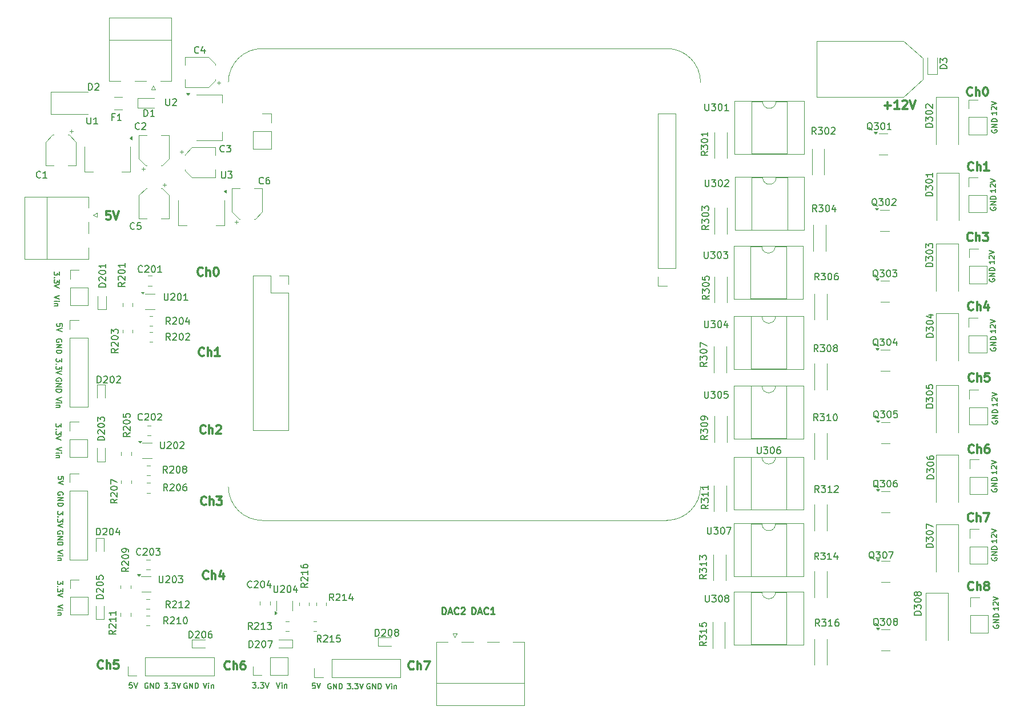
<source format=gbr>
%TF.GenerationSoftware,KiCad,Pcbnew,8.0.0-8.0.0-1~ubuntu20.04.1*%
%TF.CreationDate,2024-06-18T14:04:34-06:00*%
%TF.ProjectId,minibioreactor,6d696e69-6269-46f7-9265-6163746f722e,rev?*%
%TF.SameCoordinates,Original*%
%TF.FileFunction,Legend,Top*%
%TF.FilePolarity,Positive*%
%FSLAX46Y46*%
G04 Gerber Fmt 4.6, Leading zero omitted, Abs format (unit mm)*
G04 Created by KiCad (PCBNEW 8.0.0-8.0.0-1~ubuntu20.04.1) date 2024-06-18 14:04:34*
%MOMM*%
%LPD*%
G01*
G04 APERTURE LIST*
%ADD10C,0.300000*%
%ADD11C,0.200000*%
%ADD12C,0.100000*%
%ADD13C,0.250000*%
%ADD14C,0.150000*%
%ADD15C,0.120000*%
G04 APERTURE END LIST*
D10*
X226269987Y-41455233D02*
X227222368Y-41455233D01*
X226746177Y-41931423D02*
X226746177Y-40979042D01*
X228472367Y-41931423D02*
X227758082Y-41931423D01*
X228115225Y-41931423D02*
X228115225Y-40681423D01*
X228115225Y-40681423D02*
X227996177Y-40859995D01*
X227996177Y-40859995D02*
X227877129Y-40979042D01*
X227877129Y-40979042D02*
X227758082Y-41038566D01*
X228948558Y-40800471D02*
X229008082Y-40740947D01*
X229008082Y-40740947D02*
X229127129Y-40681423D01*
X229127129Y-40681423D02*
X229424748Y-40681423D01*
X229424748Y-40681423D02*
X229543796Y-40740947D01*
X229543796Y-40740947D02*
X229603320Y-40800471D01*
X229603320Y-40800471D02*
X229662843Y-40919519D01*
X229662843Y-40919519D02*
X229662843Y-41038566D01*
X229662843Y-41038566D02*
X229603320Y-41217138D01*
X229603320Y-41217138D02*
X228889034Y-41931423D01*
X228889034Y-41931423D02*
X229662843Y-41931423D01*
X230019986Y-40681423D02*
X230436653Y-41931423D01*
X230436653Y-41931423D02*
X230853319Y-40681423D01*
X111515225Y-57156423D02*
X110919987Y-57156423D01*
X110919987Y-57156423D02*
X110860463Y-57751661D01*
X110860463Y-57751661D02*
X110919987Y-57692138D01*
X110919987Y-57692138D02*
X111039034Y-57632614D01*
X111039034Y-57632614D02*
X111336653Y-57632614D01*
X111336653Y-57632614D02*
X111455701Y-57692138D01*
X111455701Y-57692138D02*
X111515225Y-57751661D01*
X111515225Y-57751661D02*
X111574748Y-57870709D01*
X111574748Y-57870709D02*
X111574748Y-58168328D01*
X111574748Y-58168328D02*
X111515225Y-58287376D01*
X111515225Y-58287376D02*
X111455701Y-58346900D01*
X111455701Y-58346900D02*
X111336653Y-58406423D01*
X111336653Y-58406423D02*
X111039034Y-58406423D01*
X111039034Y-58406423D02*
X110919987Y-58346900D01*
X110919987Y-58346900D02*
X110860463Y-58287376D01*
X111931891Y-57156423D02*
X112348558Y-58406423D01*
X112348558Y-58406423D02*
X112765224Y-57156423D01*
D11*
X103958304Y-66120863D02*
X103958304Y-66616101D01*
X103958304Y-66616101D02*
X103653542Y-66349435D01*
X103653542Y-66349435D02*
X103653542Y-66463720D01*
X103653542Y-66463720D02*
X103615447Y-66539911D01*
X103615447Y-66539911D02*
X103577352Y-66578006D01*
X103577352Y-66578006D02*
X103501161Y-66616101D01*
X103501161Y-66616101D02*
X103310685Y-66616101D01*
X103310685Y-66616101D02*
X103234495Y-66578006D01*
X103234495Y-66578006D02*
X103196400Y-66539911D01*
X103196400Y-66539911D02*
X103158304Y-66463720D01*
X103158304Y-66463720D02*
X103158304Y-66235149D01*
X103158304Y-66235149D02*
X103196400Y-66158958D01*
X103196400Y-66158958D02*
X103234495Y-66120863D01*
X103234495Y-66958959D02*
X103196400Y-66997054D01*
X103196400Y-66997054D02*
X103158304Y-66958959D01*
X103158304Y-66958959D02*
X103196400Y-66920863D01*
X103196400Y-66920863D02*
X103234495Y-66958959D01*
X103234495Y-66958959D02*
X103158304Y-66958959D01*
X103958304Y-67263720D02*
X103958304Y-67758958D01*
X103958304Y-67758958D02*
X103653542Y-67492292D01*
X103653542Y-67492292D02*
X103653542Y-67606577D01*
X103653542Y-67606577D02*
X103615447Y-67682768D01*
X103615447Y-67682768D02*
X103577352Y-67720863D01*
X103577352Y-67720863D02*
X103501161Y-67758958D01*
X103501161Y-67758958D02*
X103310685Y-67758958D01*
X103310685Y-67758958D02*
X103234495Y-67720863D01*
X103234495Y-67720863D02*
X103196400Y-67682768D01*
X103196400Y-67682768D02*
X103158304Y-67606577D01*
X103158304Y-67606577D02*
X103158304Y-67378006D01*
X103158304Y-67378006D02*
X103196400Y-67301815D01*
X103196400Y-67301815D02*
X103234495Y-67263720D01*
X103958304Y-67987530D02*
X103158304Y-68254197D01*
X103158304Y-68254197D02*
X103958304Y-68520863D01*
X103983304Y-69657768D02*
X103183304Y-69924435D01*
X103183304Y-69924435D02*
X103983304Y-70191101D01*
X103183304Y-70457768D02*
X103716638Y-70457768D01*
X103983304Y-70457768D02*
X103945209Y-70419672D01*
X103945209Y-70419672D02*
X103907114Y-70457768D01*
X103907114Y-70457768D02*
X103945209Y-70495863D01*
X103945209Y-70495863D02*
X103983304Y-70457768D01*
X103983304Y-70457768D02*
X103907114Y-70457768D01*
X103716638Y-70838720D02*
X103183304Y-70838720D01*
X103640447Y-70838720D02*
X103678542Y-70876815D01*
X103678542Y-70876815D02*
X103716638Y-70953005D01*
X103716638Y-70953005D02*
X103716638Y-71067291D01*
X103716638Y-71067291D02*
X103678542Y-71143482D01*
X103678542Y-71143482D02*
X103602352Y-71181577D01*
X103602352Y-71181577D02*
X103183304Y-71181577D01*
X104233304Y-88645863D02*
X104233304Y-89141101D01*
X104233304Y-89141101D02*
X103928542Y-88874435D01*
X103928542Y-88874435D02*
X103928542Y-88988720D01*
X103928542Y-88988720D02*
X103890447Y-89064911D01*
X103890447Y-89064911D02*
X103852352Y-89103006D01*
X103852352Y-89103006D02*
X103776161Y-89141101D01*
X103776161Y-89141101D02*
X103585685Y-89141101D01*
X103585685Y-89141101D02*
X103509495Y-89103006D01*
X103509495Y-89103006D02*
X103471400Y-89064911D01*
X103471400Y-89064911D02*
X103433304Y-88988720D01*
X103433304Y-88988720D02*
X103433304Y-88760149D01*
X103433304Y-88760149D02*
X103471400Y-88683958D01*
X103471400Y-88683958D02*
X103509495Y-88645863D01*
X103509495Y-89483959D02*
X103471400Y-89522054D01*
X103471400Y-89522054D02*
X103433304Y-89483959D01*
X103433304Y-89483959D02*
X103471400Y-89445863D01*
X103471400Y-89445863D02*
X103509495Y-89483959D01*
X103509495Y-89483959D02*
X103433304Y-89483959D01*
X104233304Y-89788720D02*
X104233304Y-90283958D01*
X104233304Y-90283958D02*
X103928542Y-90017292D01*
X103928542Y-90017292D02*
X103928542Y-90131577D01*
X103928542Y-90131577D02*
X103890447Y-90207768D01*
X103890447Y-90207768D02*
X103852352Y-90245863D01*
X103852352Y-90245863D02*
X103776161Y-90283958D01*
X103776161Y-90283958D02*
X103585685Y-90283958D01*
X103585685Y-90283958D02*
X103509495Y-90245863D01*
X103509495Y-90245863D02*
X103471400Y-90207768D01*
X103471400Y-90207768D02*
X103433304Y-90131577D01*
X103433304Y-90131577D02*
X103433304Y-89903006D01*
X103433304Y-89903006D02*
X103471400Y-89826815D01*
X103471400Y-89826815D02*
X103509495Y-89788720D01*
X104233304Y-90512530D02*
X103433304Y-90779197D01*
X103433304Y-90779197D02*
X104233304Y-91045863D01*
X104258304Y-92182768D02*
X103458304Y-92449435D01*
X103458304Y-92449435D02*
X104258304Y-92716101D01*
X103458304Y-92982768D02*
X103991638Y-92982768D01*
X104258304Y-92982768D02*
X104220209Y-92944672D01*
X104220209Y-92944672D02*
X104182114Y-92982768D01*
X104182114Y-92982768D02*
X104220209Y-93020863D01*
X104220209Y-93020863D02*
X104258304Y-92982768D01*
X104258304Y-92982768D02*
X104182114Y-92982768D01*
X103991638Y-93363720D02*
X103458304Y-93363720D01*
X103915447Y-93363720D02*
X103953542Y-93401815D01*
X103953542Y-93401815D02*
X103991638Y-93478005D01*
X103991638Y-93478005D02*
X103991638Y-93592291D01*
X103991638Y-93592291D02*
X103953542Y-93668482D01*
X103953542Y-93668482D02*
X103877352Y-93706577D01*
X103877352Y-93706577D02*
X103458304Y-93706577D01*
X104483304Y-115507768D02*
X103683304Y-115774435D01*
X103683304Y-115774435D02*
X104483304Y-116041101D01*
X103683304Y-116307768D02*
X104216638Y-116307768D01*
X104483304Y-116307768D02*
X104445209Y-116269672D01*
X104445209Y-116269672D02*
X104407114Y-116307768D01*
X104407114Y-116307768D02*
X104445209Y-116345863D01*
X104445209Y-116345863D02*
X104483304Y-116307768D01*
X104483304Y-116307768D02*
X104407114Y-116307768D01*
X104216638Y-116688720D02*
X103683304Y-116688720D01*
X104140447Y-116688720D02*
X104178542Y-116726815D01*
X104178542Y-116726815D02*
X104216638Y-116803005D01*
X104216638Y-116803005D02*
X104216638Y-116917291D01*
X104216638Y-116917291D02*
X104178542Y-116993482D01*
X104178542Y-116993482D02*
X104102352Y-117031577D01*
X104102352Y-117031577D02*
X103683304Y-117031577D01*
X104458304Y-111970863D02*
X104458304Y-112466101D01*
X104458304Y-112466101D02*
X104153542Y-112199435D01*
X104153542Y-112199435D02*
X104153542Y-112313720D01*
X104153542Y-112313720D02*
X104115447Y-112389911D01*
X104115447Y-112389911D02*
X104077352Y-112428006D01*
X104077352Y-112428006D02*
X104001161Y-112466101D01*
X104001161Y-112466101D02*
X103810685Y-112466101D01*
X103810685Y-112466101D02*
X103734495Y-112428006D01*
X103734495Y-112428006D02*
X103696400Y-112389911D01*
X103696400Y-112389911D02*
X103658304Y-112313720D01*
X103658304Y-112313720D02*
X103658304Y-112085149D01*
X103658304Y-112085149D02*
X103696400Y-112008958D01*
X103696400Y-112008958D02*
X103734495Y-111970863D01*
X103734495Y-112808959D02*
X103696400Y-112847054D01*
X103696400Y-112847054D02*
X103658304Y-112808959D01*
X103658304Y-112808959D02*
X103696400Y-112770863D01*
X103696400Y-112770863D02*
X103734495Y-112808959D01*
X103734495Y-112808959D02*
X103658304Y-112808959D01*
X104458304Y-113113720D02*
X104458304Y-113608958D01*
X104458304Y-113608958D02*
X104153542Y-113342292D01*
X104153542Y-113342292D02*
X104153542Y-113456577D01*
X104153542Y-113456577D02*
X104115447Y-113532768D01*
X104115447Y-113532768D02*
X104077352Y-113570863D01*
X104077352Y-113570863D02*
X104001161Y-113608958D01*
X104001161Y-113608958D02*
X103810685Y-113608958D01*
X103810685Y-113608958D02*
X103734495Y-113570863D01*
X103734495Y-113570863D02*
X103696400Y-113532768D01*
X103696400Y-113532768D02*
X103658304Y-113456577D01*
X103658304Y-113456577D02*
X103658304Y-113228006D01*
X103658304Y-113228006D02*
X103696400Y-113151815D01*
X103696400Y-113151815D02*
X103734495Y-113113720D01*
X104458304Y-113837530D02*
X103658304Y-114104197D01*
X103658304Y-114104197D02*
X104458304Y-114370863D01*
X136132768Y-127066695D02*
X136399435Y-127866695D01*
X136399435Y-127866695D02*
X136666101Y-127066695D01*
X136932768Y-127866695D02*
X136932768Y-127333361D01*
X136932768Y-127066695D02*
X136894672Y-127104790D01*
X136894672Y-127104790D02*
X136932768Y-127142885D01*
X136932768Y-127142885D02*
X136970863Y-127104790D01*
X136970863Y-127104790D02*
X136932768Y-127066695D01*
X136932768Y-127066695D02*
X136932768Y-127142885D01*
X137313720Y-127333361D02*
X137313720Y-127866695D01*
X137313720Y-127409552D02*
X137351815Y-127371457D01*
X137351815Y-127371457D02*
X137428005Y-127333361D01*
X137428005Y-127333361D02*
X137542291Y-127333361D01*
X137542291Y-127333361D02*
X137618482Y-127371457D01*
X137618482Y-127371457D02*
X137656577Y-127447647D01*
X137656577Y-127447647D02*
X137656577Y-127866695D01*
X132595863Y-127091695D02*
X133091101Y-127091695D01*
X133091101Y-127091695D02*
X132824435Y-127396457D01*
X132824435Y-127396457D02*
X132938720Y-127396457D01*
X132938720Y-127396457D02*
X133014911Y-127434552D01*
X133014911Y-127434552D02*
X133053006Y-127472647D01*
X133053006Y-127472647D02*
X133091101Y-127548838D01*
X133091101Y-127548838D02*
X133091101Y-127739314D01*
X133091101Y-127739314D02*
X133053006Y-127815504D01*
X133053006Y-127815504D02*
X133014911Y-127853600D01*
X133014911Y-127853600D02*
X132938720Y-127891695D01*
X132938720Y-127891695D02*
X132710149Y-127891695D01*
X132710149Y-127891695D02*
X132633958Y-127853600D01*
X132633958Y-127853600D02*
X132595863Y-127815504D01*
X133433959Y-127815504D02*
X133472054Y-127853600D01*
X133472054Y-127853600D02*
X133433959Y-127891695D01*
X133433959Y-127891695D02*
X133395863Y-127853600D01*
X133395863Y-127853600D02*
X133433959Y-127815504D01*
X133433959Y-127815504D02*
X133433959Y-127891695D01*
X133738720Y-127091695D02*
X134233958Y-127091695D01*
X134233958Y-127091695D02*
X133967292Y-127396457D01*
X133967292Y-127396457D02*
X134081577Y-127396457D01*
X134081577Y-127396457D02*
X134157768Y-127434552D01*
X134157768Y-127434552D02*
X134195863Y-127472647D01*
X134195863Y-127472647D02*
X134233958Y-127548838D01*
X134233958Y-127548838D02*
X134233958Y-127739314D01*
X134233958Y-127739314D02*
X134195863Y-127815504D01*
X134195863Y-127815504D02*
X134157768Y-127853600D01*
X134157768Y-127853600D02*
X134081577Y-127891695D01*
X134081577Y-127891695D02*
X133853006Y-127891695D01*
X133853006Y-127891695D02*
X133776815Y-127853600D01*
X133776815Y-127853600D02*
X133738720Y-127815504D01*
X134462530Y-127091695D02*
X134729197Y-127891695D01*
X134729197Y-127891695D02*
X134995863Y-127091695D01*
X104270209Y-76541101D02*
X104308304Y-76464911D01*
X104308304Y-76464911D02*
X104308304Y-76350625D01*
X104308304Y-76350625D02*
X104270209Y-76236339D01*
X104270209Y-76236339D02*
X104194019Y-76160149D01*
X104194019Y-76160149D02*
X104117828Y-76122054D01*
X104117828Y-76122054D02*
X103965447Y-76083958D01*
X103965447Y-76083958D02*
X103851161Y-76083958D01*
X103851161Y-76083958D02*
X103698780Y-76122054D01*
X103698780Y-76122054D02*
X103622590Y-76160149D01*
X103622590Y-76160149D02*
X103546400Y-76236339D01*
X103546400Y-76236339D02*
X103508304Y-76350625D01*
X103508304Y-76350625D02*
X103508304Y-76426816D01*
X103508304Y-76426816D02*
X103546400Y-76541101D01*
X103546400Y-76541101D02*
X103584495Y-76579197D01*
X103584495Y-76579197D02*
X103851161Y-76579197D01*
X103851161Y-76579197D02*
X103851161Y-76426816D01*
X103508304Y-76922054D02*
X104308304Y-76922054D01*
X104308304Y-76922054D02*
X103508304Y-77379197D01*
X103508304Y-77379197D02*
X104308304Y-77379197D01*
X103508304Y-77760149D02*
X104308304Y-77760149D01*
X104308304Y-77760149D02*
X104308304Y-77950625D01*
X104308304Y-77950625D02*
X104270209Y-78064911D01*
X104270209Y-78064911D02*
X104194019Y-78141101D01*
X104194019Y-78141101D02*
X104117828Y-78179196D01*
X104117828Y-78179196D02*
X103965447Y-78217292D01*
X103965447Y-78217292D02*
X103851161Y-78217292D01*
X103851161Y-78217292D02*
X103698780Y-78179196D01*
X103698780Y-78179196D02*
X103622590Y-78141101D01*
X103622590Y-78141101D02*
X103546400Y-78064911D01*
X103546400Y-78064911D02*
X103508304Y-77950625D01*
X103508304Y-77950625D02*
X103508304Y-77760149D01*
X104245209Y-82341101D02*
X104283304Y-82264911D01*
X104283304Y-82264911D02*
X104283304Y-82150625D01*
X104283304Y-82150625D02*
X104245209Y-82036339D01*
X104245209Y-82036339D02*
X104169019Y-81960149D01*
X104169019Y-81960149D02*
X104092828Y-81922054D01*
X104092828Y-81922054D02*
X103940447Y-81883958D01*
X103940447Y-81883958D02*
X103826161Y-81883958D01*
X103826161Y-81883958D02*
X103673780Y-81922054D01*
X103673780Y-81922054D02*
X103597590Y-81960149D01*
X103597590Y-81960149D02*
X103521400Y-82036339D01*
X103521400Y-82036339D02*
X103483304Y-82150625D01*
X103483304Y-82150625D02*
X103483304Y-82226816D01*
X103483304Y-82226816D02*
X103521400Y-82341101D01*
X103521400Y-82341101D02*
X103559495Y-82379197D01*
X103559495Y-82379197D02*
X103826161Y-82379197D01*
X103826161Y-82379197D02*
X103826161Y-82226816D01*
X103483304Y-82722054D02*
X104283304Y-82722054D01*
X104283304Y-82722054D02*
X103483304Y-83179197D01*
X103483304Y-83179197D02*
X104283304Y-83179197D01*
X103483304Y-83560149D02*
X104283304Y-83560149D01*
X104283304Y-83560149D02*
X104283304Y-83750625D01*
X104283304Y-83750625D02*
X104245209Y-83864911D01*
X104245209Y-83864911D02*
X104169019Y-83941101D01*
X104169019Y-83941101D02*
X104092828Y-83979196D01*
X104092828Y-83979196D02*
X103940447Y-84017292D01*
X103940447Y-84017292D02*
X103826161Y-84017292D01*
X103826161Y-84017292D02*
X103673780Y-83979196D01*
X103673780Y-83979196D02*
X103597590Y-83941101D01*
X103597590Y-83941101D02*
X103521400Y-83864911D01*
X103521400Y-83864911D02*
X103483304Y-83750625D01*
X103483304Y-83750625D02*
X103483304Y-83560149D01*
X104283304Y-84757768D02*
X103483304Y-85024435D01*
X103483304Y-85024435D02*
X104283304Y-85291101D01*
X103483304Y-85557768D02*
X104016638Y-85557768D01*
X104283304Y-85557768D02*
X104245209Y-85519672D01*
X104245209Y-85519672D02*
X104207114Y-85557768D01*
X104207114Y-85557768D02*
X104245209Y-85595863D01*
X104245209Y-85595863D02*
X104283304Y-85557768D01*
X104283304Y-85557768D02*
X104207114Y-85557768D01*
X104016638Y-85938720D02*
X103483304Y-85938720D01*
X103940447Y-85938720D02*
X103978542Y-85976815D01*
X103978542Y-85976815D02*
X104016638Y-86053005D01*
X104016638Y-86053005D02*
X104016638Y-86167291D01*
X104016638Y-86167291D02*
X103978542Y-86243482D01*
X103978542Y-86243482D02*
X103902352Y-86281577D01*
X103902352Y-86281577D02*
X103483304Y-86281577D01*
X104283304Y-78970863D02*
X104283304Y-79466101D01*
X104283304Y-79466101D02*
X103978542Y-79199435D01*
X103978542Y-79199435D02*
X103978542Y-79313720D01*
X103978542Y-79313720D02*
X103940447Y-79389911D01*
X103940447Y-79389911D02*
X103902352Y-79428006D01*
X103902352Y-79428006D02*
X103826161Y-79466101D01*
X103826161Y-79466101D02*
X103635685Y-79466101D01*
X103635685Y-79466101D02*
X103559495Y-79428006D01*
X103559495Y-79428006D02*
X103521400Y-79389911D01*
X103521400Y-79389911D02*
X103483304Y-79313720D01*
X103483304Y-79313720D02*
X103483304Y-79085149D01*
X103483304Y-79085149D02*
X103521400Y-79008958D01*
X103521400Y-79008958D02*
X103559495Y-78970863D01*
X103559495Y-79808959D02*
X103521400Y-79847054D01*
X103521400Y-79847054D02*
X103483304Y-79808959D01*
X103483304Y-79808959D02*
X103521400Y-79770863D01*
X103521400Y-79770863D02*
X103559495Y-79808959D01*
X103559495Y-79808959D02*
X103483304Y-79808959D01*
X104283304Y-80113720D02*
X104283304Y-80608958D01*
X104283304Y-80608958D02*
X103978542Y-80342292D01*
X103978542Y-80342292D02*
X103978542Y-80456577D01*
X103978542Y-80456577D02*
X103940447Y-80532768D01*
X103940447Y-80532768D02*
X103902352Y-80570863D01*
X103902352Y-80570863D02*
X103826161Y-80608958D01*
X103826161Y-80608958D02*
X103635685Y-80608958D01*
X103635685Y-80608958D02*
X103559495Y-80570863D01*
X103559495Y-80570863D02*
X103521400Y-80532768D01*
X103521400Y-80532768D02*
X103483304Y-80456577D01*
X103483304Y-80456577D02*
X103483304Y-80228006D01*
X103483304Y-80228006D02*
X103521400Y-80151815D01*
X103521400Y-80151815D02*
X103559495Y-80113720D01*
X104283304Y-80837530D02*
X103483304Y-81104197D01*
X103483304Y-81104197D02*
X104283304Y-81370863D01*
X104358304Y-74203006D02*
X104358304Y-73822054D01*
X104358304Y-73822054D02*
X103977352Y-73783958D01*
X103977352Y-73783958D02*
X104015447Y-73822054D01*
X104015447Y-73822054D02*
X104053542Y-73898244D01*
X104053542Y-73898244D02*
X104053542Y-74088720D01*
X104053542Y-74088720D02*
X104015447Y-74164911D01*
X104015447Y-74164911D02*
X103977352Y-74203006D01*
X103977352Y-74203006D02*
X103901161Y-74241101D01*
X103901161Y-74241101D02*
X103710685Y-74241101D01*
X103710685Y-74241101D02*
X103634495Y-74203006D01*
X103634495Y-74203006D02*
X103596400Y-74164911D01*
X103596400Y-74164911D02*
X103558304Y-74088720D01*
X103558304Y-74088720D02*
X103558304Y-73898244D01*
X103558304Y-73898244D02*
X103596400Y-73822054D01*
X103596400Y-73822054D02*
X103634495Y-73783958D01*
X104358304Y-74469673D02*
X103558304Y-74736340D01*
X103558304Y-74736340D02*
X104358304Y-75003006D01*
X104470209Y-99216101D02*
X104508304Y-99139911D01*
X104508304Y-99139911D02*
X104508304Y-99025625D01*
X104508304Y-99025625D02*
X104470209Y-98911339D01*
X104470209Y-98911339D02*
X104394019Y-98835149D01*
X104394019Y-98835149D02*
X104317828Y-98797054D01*
X104317828Y-98797054D02*
X104165447Y-98758958D01*
X104165447Y-98758958D02*
X104051161Y-98758958D01*
X104051161Y-98758958D02*
X103898780Y-98797054D01*
X103898780Y-98797054D02*
X103822590Y-98835149D01*
X103822590Y-98835149D02*
X103746400Y-98911339D01*
X103746400Y-98911339D02*
X103708304Y-99025625D01*
X103708304Y-99025625D02*
X103708304Y-99101816D01*
X103708304Y-99101816D02*
X103746400Y-99216101D01*
X103746400Y-99216101D02*
X103784495Y-99254197D01*
X103784495Y-99254197D02*
X104051161Y-99254197D01*
X104051161Y-99254197D02*
X104051161Y-99101816D01*
X103708304Y-99597054D02*
X104508304Y-99597054D01*
X104508304Y-99597054D02*
X103708304Y-100054197D01*
X103708304Y-100054197D02*
X104508304Y-100054197D01*
X103708304Y-100435149D02*
X104508304Y-100435149D01*
X104508304Y-100435149D02*
X104508304Y-100625625D01*
X104508304Y-100625625D02*
X104470209Y-100739911D01*
X104470209Y-100739911D02*
X104394019Y-100816101D01*
X104394019Y-100816101D02*
X104317828Y-100854196D01*
X104317828Y-100854196D02*
X104165447Y-100892292D01*
X104165447Y-100892292D02*
X104051161Y-100892292D01*
X104051161Y-100892292D02*
X103898780Y-100854196D01*
X103898780Y-100854196D02*
X103822590Y-100816101D01*
X103822590Y-100816101D02*
X103746400Y-100739911D01*
X103746400Y-100739911D02*
X103708304Y-100625625D01*
X103708304Y-100625625D02*
X103708304Y-100435149D01*
X104445209Y-105016101D02*
X104483304Y-104939911D01*
X104483304Y-104939911D02*
X104483304Y-104825625D01*
X104483304Y-104825625D02*
X104445209Y-104711339D01*
X104445209Y-104711339D02*
X104369019Y-104635149D01*
X104369019Y-104635149D02*
X104292828Y-104597054D01*
X104292828Y-104597054D02*
X104140447Y-104558958D01*
X104140447Y-104558958D02*
X104026161Y-104558958D01*
X104026161Y-104558958D02*
X103873780Y-104597054D01*
X103873780Y-104597054D02*
X103797590Y-104635149D01*
X103797590Y-104635149D02*
X103721400Y-104711339D01*
X103721400Y-104711339D02*
X103683304Y-104825625D01*
X103683304Y-104825625D02*
X103683304Y-104901816D01*
X103683304Y-104901816D02*
X103721400Y-105016101D01*
X103721400Y-105016101D02*
X103759495Y-105054197D01*
X103759495Y-105054197D02*
X104026161Y-105054197D01*
X104026161Y-105054197D02*
X104026161Y-104901816D01*
X103683304Y-105397054D02*
X104483304Y-105397054D01*
X104483304Y-105397054D02*
X103683304Y-105854197D01*
X103683304Y-105854197D02*
X104483304Y-105854197D01*
X103683304Y-106235149D02*
X104483304Y-106235149D01*
X104483304Y-106235149D02*
X104483304Y-106425625D01*
X104483304Y-106425625D02*
X104445209Y-106539911D01*
X104445209Y-106539911D02*
X104369019Y-106616101D01*
X104369019Y-106616101D02*
X104292828Y-106654196D01*
X104292828Y-106654196D02*
X104140447Y-106692292D01*
X104140447Y-106692292D02*
X104026161Y-106692292D01*
X104026161Y-106692292D02*
X103873780Y-106654196D01*
X103873780Y-106654196D02*
X103797590Y-106616101D01*
X103797590Y-106616101D02*
X103721400Y-106539911D01*
X103721400Y-106539911D02*
X103683304Y-106425625D01*
X103683304Y-106425625D02*
X103683304Y-106235149D01*
X104483304Y-107432768D02*
X103683304Y-107699435D01*
X103683304Y-107699435D02*
X104483304Y-107966101D01*
X103683304Y-108232768D02*
X104216638Y-108232768D01*
X104483304Y-108232768D02*
X104445209Y-108194672D01*
X104445209Y-108194672D02*
X104407114Y-108232768D01*
X104407114Y-108232768D02*
X104445209Y-108270863D01*
X104445209Y-108270863D02*
X104483304Y-108232768D01*
X104483304Y-108232768D02*
X104407114Y-108232768D01*
X104216638Y-108613720D02*
X103683304Y-108613720D01*
X104140447Y-108613720D02*
X104178542Y-108651815D01*
X104178542Y-108651815D02*
X104216638Y-108728005D01*
X104216638Y-108728005D02*
X104216638Y-108842291D01*
X104216638Y-108842291D02*
X104178542Y-108918482D01*
X104178542Y-108918482D02*
X104102352Y-108956577D01*
X104102352Y-108956577D02*
X103683304Y-108956577D01*
X104483304Y-101645863D02*
X104483304Y-102141101D01*
X104483304Y-102141101D02*
X104178542Y-101874435D01*
X104178542Y-101874435D02*
X104178542Y-101988720D01*
X104178542Y-101988720D02*
X104140447Y-102064911D01*
X104140447Y-102064911D02*
X104102352Y-102103006D01*
X104102352Y-102103006D02*
X104026161Y-102141101D01*
X104026161Y-102141101D02*
X103835685Y-102141101D01*
X103835685Y-102141101D02*
X103759495Y-102103006D01*
X103759495Y-102103006D02*
X103721400Y-102064911D01*
X103721400Y-102064911D02*
X103683304Y-101988720D01*
X103683304Y-101988720D02*
X103683304Y-101760149D01*
X103683304Y-101760149D02*
X103721400Y-101683958D01*
X103721400Y-101683958D02*
X103759495Y-101645863D01*
X103759495Y-102483959D02*
X103721400Y-102522054D01*
X103721400Y-102522054D02*
X103683304Y-102483959D01*
X103683304Y-102483959D02*
X103721400Y-102445863D01*
X103721400Y-102445863D02*
X103759495Y-102483959D01*
X103759495Y-102483959D02*
X103683304Y-102483959D01*
X104483304Y-102788720D02*
X104483304Y-103283958D01*
X104483304Y-103283958D02*
X104178542Y-103017292D01*
X104178542Y-103017292D02*
X104178542Y-103131577D01*
X104178542Y-103131577D02*
X104140447Y-103207768D01*
X104140447Y-103207768D02*
X104102352Y-103245863D01*
X104102352Y-103245863D02*
X104026161Y-103283958D01*
X104026161Y-103283958D02*
X103835685Y-103283958D01*
X103835685Y-103283958D02*
X103759495Y-103245863D01*
X103759495Y-103245863D02*
X103721400Y-103207768D01*
X103721400Y-103207768D02*
X103683304Y-103131577D01*
X103683304Y-103131577D02*
X103683304Y-102903006D01*
X103683304Y-102903006D02*
X103721400Y-102826815D01*
X103721400Y-102826815D02*
X103759495Y-102788720D01*
X104483304Y-103512530D02*
X103683304Y-103779197D01*
X103683304Y-103779197D02*
X104483304Y-104045863D01*
X104558304Y-96878006D02*
X104558304Y-96497054D01*
X104558304Y-96497054D02*
X104177352Y-96458958D01*
X104177352Y-96458958D02*
X104215447Y-96497054D01*
X104215447Y-96497054D02*
X104253542Y-96573244D01*
X104253542Y-96573244D02*
X104253542Y-96763720D01*
X104253542Y-96763720D02*
X104215447Y-96839911D01*
X104215447Y-96839911D02*
X104177352Y-96878006D01*
X104177352Y-96878006D02*
X104101161Y-96916101D01*
X104101161Y-96916101D02*
X103910685Y-96916101D01*
X103910685Y-96916101D02*
X103834495Y-96878006D01*
X103834495Y-96878006D02*
X103796400Y-96839911D01*
X103796400Y-96839911D02*
X103758304Y-96763720D01*
X103758304Y-96763720D02*
X103758304Y-96573244D01*
X103758304Y-96573244D02*
X103796400Y-96497054D01*
X103796400Y-96497054D02*
X103834495Y-96458958D01*
X104558304Y-97144673D02*
X103758304Y-97411340D01*
X103758304Y-97411340D02*
X104558304Y-97678006D01*
X117066101Y-127154790D02*
X116989911Y-127116695D01*
X116989911Y-127116695D02*
X116875625Y-127116695D01*
X116875625Y-127116695D02*
X116761339Y-127154790D01*
X116761339Y-127154790D02*
X116685149Y-127230980D01*
X116685149Y-127230980D02*
X116647054Y-127307171D01*
X116647054Y-127307171D02*
X116608958Y-127459552D01*
X116608958Y-127459552D02*
X116608958Y-127573838D01*
X116608958Y-127573838D02*
X116647054Y-127726219D01*
X116647054Y-127726219D02*
X116685149Y-127802409D01*
X116685149Y-127802409D02*
X116761339Y-127878600D01*
X116761339Y-127878600D02*
X116875625Y-127916695D01*
X116875625Y-127916695D02*
X116951816Y-127916695D01*
X116951816Y-127916695D02*
X117066101Y-127878600D01*
X117066101Y-127878600D02*
X117104197Y-127840504D01*
X117104197Y-127840504D02*
X117104197Y-127573838D01*
X117104197Y-127573838D02*
X116951816Y-127573838D01*
X117447054Y-127916695D02*
X117447054Y-127116695D01*
X117447054Y-127116695D02*
X117904197Y-127916695D01*
X117904197Y-127916695D02*
X117904197Y-127116695D01*
X118285149Y-127916695D02*
X118285149Y-127116695D01*
X118285149Y-127116695D02*
X118475625Y-127116695D01*
X118475625Y-127116695D02*
X118589911Y-127154790D01*
X118589911Y-127154790D02*
X118666101Y-127230980D01*
X118666101Y-127230980D02*
X118704196Y-127307171D01*
X118704196Y-127307171D02*
X118742292Y-127459552D01*
X118742292Y-127459552D02*
X118742292Y-127573838D01*
X118742292Y-127573838D02*
X118704196Y-127726219D01*
X118704196Y-127726219D02*
X118666101Y-127802409D01*
X118666101Y-127802409D02*
X118589911Y-127878600D01*
X118589911Y-127878600D02*
X118475625Y-127916695D01*
X118475625Y-127916695D02*
X118285149Y-127916695D01*
X122866101Y-127179790D02*
X122789911Y-127141695D01*
X122789911Y-127141695D02*
X122675625Y-127141695D01*
X122675625Y-127141695D02*
X122561339Y-127179790D01*
X122561339Y-127179790D02*
X122485149Y-127255980D01*
X122485149Y-127255980D02*
X122447054Y-127332171D01*
X122447054Y-127332171D02*
X122408958Y-127484552D01*
X122408958Y-127484552D02*
X122408958Y-127598838D01*
X122408958Y-127598838D02*
X122447054Y-127751219D01*
X122447054Y-127751219D02*
X122485149Y-127827409D01*
X122485149Y-127827409D02*
X122561339Y-127903600D01*
X122561339Y-127903600D02*
X122675625Y-127941695D01*
X122675625Y-127941695D02*
X122751816Y-127941695D01*
X122751816Y-127941695D02*
X122866101Y-127903600D01*
X122866101Y-127903600D02*
X122904197Y-127865504D01*
X122904197Y-127865504D02*
X122904197Y-127598838D01*
X122904197Y-127598838D02*
X122751816Y-127598838D01*
X123247054Y-127941695D02*
X123247054Y-127141695D01*
X123247054Y-127141695D02*
X123704197Y-127941695D01*
X123704197Y-127941695D02*
X123704197Y-127141695D01*
X124085149Y-127941695D02*
X124085149Y-127141695D01*
X124085149Y-127141695D02*
X124275625Y-127141695D01*
X124275625Y-127141695D02*
X124389911Y-127179790D01*
X124389911Y-127179790D02*
X124466101Y-127255980D01*
X124466101Y-127255980D02*
X124504196Y-127332171D01*
X124504196Y-127332171D02*
X124542292Y-127484552D01*
X124542292Y-127484552D02*
X124542292Y-127598838D01*
X124542292Y-127598838D02*
X124504196Y-127751219D01*
X124504196Y-127751219D02*
X124466101Y-127827409D01*
X124466101Y-127827409D02*
X124389911Y-127903600D01*
X124389911Y-127903600D02*
X124275625Y-127941695D01*
X124275625Y-127941695D02*
X124085149Y-127941695D01*
X125282768Y-127141695D02*
X125549435Y-127941695D01*
X125549435Y-127941695D02*
X125816101Y-127141695D01*
X126082768Y-127941695D02*
X126082768Y-127408361D01*
X126082768Y-127141695D02*
X126044672Y-127179790D01*
X126044672Y-127179790D02*
X126082768Y-127217885D01*
X126082768Y-127217885D02*
X126120863Y-127179790D01*
X126120863Y-127179790D02*
X126082768Y-127141695D01*
X126082768Y-127141695D02*
X126082768Y-127217885D01*
X126463720Y-127408361D02*
X126463720Y-127941695D01*
X126463720Y-127484552D02*
X126501815Y-127446457D01*
X126501815Y-127446457D02*
X126578005Y-127408361D01*
X126578005Y-127408361D02*
X126692291Y-127408361D01*
X126692291Y-127408361D02*
X126768482Y-127446457D01*
X126768482Y-127446457D02*
X126806577Y-127522647D01*
X126806577Y-127522647D02*
X126806577Y-127941695D01*
X119495863Y-127141695D02*
X119991101Y-127141695D01*
X119991101Y-127141695D02*
X119724435Y-127446457D01*
X119724435Y-127446457D02*
X119838720Y-127446457D01*
X119838720Y-127446457D02*
X119914911Y-127484552D01*
X119914911Y-127484552D02*
X119953006Y-127522647D01*
X119953006Y-127522647D02*
X119991101Y-127598838D01*
X119991101Y-127598838D02*
X119991101Y-127789314D01*
X119991101Y-127789314D02*
X119953006Y-127865504D01*
X119953006Y-127865504D02*
X119914911Y-127903600D01*
X119914911Y-127903600D02*
X119838720Y-127941695D01*
X119838720Y-127941695D02*
X119610149Y-127941695D01*
X119610149Y-127941695D02*
X119533958Y-127903600D01*
X119533958Y-127903600D02*
X119495863Y-127865504D01*
X120333959Y-127865504D02*
X120372054Y-127903600D01*
X120372054Y-127903600D02*
X120333959Y-127941695D01*
X120333959Y-127941695D02*
X120295863Y-127903600D01*
X120295863Y-127903600D02*
X120333959Y-127865504D01*
X120333959Y-127865504D02*
X120333959Y-127941695D01*
X120638720Y-127141695D02*
X121133958Y-127141695D01*
X121133958Y-127141695D02*
X120867292Y-127446457D01*
X120867292Y-127446457D02*
X120981577Y-127446457D01*
X120981577Y-127446457D02*
X121057768Y-127484552D01*
X121057768Y-127484552D02*
X121095863Y-127522647D01*
X121095863Y-127522647D02*
X121133958Y-127598838D01*
X121133958Y-127598838D02*
X121133958Y-127789314D01*
X121133958Y-127789314D02*
X121095863Y-127865504D01*
X121095863Y-127865504D02*
X121057768Y-127903600D01*
X121057768Y-127903600D02*
X120981577Y-127941695D01*
X120981577Y-127941695D02*
X120753006Y-127941695D01*
X120753006Y-127941695D02*
X120676815Y-127903600D01*
X120676815Y-127903600D02*
X120638720Y-127865504D01*
X121362530Y-127141695D02*
X121629197Y-127941695D01*
X121629197Y-127941695D02*
X121895863Y-127141695D01*
X114728006Y-127066695D02*
X114347054Y-127066695D01*
X114347054Y-127066695D02*
X114308958Y-127447647D01*
X114308958Y-127447647D02*
X114347054Y-127409552D01*
X114347054Y-127409552D02*
X114423244Y-127371457D01*
X114423244Y-127371457D02*
X114613720Y-127371457D01*
X114613720Y-127371457D02*
X114689911Y-127409552D01*
X114689911Y-127409552D02*
X114728006Y-127447647D01*
X114728006Y-127447647D02*
X114766101Y-127523838D01*
X114766101Y-127523838D02*
X114766101Y-127714314D01*
X114766101Y-127714314D02*
X114728006Y-127790504D01*
X114728006Y-127790504D02*
X114689911Y-127828600D01*
X114689911Y-127828600D02*
X114613720Y-127866695D01*
X114613720Y-127866695D02*
X114423244Y-127866695D01*
X114423244Y-127866695D02*
X114347054Y-127828600D01*
X114347054Y-127828600D02*
X114308958Y-127790504D01*
X114994673Y-127066695D02*
X115261340Y-127866695D01*
X115261340Y-127866695D02*
X115528006Y-127066695D01*
X152407768Y-127216695D02*
X152674435Y-128016695D01*
X152674435Y-128016695D02*
X152941101Y-127216695D01*
X153207768Y-128016695D02*
X153207768Y-127483361D01*
X153207768Y-127216695D02*
X153169672Y-127254790D01*
X153169672Y-127254790D02*
X153207768Y-127292885D01*
X153207768Y-127292885D02*
X153245863Y-127254790D01*
X153245863Y-127254790D02*
X153207768Y-127216695D01*
X153207768Y-127216695D02*
X153207768Y-127292885D01*
X153588720Y-127483361D02*
X153588720Y-128016695D01*
X153588720Y-127559552D02*
X153626815Y-127521457D01*
X153626815Y-127521457D02*
X153703005Y-127483361D01*
X153703005Y-127483361D02*
X153817291Y-127483361D01*
X153817291Y-127483361D02*
X153893482Y-127521457D01*
X153893482Y-127521457D02*
X153931577Y-127597647D01*
X153931577Y-127597647D02*
X153931577Y-128016695D01*
X149991101Y-127254790D02*
X149914911Y-127216695D01*
X149914911Y-127216695D02*
X149800625Y-127216695D01*
X149800625Y-127216695D02*
X149686339Y-127254790D01*
X149686339Y-127254790D02*
X149610149Y-127330980D01*
X149610149Y-127330980D02*
X149572054Y-127407171D01*
X149572054Y-127407171D02*
X149533958Y-127559552D01*
X149533958Y-127559552D02*
X149533958Y-127673838D01*
X149533958Y-127673838D02*
X149572054Y-127826219D01*
X149572054Y-127826219D02*
X149610149Y-127902409D01*
X149610149Y-127902409D02*
X149686339Y-127978600D01*
X149686339Y-127978600D02*
X149800625Y-128016695D01*
X149800625Y-128016695D02*
X149876816Y-128016695D01*
X149876816Y-128016695D02*
X149991101Y-127978600D01*
X149991101Y-127978600D02*
X150029197Y-127940504D01*
X150029197Y-127940504D02*
X150029197Y-127673838D01*
X150029197Y-127673838D02*
X149876816Y-127673838D01*
X150372054Y-128016695D02*
X150372054Y-127216695D01*
X150372054Y-127216695D02*
X150829197Y-128016695D01*
X150829197Y-128016695D02*
X150829197Y-127216695D01*
X151210149Y-128016695D02*
X151210149Y-127216695D01*
X151210149Y-127216695D02*
X151400625Y-127216695D01*
X151400625Y-127216695D02*
X151514911Y-127254790D01*
X151514911Y-127254790D02*
X151591101Y-127330980D01*
X151591101Y-127330980D02*
X151629196Y-127407171D01*
X151629196Y-127407171D02*
X151667292Y-127559552D01*
X151667292Y-127559552D02*
X151667292Y-127673838D01*
X151667292Y-127673838D02*
X151629196Y-127826219D01*
X151629196Y-127826219D02*
X151591101Y-127902409D01*
X151591101Y-127902409D02*
X151514911Y-127978600D01*
X151514911Y-127978600D02*
X151400625Y-128016695D01*
X151400625Y-128016695D02*
X151210149Y-128016695D01*
X146620863Y-127216695D02*
X147116101Y-127216695D01*
X147116101Y-127216695D02*
X146849435Y-127521457D01*
X146849435Y-127521457D02*
X146963720Y-127521457D01*
X146963720Y-127521457D02*
X147039911Y-127559552D01*
X147039911Y-127559552D02*
X147078006Y-127597647D01*
X147078006Y-127597647D02*
X147116101Y-127673838D01*
X147116101Y-127673838D02*
X147116101Y-127864314D01*
X147116101Y-127864314D02*
X147078006Y-127940504D01*
X147078006Y-127940504D02*
X147039911Y-127978600D01*
X147039911Y-127978600D02*
X146963720Y-128016695D01*
X146963720Y-128016695D02*
X146735149Y-128016695D01*
X146735149Y-128016695D02*
X146658958Y-127978600D01*
X146658958Y-127978600D02*
X146620863Y-127940504D01*
X147458959Y-127940504D02*
X147497054Y-127978600D01*
X147497054Y-127978600D02*
X147458959Y-128016695D01*
X147458959Y-128016695D02*
X147420863Y-127978600D01*
X147420863Y-127978600D02*
X147458959Y-127940504D01*
X147458959Y-127940504D02*
X147458959Y-128016695D01*
X147763720Y-127216695D02*
X148258958Y-127216695D01*
X148258958Y-127216695D02*
X147992292Y-127521457D01*
X147992292Y-127521457D02*
X148106577Y-127521457D01*
X148106577Y-127521457D02*
X148182768Y-127559552D01*
X148182768Y-127559552D02*
X148220863Y-127597647D01*
X148220863Y-127597647D02*
X148258958Y-127673838D01*
X148258958Y-127673838D02*
X148258958Y-127864314D01*
X148258958Y-127864314D02*
X148220863Y-127940504D01*
X148220863Y-127940504D02*
X148182768Y-127978600D01*
X148182768Y-127978600D02*
X148106577Y-128016695D01*
X148106577Y-128016695D02*
X147878006Y-128016695D01*
X147878006Y-128016695D02*
X147801815Y-127978600D01*
X147801815Y-127978600D02*
X147763720Y-127940504D01*
X148487530Y-127216695D02*
X148754197Y-128016695D01*
X148754197Y-128016695D02*
X149020863Y-127216695D01*
X144191101Y-127229790D02*
X144114911Y-127191695D01*
X144114911Y-127191695D02*
X144000625Y-127191695D01*
X144000625Y-127191695D02*
X143886339Y-127229790D01*
X143886339Y-127229790D02*
X143810149Y-127305980D01*
X143810149Y-127305980D02*
X143772054Y-127382171D01*
X143772054Y-127382171D02*
X143733958Y-127534552D01*
X143733958Y-127534552D02*
X143733958Y-127648838D01*
X143733958Y-127648838D02*
X143772054Y-127801219D01*
X143772054Y-127801219D02*
X143810149Y-127877409D01*
X143810149Y-127877409D02*
X143886339Y-127953600D01*
X143886339Y-127953600D02*
X144000625Y-127991695D01*
X144000625Y-127991695D02*
X144076816Y-127991695D01*
X144076816Y-127991695D02*
X144191101Y-127953600D01*
X144191101Y-127953600D02*
X144229197Y-127915504D01*
X144229197Y-127915504D02*
X144229197Y-127648838D01*
X144229197Y-127648838D02*
X144076816Y-127648838D01*
X144572054Y-127991695D02*
X144572054Y-127191695D01*
X144572054Y-127191695D02*
X145029197Y-127991695D01*
X145029197Y-127991695D02*
X145029197Y-127191695D01*
X145410149Y-127991695D02*
X145410149Y-127191695D01*
X145410149Y-127191695D02*
X145600625Y-127191695D01*
X145600625Y-127191695D02*
X145714911Y-127229790D01*
X145714911Y-127229790D02*
X145791101Y-127305980D01*
X145791101Y-127305980D02*
X145829196Y-127382171D01*
X145829196Y-127382171D02*
X145867292Y-127534552D01*
X145867292Y-127534552D02*
X145867292Y-127648838D01*
X145867292Y-127648838D02*
X145829196Y-127801219D01*
X145829196Y-127801219D02*
X145791101Y-127877409D01*
X145791101Y-127877409D02*
X145714911Y-127953600D01*
X145714911Y-127953600D02*
X145600625Y-127991695D01*
X145600625Y-127991695D02*
X145410149Y-127991695D01*
X141853006Y-127141695D02*
X141472054Y-127141695D01*
X141472054Y-127141695D02*
X141433958Y-127522647D01*
X141433958Y-127522647D02*
X141472054Y-127484552D01*
X141472054Y-127484552D02*
X141548244Y-127446457D01*
X141548244Y-127446457D02*
X141738720Y-127446457D01*
X141738720Y-127446457D02*
X141814911Y-127484552D01*
X141814911Y-127484552D02*
X141853006Y-127522647D01*
X141853006Y-127522647D02*
X141891101Y-127598838D01*
X141891101Y-127598838D02*
X141891101Y-127789314D01*
X141891101Y-127789314D02*
X141853006Y-127865504D01*
X141853006Y-127865504D02*
X141814911Y-127903600D01*
X141814911Y-127903600D02*
X141738720Y-127941695D01*
X141738720Y-127941695D02*
X141548244Y-127941695D01*
X141548244Y-127941695D02*
X141472054Y-127903600D01*
X141472054Y-127903600D02*
X141433958Y-127865504D01*
X142119673Y-127141695D02*
X142386340Y-127941695D01*
X142386340Y-127941695D02*
X142653006Y-127141695D01*
X242454790Y-118558898D02*
X242416695Y-118635088D01*
X242416695Y-118635088D02*
X242416695Y-118749374D01*
X242416695Y-118749374D02*
X242454790Y-118863660D01*
X242454790Y-118863660D02*
X242530980Y-118939850D01*
X242530980Y-118939850D02*
X242607171Y-118977945D01*
X242607171Y-118977945D02*
X242759552Y-119016041D01*
X242759552Y-119016041D02*
X242873838Y-119016041D01*
X242873838Y-119016041D02*
X243026219Y-118977945D01*
X243026219Y-118977945D02*
X243102409Y-118939850D01*
X243102409Y-118939850D02*
X243178600Y-118863660D01*
X243178600Y-118863660D02*
X243216695Y-118749374D01*
X243216695Y-118749374D02*
X243216695Y-118673183D01*
X243216695Y-118673183D02*
X243178600Y-118558898D01*
X243178600Y-118558898D02*
X243140504Y-118520802D01*
X243140504Y-118520802D02*
X242873838Y-118520802D01*
X242873838Y-118520802D02*
X242873838Y-118673183D01*
X243216695Y-118177945D02*
X242416695Y-118177945D01*
X242416695Y-118177945D02*
X243216695Y-117720802D01*
X243216695Y-117720802D02*
X242416695Y-117720802D01*
X243216695Y-117339850D02*
X242416695Y-117339850D01*
X242416695Y-117339850D02*
X242416695Y-117149374D01*
X242416695Y-117149374D02*
X242454790Y-117035088D01*
X242454790Y-117035088D02*
X242530980Y-116958898D01*
X242530980Y-116958898D02*
X242607171Y-116920803D01*
X242607171Y-116920803D02*
X242759552Y-116882707D01*
X242759552Y-116882707D02*
X242873838Y-116882707D01*
X242873838Y-116882707D02*
X243026219Y-116920803D01*
X243026219Y-116920803D02*
X243102409Y-116958898D01*
X243102409Y-116958898D02*
X243178600Y-117035088D01*
X243178600Y-117035088D02*
X243216695Y-117149374D01*
X243216695Y-117149374D02*
X243216695Y-117339850D01*
X243166695Y-115858898D02*
X243166695Y-116316041D01*
X243166695Y-116087469D02*
X242366695Y-116087469D01*
X242366695Y-116087469D02*
X242480980Y-116163660D01*
X242480980Y-116163660D02*
X242557171Y-116239850D01*
X242557171Y-116239850D02*
X242595266Y-116316041D01*
X242442885Y-115554136D02*
X242404790Y-115516040D01*
X242404790Y-115516040D02*
X242366695Y-115439850D01*
X242366695Y-115439850D02*
X242366695Y-115249374D01*
X242366695Y-115249374D02*
X242404790Y-115173183D01*
X242404790Y-115173183D02*
X242442885Y-115135088D01*
X242442885Y-115135088D02*
X242519076Y-115096993D01*
X242519076Y-115096993D02*
X242595266Y-115096993D01*
X242595266Y-115096993D02*
X242709552Y-115135088D01*
X242709552Y-115135088D02*
X243166695Y-115592231D01*
X243166695Y-115592231D02*
X243166695Y-115096993D01*
X242366695Y-114868421D02*
X243166695Y-114601754D01*
X243166695Y-114601754D02*
X242366695Y-114335088D01*
X242204790Y-108533898D02*
X242166695Y-108610088D01*
X242166695Y-108610088D02*
X242166695Y-108724374D01*
X242166695Y-108724374D02*
X242204790Y-108838660D01*
X242204790Y-108838660D02*
X242280980Y-108914850D01*
X242280980Y-108914850D02*
X242357171Y-108952945D01*
X242357171Y-108952945D02*
X242509552Y-108991041D01*
X242509552Y-108991041D02*
X242623838Y-108991041D01*
X242623838Y-108991041D02*
X242776219Y-108952945D01*
X242776219Y-108952945D02*
X242852409Y-108914850D01*
X242852409Y-108914850D02*
X242928600Y-108838660D01*
X242928600Y-108838660D02*
X242966695Y-108724374D01*
X242966695Y-108724374D02*
X242966695Y-108648183D01*
X242966695Y-108648183D02*
X242928600Y-108533898D01*
X242928600Y-108533898D02*
X242890504Y-108495802D01*
X242890504Y-108495802D02*
X242623838Y-108495802D01*
X242623838Y-108495802D02*
X242623838Y-108648183D01*
X242966695Y-108152945D02*
X242166695Y-108152945D01*
X242166695Y-108152945D02*
X242966695Y-107695802D01*
X242966695Y-107695802D02*
X242166695Y-107695802D01*
X242966695Y-107314850D02*
X242166695Y-107314850D01*
X242166695Y-107314850D02*
X242166695Y-107124374D01*
X242166695Y-107124374D02*
X242204790Y-107010088D01*
X242204790Y-107010088D02*
X242280980Y-106933898D01*
X242280980Y-106933898D02*
X242357171Y-106895803D01*
X242357171Y-106895803D02*
X242509552Y-106857707D01*
X242509552Y-106857707D02*
X242623838Y-106857707D01*
X242623838Y-106857707D02*
X242776219Y-106895803D01*
X242776219Y-106895803D02*
X242852409Y-106933898D01*
X242852409Y-106933898D02*
X242928600Y-107010088D01*
X242928600Y-107010088D02*
X242966695Y-107124374D01*
X242966695Y-107124374D02*
X242966695Y-107314850D01*
X242916695Y-105833898D02*
X242916695Y-106291041D01*
X242916695Y-106062469D02*
X242116695Y-106062469D01*
X242116695Y-106062469D02*
X242230980Y-106138660D01*
X242230980Y-106138660D02*
X242307171Y-106214850D01*
X242307171Y-106214850D02*
X242345266Y-106291041D01*
X242192885Y-105529136D02*
X242154790Y-105491040D01*
X242154790Y-105491040D02*
X242116695Y-105414850D01*
X242116695Y-105414850D02*
X242116695Y-105224374D01*
X242116695Y-105224374D02*
X242154790Y-105148183D01*
X242154790Y-105148183D02*
X242192885Y-105110088D01*
X242192885Y-105110088D02*
X242269076Y-105071993D01*
X242269076Y-105071993D02*
X242345266Y-105071993D01*
X242345266Y-105071993D02*
X242459552Y-105110088D01*
X242459552Y-105110088D02*
X242916695Y-105567231D01*
X242916695Y-105567231D02*
X242916695Y-105071993D01*
X242116695Y-104843421D02*
X242916695Y-104576754D01*
X242916695Y-104576754D02*
X242116695Y-104310088D01*
X242204790Y-98333898D02*
X242166695Y-98410088D01*
X242166695Y-98410088D02*
X242166695Y-98524374D01*
X242166695Y-98524374D02*
X242204790Y-98638660D01*
X242204790Y-98638660D02*
X242280980Y-98714850D01*
X242280980Y-98714850D02*
X242357171Y-98752945D01*
X242357171Y-98752945D02*
X242509552Y-98791041D01*
X242509552Y-98791041D02*
X242623838Y-98791041D01*
X242623838Y-98791041D02*
X242776219Y-98752945D01*
X242776219Y-98752945D02*
X242852409Y-98714850D01*
X242852409Y-98714850D02*
X242928600Y-98638660D01*
X242928600Y-98638660D02*
X242966695Y-98524374D01*
X242966695Y-98524374D02*
X242966695Y-98448183D01*
X242966695Y-98448183D02*
X242928600Y-98333898D01*
X242928600Y-98333898D02*
X242890504Y-98295802D01*
X242890504Y-98295802D02*
X242623838Y-98295802D01*
X242623838Y-98295802D02*
X242623838Y-98448183D01*
X242966695Y-97952945D02*
X242166695Y-97952945D01*
X242166695Y-97952945D02*
X242966695Y-97495802D01*
X242966695Y-97495802D02*
X242166695Y-97495802D01*
X242966695Y-97114850D02*
X242166695Y-97114850D01*
X242166695Y-97114850D02*
X242166695Y-96924374D01*
X242166695Y-96924374D02*
X242204790Y-96810088D01*
X242204790Y-96810088D02*
X242280980Y-96733898D01*
X242280980Y-96733898D02*
X242357171Y-96695803D01*
X242357171Y-96695803D02*
X242509552Y-96657707D01*
X242509552Y-96657707D02*
X242623838Y-96657707D01*
X242623838Y-96657707D02*
X242776219Y-96695803D01*
X242776219Y-96695803D02*
X242852409Y-96733898D01*
X242852409Y-96733898D02*
X242928600Y-96810088D01*
X242928600Y-96810088D02*
X242966695Y-96924374D01*
X242966695Y-96924374D02*
X242966695Y-97114850D01*
X242916695Y-95633898D02*
X242916695Y-96091041D01*
X242916695Y-95862469D02*
X242116695Y-95862469D01*
X242116695Y-95862469D02*
X242230980Y-95938660D01*
X242230980Y-95938660D02*
X242307171Y-96014850D01*
X242307171Y-96014850D02*
X242345266Y-96091041D01*
X242192885Y-95329136D02*
X242154790Y-95291040D01*
X242154790Y-95291040D02*
X242116695Y-95214850D01*
X242116695Y-95214850D02*
X242116695Y-95024374D01*
X242116695Y-95024374D02*
X242154790Y-94948183D01*
X242154790Y-94948183D02*
X242192885Y-94910088D01*
X242192885Y-94910088D02*
X242269076Y-94871993D01*
X242269076Y-94871993D02*
X242345266Y-94871993D01*
X242345266Y-94871993D02*
X242459552Y-94910088D01*
X242459552Y-94910088D02*
X242916695Y-95367231D01*
X242916695Y-95367231D02*
X242916695Y-94871993D01*
X242116695Y-94643421D02*
X242916695Y-94376754D01*
X242916695Y-94376754D02*
X242116695Y-94110088D01*
X242279790Y-88258898D02*
X242241695Y-88335088D01*
X242241695Y-88335088D02*
X242241695Y-88449374D01*
X242241695Y-88449374D02*
X242279790Y-88563660D01*
X242279790Y-88563660D02*
X242355980Y-88639850D01*
X242355980Y-88639850D02*
X242432171Y-88677945D01*
X242432171Y-88677945D02*
X242584552Y-88716041D01*
X242584552Y-88716041D02*
X242698838Y-88716041D01*
X242698838Y-88716041D02*
X242851219Y-88677945D01*
X242851219Y-88677945D02*
X242927409Y-88639850D01*
X242927409Y-88639850D02*
X243003600Y-88563660D01*
X243003600Y-88563660D02*
X243041695Y-88449374D01*
X243041695Y-88449374D02*
X243041695Y-88373183D01*
X243041695Y-88373183D02*
X243003600Y-88258898D01*
X243003600Y-88258898D02*
X242965504Y-88220802D01*
X242965504Y-88220802D02*
X242698838Y-88220802D01*
X242698838Y-88220802D02*
X242698838Y-88373183D01*
X243041695Y-87877945D02*
X242241695Y-87877945D01*
X242241695Y-87877945D02*
X243041695Y-87420802D01*
X243041695Y-87420802D02*
X242241695Y-87420802D01*
X243041695Y-87039850D02*
X242241695Y-87039850D01*
X242241695Y-87039850D02*
X242241695Y-86849374D01*
X242241695Y-86849374D02*
X242279790Y-86735088D01*
X242279790Y-86735088D02*
X242355980Y-86658898D01*
X242355980Y-86658898D02*
X242432171Y-86620803D01*
X242432171Y-86620803D02*
X242584552Y-86582707D01*
X242584552Y-86582707D02*
X242698838Y-86582707D01*
X242698838Y-86582707D02*
X242851219Y-86620803D01*
X242851219Y-86620803D02*
X242927409Y-86658898D01*
X242927409Y-86658898D02*
X243003600Y-86735088D01*
X243003600Y-86735088D02*
X243041695Y-86849374D01*
X243041695Y-86849374D02*
X243041695Y-87039850D01*
X242991695Y-85558898D02*
X242991695Y-86016041D01*
X242991695Y-85787469D02*
X242191695Y-85787469D01*
X242191695Y-85787469D02*
X242305980Y-85863660D01*
X242305980Y-85863660D02*
X242382171Y-85939850D01*
X242382171Y-85939850D02*
X242420266Y-86016041D01*
X242267885Y-85254136D02*
X242229790Y-85216040D01*
X242229790Y-85216040D02*
X242191695Y-85139850D01*
X242191695Y-85139850D02*
X242191695Y-84949374D01*
X242191695Y-84949374D02*
X242229790Y-84873183D01*
X242229790Y-84873183D02*
X242267885Y-84835088D01*
X242267885Y-84835088D02*
X242344076Y-84796993D01*
X242344076Y-84796993D02*
X242420266Y-84796993D01*
X242420266Y-84796993D02*
X242534552Y-84835088D01*
X242534552Y-84835088D02*
X242991695Y-85292231D01*
X242991695Y-85292231D02*
X242991695Y-84796993D01*
X242191695Y-84568421D02*
X242991695Y-84301754D01*
X242991695Y-84301754D02*
X242191695Y-84035088D01*
X242029790Y-77408898D02*
X241991695Y-77485088D01*
X241991695Y-77485088D02*
X241991695Y-77599374D01*
X241991695Y-77599374D02*
X242029790Y-77713660D01*
X242029790Y-77713660D02*
X242105980Y-77789850D01*
X242105980Y-77789850D02*
X242182171Y-77827945D01*
X242182171Y-77827945D02*
X242334552Y-77866041D01*
X242334552Y-77866041D02*
X242448838Y-77866041D01*
X242448838Y-77866041D02*
X242601219Y-77827945D01*
X242601219Y-77827945D02*
X242677409Y-77789850D01*
X242677409Y-77789850D02*
X242753600Y-77713660D01*
X242753600Y-77713660D02*
X242791695Y-77599374D01*
X242791695Y-77599374D02*
X242791695Y-77523183D01*
X242791695Y-77523183D02*
X242753600Y-77408898D01*
X242753600Y-77408898D02*
X242715504Y-77370802D01*
X242715504Y-77370802D02*
X242448838Y-77370802D01*
X242448838Y-77370802D02*
X242448838Y-77523183D01*
X242791695Y-77027945D02*
X241991695Y-77027945D01*
X241991695Y-77027945D02*
X242791695Y-76570802D01*
X242791695Y-76570802D02*
X241991695Y-76570802D01*
X242791695Y-76189850D02*
X241991695Y-76189850D01*
X241991695Y-76189850D02*
X241991695Y-75999374D01*
X241991695Y-75999374D02*
X242029790Y-75885088D01*
X242029790Y-75885088D02*
X242105980Y-75808898D01*
X242105980Y-75808898D02*
X242182171Y-75770803D01*
X242182171Y-75770803D02*
X242334552Y-75732707D01*
X242334552Y-75732707D02*
X242448838Y-75732707D01*
X242448838Y-75732707D02*
X242601219Y-75770803D01*
X242601219Y-75770803D02*
X242677409Y-75808898D01*
X242677409Y-75808898D02*
X242753600Y-75885088D01*
X242753600Y-75885088D02*
X242791695Y-75999374D01*
X242791695Y-75999374D02*
X242791695Y-76189850D01*
X242741695Y-74708898D02*
X242741695Y-75166041D01*
X242741695Y-74937469D02*
X241941695Y-74937469D01*
X241941695Y-74937469D02*
X242055980Y-75013660D01*
X242055980Y-75013660D02*
X242132171Y-75089850D01*
X242132171Y-75089850D02*
X242170266Y-75166041D01*
X242017885Y-74404136D02*
X241979790Y-74366040D01*
X241979790Y-74366040D02*
X241941695Y-74289850D01*
X241941695Y-74289850D02*
X241941695Y-74099374D01*
X241941695Y-74099374D02*
X241979790Y-74023183D01*
X241979790Y-74023183D02*
X242017885Y-73985088D01*
X242017885Y-73985088D02*
X242094076Y-73946993D01*
X242094076Y-73946993D02*
X242170266Y-73946993D01*
X242170266Y-73946993D02*
X242284552Y-73985088D01*
X242284552Y-73985088D02*
X242741695Y-74442231D01*
X242741695Y-74442231D02*
X242741695Y-73946993D01*
X241941695Y-73718421D02*
X242741695Y-73451754D01*
X242741695Y-73451754D02*
X241941695Y-73185088D01*
X241854790Y-67158898D02*
X241816695Y-67235088D01*
X241816695Y-67235088D02*
X241816695Y-67349374D01*
X241816695Y-67349374D02*
X241854790Y-67463660D01*
X241854790Y-67463660D02*
X241930980Y-67539850D01*
X241930980Y-67539850D02*
X242007171Y-67577945D01*
X242007171Y-67577945D02*
X242159552Y-67616041D01*
X242159552Y-67616041D02*
X242273838Y-67616041D01*
X242273838Y-67616041D02*
X242426219Y-67577945D01*
X242426219Y-67577945D02*
X242502409Y-67539850D01*
X242502409Y-67539850D02*
X242578600Y-67463660D01*
X242578600Y-67463660D02*
X242616695Y-67349374D01*
X242616695Y-67349374D02*
X242616695Y-67273183D01*
X242616695Y-67273183D02*
X242578600Y-67158898D01*
X242578600Y-67158898D02*
X242540504Y-67120802D01*
X242540504Y-67120802D02*
X242273838Y-67120802D01*
X242273838Y-67120802D02*
X242273838Y-67273183D01*
X242616695Y-66777945D02*
X241816695Y-66777945D01*
X241816695Y-66777945D02*
X242616695Y-66320802D01*
X242616695Y-66320802D02*
X241816695Y-66320802D01*
X242616695Y-65939850D02*
X241816695Y-65939850D01*
X241816695Y-65939850D02*
X241816695Y-65749374D01*
X241816695Y-65749374D02*
X241854790Y-65635088D01*
X241854790Y-65635088D02*
X241930980Y-65558898D01*
X241930980Y-65558898D02*
X242007171Y-65520803D01*
X242007171Y-65520803D02*
X242159552Y-65482707D01*
X242159552Y-65482707D02*
X242273838Y-65482707D01*
X242273838Y-65482707D02*
X242426219Y-65520803D01*
X242426219Y-65520803D02*
X242502409Y-65558898D01*
X242502409Y-65558898D02*
X242578600Y-65635088D01*
X242578600Y-65635088D02*
X242616695Y-65749374D01*
X242616695Y-65749374D02*
X242616695Y-65939850D01*
X242566695Y-64458898D02*
X242566695Y-64916041D01*
X242566695Y-64687469D02*
X241766695Y-64687469D01*
X241766695Y-64687469D02*
X241880980Y-64763660D01*
X241880980Y-64763660D02*
X241957171Y-64839850D01*
X241957171Y-64839850D02*
X241995266Y-64916041D01*
X241842885Y-64154136D02*
X241804790Y-64116040D01*
X241804790Y-64116040D02*
X241766695Y-64039850D01*
X241766695Y-64039850D02*
X241766695Y-63849374D01*
X241766695Y-63849374D02*
X241804790Y-63773183D01*
X241804790Y-63773183D02*
X241842885Y-63735088D01*
X241842885Y-63735088D02*
X241919076Y-63696993D01*
X241919076Y-63696993D02*
X241995266Y-63696993D01*
X241995266Y-63696993D02*
X242109552Y-63735088D01*
X242109552Y-63735088D02*
X242566695Y-64192231D01*
X242566695Y-64192231D02*
X242566695Y-63696993D01*
X241766695Y-63468421D02*
X242566695Y-63201754D01*
X242566695Y-63201754D02*
X241766695Y-62935088D01*
X242029790Y-56558898D02*
X241991695Y-56635088D01*
X241991695Y-56635088D02*
X241991695Y-56749374D01*
X241991695Y-56749374D02*
X242029790Y-56863660D01*
X242029790Y-56863660D02*
X242105980Y-56939850D01*
X242105980Y-56939850D02*
X242182171Y-56977945D01*
X242182171Y-56977945D02*
X242334552Y-57016041D01*
X242334552Y-57016041D02*
X242448838Y-57016041D01*
X242448838Y-57016041D02*
X242601219Y-56977945D01*
X242601219Y-56977945D02*
X242677409Y-56939850D01*
X242677409Y-56939850D02*
X242753600Y-56863660D01*
X242753600Y-56863660D02*
X242791695Y-56749374D01*
X242791695Y-56749374D02*
X242791695Y-56673183D01*
X242791695Y-56673183D02*
X242753600Y-56558898D01*
X242753600Y-56558898D02*
X242715504Y-56520802D01*
X242715504Y-56520802D02*
X242448838Y-56520802D01*
X242448838Y-56520802D02*
X242448838Y-56673183D01*
X242791695Y-56177945D02*
X241991695Y-56177945D01*
X241991695Y-56177945D02*
X242791695Y-55720802D01*
X242791695Y-55720802D02*
X241991695Y-55720802D01*
X242791695Y-55339850D02*
X241991695Y-55339850D01*
X241991695Y-55339850D02*
X241991695Y-55149374D01*
X241991695Y-55149374D02*
X242029790Y-55035088D01*
X242029790Y-55035088D02*
X242105980Y-54958898D01*
X242105980Y-54958898D02*
X242182171Y-54920803D01*
X242182171Y-54920803D02*
X242334552Y-54882707D01*
X242334552Y-54882707D02*
X242448838Y-54882707D01*
X242448838Y-54882707D02*
X242601219Y-54920803D01*
X242601219Y-54920803D02*
X242677409Y-54958898D01*
X242677409Y-54958898D02*
X242753600Y-55035088D01*
X242753600Y-55035088D02*
X242791695Y-55149374D01*
X242791695Y-55149374D02*
X242791695Y-55339850D01*
X242741695Y-53858898D02*
X242741695Y-54316041D01*
X242741695Y-54087469D02*
X241941695Y-54087469D01*
X241941695Y-54087469D02*
X242055980Y-54163660D01*
X242055980Y-54163660D02*
X242132171Y-54239850D01*
X242132171Y-54239850D02*
X242170266Y-54316041D01*
X242017885Y-53554136D02*
X241979790Y-53516040D01*
X241979790Y-53516040D02*
X241941695Y-53439850D01*
X241941695Y-53439850D02*
X241941695Y-53249374D01*
X241941695Y-53249374D02*
X241979790Y-53173183D01*
X241979790Y-53173183D02*
X242017885Y-53135088D01*
X242017885Y-53135088D02*
X242094076Y-53096993D01*
X242094076Y-53096993D02*
X242170266Y-53096993D01*
X242170266Y-53096993D02*
X242284552Y-53135088D01*
X242284552Y-53135088D02*
X242741695Y-53592231D01*
X242741695Y-53592231D02*
X242741695Y-53096993D01*
X241941695Y-52868421D02*
X242741695Y-52601754D01*
X242741695Y-52601754D02*
X241941695Y-52335088D01*
X242179790Y-45058898D02*
X242141695Y-45135088D01*
X242141695Y-45135088D02*
X242141695Y-45249374D01*
X242141695Y-45249374D02*
X242179790Y-45363660D01*
X242179790Y-45363660D02*
X242255980Y-45439850D01*
X242255980Y-45439850D02*
X242332171Y-45477945D01*
X242332171Y-45477945D02*
X242484552Y-45516041D01*
X242484552Y-45516041D02*
X242598838Y-45516041D01*
X242598838Y-45516041D02*
X242751219Y-45477945D01*
X242751219Y-45477945D02*
X242827409Y-45439850D01*
X242827409Y-45439850D02*
X242903600Y-45363660D01*
X242903600Y-45363660D02*
X242941695Y-45249374D01*
X242941695Y-45249374D02*
X242941695Y-45173183D01*
X242941695Y-45173183D02*
X242903600Y-45058898D01*
X242903600Y-45058898D02*
X242865504Y-45020802D01*
X242865504Y-45020802D02*
X242598838Y-45020802D01*
X242598838Y-45020802D02*
X242598838Y-45173183D01*
X242941695Y-44677945D02*
X242141695Y-44677945D01*
X242141695Y-44677945D02*
X242941695Y-44220802D01*
X242941695Y-44220802D02*
X242141695Y-44220802D01*
X242941695Y-43839850D02*
X242141695Y-43839850D01*
X242141695Y-43839850D02*
X242141695Y-43649374D01*
X242141695Y-43649374D02*
X242179790Y-43535088D01*
X242179790Y-43535088D02*
X242255980Y-43458898D01*
X242255980Y-43458898D02*
X242332171Y-43420803D01*
X242332171Y-43420803D02*
X242484552Y-43382707D01*
X242484552Y-43382707D02*
X242598838Y-43382707D01*
X242598838Y-43382707D02*
X242751219Y-43420803D01*
X242751219Y-43420803D02*
X242827409Y-43458898D01*
X242827409Y-43458898D02*
X242903600Y-43535088D01*
X242903600Y-43535088D02*
X242941695Y-43649374D01*
X242941695Y-43649374D02*
X242941695Y-43839850D01*
X242891695Y-42358898D02*
X242891695Y-42816041D01*
X242891695Y-42587469D02*
X242091695Y-42587469D01*
X242091695Y-42587469D02*
X242205980Y-42663660D01*
X242205980Y-42663660D02*
X242282171Y-42739850D01*
X242282171Y-42739850D02*
X242320266Y-42816041D01*
X242167885Y-42054136D02*
X242129790Y-42016040D01*
X242129790Y-42016040D02*
X242091695Y-41939850D01*
X242091695Y-41939850D02*
X242091695Y-41749374D01*
X242091695Y-41749374D02*
X242129790Y-41673183D01*
X242129790Y-41673183D02*
X242167885Y-41635088D01*
X242167885Y-41635088D02*
X242244076Y-41596993D01*
X242244076Y-41596993D02*
X242320266Y-41596993D01*
X242320266Y-41596993D02*
X242434552Y-41635088D01*
X242434552Y-41635088D02*
X242891695Y-42092231D01*
X242891695Y-42092231D02*
X242891695Y-41596993D01*
X242091695Y-41368421D02*
X242891695Y-41101754D01*
X242891695Y-41101754D02*
X242091695Y-40835088D01*
D10*
X239434272Y-113262376D02*
X239374748Y-113321900D01*
X239374748Y-113321900D02*
X239196177Y-113381423D01*
X239196177Y-113381423D02*
X239077129Y-113381423D01*
X239077129Y-113381423D02*
X238898558Y-113321900D01*
X238898558Y-113321900D02*
X238779510Y-113202852D01*
X238779510Y-113202852D02*
X238719987Y-113083804D01*
X238719987Y-113083804D02*
X238660463Y-112845709D01*
X238660463Y-112845709D02*
X238660463Y-112667138D01*
X238660463Y-112667138D02*
X238719987Y-112429042D01*
X238719987Y-112429042D02*
X238779510Y-112309995D01*
X238779510Y-112309995D02*
X238898558Y-112190947D01*
X238898558Y-112190947D02*
X239077129Y-112131423D01*
X239077129Y-112131423D02*
X239196177Y-112131423D01*
X239196177Y-112131423D02*
X239374748Y-112190947D01*
X239374748Y-112190947D02*
X239434272Y-112250471D01*
X239969987Y-113381423D02*
X239969987Y-112131423D01*
X240505701Y-113381423D02*
X240505701Y-112726661D01*
X240505701Y-112726661D02*
X240446177Y-112607614D01*
X240446177Y-112607614D02*
X240327129Y-112548090D01*
X240327129Y-112548090D02*
X240148558Y-112548090D01*
X240148558Y-112548090D02*
X240029510Y-112607614D01*
X240029510Y-112607614D02*
X239969987Y-112667138D01*
X241279510Y-112667138D02*
X241160462Y-112607614D01*
X241160462Y-112607614D02*
X241100939Y-112548090D01*
X241100939Y-112548090D02*
X241041415Y-112429042D01*
X241041415Y-112429042D02*
X241041415Y-112369519D01*
X241041415Y-112369519D02*
X241100939Y-112250471D01*
X241100939Y-112250471D02*
X241160462Y-112190947D01*
X241160462Y-112190947D02*
X241279510Y-112131423D01*
X241279510Y-112131423D02*
X241517605Y-112131423D01*
X241517605Y-112131423D02*
X241636653Y-112190947D01*
X241636653Y-112190947D02*
X241696177Y-112250471D01*
X241696177Y-112250471D02*
X241755700Y-112369519D01*
X241755700Y-112369519D02*
X241755700Y-112429042D01*
X241755700Y-112429042D02*
X241696177Y-112548090D01*
X241696177Y-112548090D02*
X241636653Y-112607614D01*
X241636653Y-112607614D02*
X241517605Y-112667138D01*
X241517605Y-112667138D02*
X241279510Y-112667138D01*
X241279510Y-112667138D02*
X241160462Y-112726661D01*
X241160462Y-112726661D02*
X241100939Y-112786185D01*
X241100939Y-112786185D02*
X241041415Y-112905233D01*
X241041415Y-112905233D02*
X241041415Y-113143328D01*
X241041415Y-113143328D02*
X241100939Y-113262376D01*
X241100939Y-113262376D02*
X241160462Y-113321900D01*
X241160462Y-113321900D02*
X241279510Y-113381423D01*
X241279510Y-113381423D02*
X241517605Y-113381423D01*
X241517605Y-113381423D02*
X241636653Y-113321900D01*
X241636653Y-113321900D02*
X241696177Y-113262376D01*
X241696177Y-113262376D02*
X241755700Y-113143328D01*
X241755700Y-113143328D02*
X241755700Y-112905233D01*
X241755700Y-112905233D02*
X241696177Y-112786185D01*
X241696177Y-112786185D02*
X241636653Y-112726661D01*
X241636653Y-112726661D02*
X241517605Y-112667138D01*
X239409272Y-103037376D02*
X239349748Y-103096900D01*
X239349748Y-103096900D02*
X239171177Y-103156423D01*
X239171177Y-103156423D02*
X239052129Y-103156423D01*
X239052129Y-103156423D02*
X238873558Y-103096900D01*
X238873558Y-103096900D02*
X238754510Y-102977852D01*
X238754510Y-102977852D02*
X238694987Y-102858804D01*
X238694987Y-102858804D02*
X238635463Y-102620709D01*
X238635463Y-102620709D02*
X238635463Y-102442138D01*
X238635463Y-102442138D02*
X238694987Y-102204042D01*
X238694987Y-102204042D02*
X238754510Y-102084995D01*
X238754510Y-102084995D02*
X238873558Y-101965947D01*
X238873558Y-101965947D02*
X239052129Y-101906423D01*
X239052129Y-101906423D02*
X239171177Y-101906423D01*
X239171177Y-101906423D02*
X239349748Y-101965947D01*
X239349748Y-101965947D02*
X239409272Y-102025471D01*
X239944987Y-103156423D02*
X239944987Y-101906423D01*
X240480701Y-103156423D02*
X240480701Y-102501661D01*
X240480701Y-102501661D02*
X240421177Y-102382614D01*
X240421177Y-102382614D02*
X240302129Y-102323090D01*
X240302129Y-102323090D02*
X240123558Y-102323090D01*
X240123558Y-102323090D02*
X240004510Y-102382614D01*
X240004510Y-102382614D02*
X239944987Y-102442138D01*
X240956891Y-101906423D02*
X241790224Y-101906423D01*
X241790224Y-101906423D02*
X241254510Y-103156423D01*
X239509272Y-92912376D02*
X239449748Y-92971900D01*
X239449748Y-92971900D02*
X239271177Y-93031423D01*
X239271177Y-93031423D02*
X239152129Y-93031423D01*
X239152129Y-93031423D02*
X238973558Y-92971900D01*
X238973558Y-92971900D02*
X238854510Y-92852852D01*
X238854510Y-92852852D02*
X238794987Y-92733804D01*
X238794987Y-92733804D02*
X238735463Y-92495709D01*
X238735463Y-92495709D02*
X238735463Y-92317138D01*
X238735463Y-92317138D02*
X238794987Y-92079042D01*
X238794987Y-92079042D02*
X238854510Y-91959995D01*
X238854510Y-91959995D02*
X238973558Y-91840947D01*
X238973558Y-91840947D02*
X239152129Y-91781423D01*
X239152129Y-91781423D02*
X239271177Y-91781423D01*
X239271177Y-91781423D02*
X239449748Y-91840947D01*
X239449748Y-91840947D02*
X239509272Y-91900471D01*
X240044987Y-93031423D02*
X240044987Y-91781423D01*
X240580701Y-93031423D02*
X240580701Y-92376661D01*
X240580701Y-92376661D02*
X240521177Y-92257614D01*
X240521177Y-92257614D02*
X240402129Y-92198090D01*
X240402129Y-92198090D02*
X240223558Y-92198090D01*
X240223558Y-92198090D02*
X240104510Y-92257614D01*
X240104510Y-92257614D02*
X240044987Y-92317138D01*
X241711653Y-91781423D02*
X241473558Y-91781423D01*
X241473558Y-91781423D02*
X241354510Y-91840947D01*
X241354510Y-91840947D02*
X241294986Y-91900471D01*
X241294986Y-91900471D02*
X241175939Y-92079042D01*
X241175939Y-92079042D02*
X241116415Y-92317138D01*
X241116415Y-92317138D02*
X241116415Y-92793328D01*
X241116415Y-92793328D02*
X241175939Y-92912376D01*
X241175939Y-92912376D02*
X241235462Y-92971900D01*
X241235462Y-92971900D02*
X241354510Y-93031423D01*
X241354510Y-93031423D02*
X241592605Y-93031423D01*
X241592605Y-93031423D02*
X241711653Y-92971900D01*
X241711653Y-92971900D02*
X241771177Y-92912376D01*
X241771177Y-92912376D02*
X241830700Y-92793328D01*
X241830700Y-92793328D02*
X241830700Y-92495709D01*
X241830700Y-92495709D02*
X241771177Y-92376661D01*
X241771177Y-92376661D02*
X241711653Y-92317138D01*
X241711653Y-92317138D02*
X241592605Y-92257614D01*
X241592605Y-92257614D02*
X241354510Y-92257614D01*
X241354510Y-92257614D02*
X241235462Y-92317138D01*
X241235462Y-92317138D02*
X241175939Y-92376661D01*
X241175939Y-92376661D02*
X241116415Y-92495709D01*
X239509272Y-82287376D02*
X239449748Y-82346900D01*
X239449748Y-82346900D02*
X239271177Y-82406423D01*
X239271177Y-82406423D02*
X239152129Y-82406423D01*
X239152129Y-82406423D02*
X238973558Y-82346900D01*
X238973558Y-82346900D02*
X238854510Y-82227852D01*
X238854510Y-82227852D02*
X238794987Y-82108804D01*
X238794987Y-82108804D02*
X238735463Y-81870709D01*
X238735463Y-81870709D02*
X238735463Y-81692138D01*
X238735463Y-81692138D02*
X238794987Y-81454042D01*
X238794987Y-81454042D02*
X238854510Y-81334995D01*
X238854510Y-81334995D02*
X238973558Y-81215947D01*
X238973558Y-81215947D02*
X239152129Y-81156423D01*
X239152129Y-81156423D02*
X239271177Y-81156423D01*
X239271177Y-81156423D02*
X239449748Y-81215947D01*
X239449748Y-81215947D02*
X239509272Y-81275471D01*
X240044987Y-82406423D02*
X240044987Y-81156423D01*
X240580701Y-82406423D02*
X240580701Y-81751661D01*
X240580701Y-81751661D02*
X240521177Y-81632614D01*
X240521177Y-81632614D02*
X240402129Y-81573090D01*
X240402129Y-81573090D02*
X240223558Y-81573090D01*
X240223558Y-81573090D02*
X240104510Y-81632614D01*
X240104510Y-81632614D02*
X240044987Y-81692138D01*
X241771177Y-81156423D02*
X241175939Y-81156423D01*
X241175939Y-81156423D02*
X241116415Y-81751661D01*
X241116415Y-81751661D02*
X241175939Y-81692138D01*
X241175939Y-81692138D02*
X241294986Y-81632614D01*
X241294986Y-81632614D02*
X241592605Y-81632614D01*
X241592605Y-81632614D02*
X241711653Y-81692138D01*
X241711653Y-81692138D02*
X241771177Y-81751661D01*
X241771177Y-81751661D02*
X241830700Y-81870709D01*
X241830700Y-81870709D02*
X241830700Y-82168328D01*
X241830700Y-82168328D02*
X241771177Y-82287376D01*
X241771177Y-82287376D02*
X241711653Y-82346900D01*
X241711653Y-82346900D02*
X241592605Y-82406423D01*
X241592605Y-82406423D02*
X241294986Y-82406423D01*
X241294986Y-82406423D02*
X241175939Y-82346900D01*
X241175939Y-82346900D02*
X241116415Y-82287376D01*
X239434272Y-71712376D02*
X239374748Y-71771900D01*
X239374748Y-71771900D02*
X239196177Y-71831423D01*
X239196177Y-71831423D02*
X239077129Y-71831423D01*
X239077129Y-71831423D02*
X238898558Y-71771900D01*
X238898558Y-71771900D02*
X238779510Y-71652852D01*
X238779510Y-71652852D02*
X238719987Y-71533804D01*
X238719987Y-71533804D02*
X238660463Y-71295709D01*
X238660463Y-71295709D02*
X238660463Y-71117138D01*
X238660463Y-71117138D02*
X238719987Y-70879042D01*
X238719987Y-70879042D02*
X238779510Y-70759995D01*
X238779510Y-70759995D02*
X238898558Y-70640947D01*
X238898558Y-70640947D02*
X239077129Y-70581423D01*
X239077129Y-70581423D02*
X239196177Y-70581423D01*
X239196177Y-70581423D02*
X239374748Y-70640947D01*
X239374748Y-70640947D02*
X239434272Y-70700471D01*
X239969987Y-71831423D02*
X239969987Y-70581423D01*
X240505701Y-71831423D02*
X240505701Y-71176661D01*
X240505701Y-71176661D02*
X240446177Y-71057614D01*
X240446177Y-71057614D02*
X240327129Y-70998090D01*
X240327129Y-70998090D02*
X240148558Y-70998090D01*
X240148558Y-70998090D02*
X240029510Y-71057614D01*
X240029510Y-71057614D02*
X239969987Y-71117138D01*
X241636653Y-70998090D02*
X241636653Y-71831423D01*
X241339034Y-70521900D02*
X241041415Y-71414757D01*
X241041415Y-71414757D02*
X241815224Y-71414757D01*
X239309272Y-61437376D02*
X239249748Y-61496900D01*
X239249748Y-61496900D02*
X239071177Y-61556423D01*
X239071177Y-61556423D02*
X238952129Y-61556423D01*
X238952129Y-61556423D02*
X238773558Y-61496900D01*
X238773558Y-61496900D02*
X238654510Y-61377852D01*
X238654510Y-61377852D02*
X238594987Y-61258804D01*
X238594987Y-61258804D02*
X238535463Y-61020709D01*
X238535463Y-61020709D02*
X238535463Y-60842138D01*
X238535463Y-60842138D02*
X238594987Y-60604042D01*
X238594987Y-60604042D02*
X238654510Y-60484995D01*
X238654510Y-60484995D02*
X238773558Y-60365947D01*
X238773558Y-60365947D02*
X238952129Y-60306423D01*
X238952129Y-60306423D02*
X239071177Y-60306423D01*
X239071177Y-60306423D02*
X239249748Y-60365947D01*
X239249748Y-60365947D02*
X239309272Y-60425471D01*
X239844987Y-61556423D02*
X239844987Y-60306423D01*
X240380701Y-61556423D02*
X240380701Y-60901661D01*
X240380701Y-60901661D02*
X240321177Y-60782614D01*
X240321177Y-60782614D02*
X240202129Y-60723090D01*
X240202129Y-60723090D02*
X240023558Y-60723090D01*
X240023558Y-60723090D02*
X239904510Y-60782614D01*
X239904510Y-60782614D02*
X239844987Y-60842138D01*
X240856891Y-60306423D02*
X241630700Y-60306423D01*
X241630700Y-60306423D02*
X241214034Y-60782614D01*
X241214034Y-60782614D02*
X241392605Y-60782614D01*
X241392605Y-60782614D02*
X241511653Y-60842138D01*
X241511653Y-60842138D02*
X241571177Y-60901661D01*
X241571177Y-60901661D02*
X241630700Y-61020709D01*
X241630700Y-61020709D02*
X241630700Y-61318328D01*
X241630700Y-61318328D02*
X241571177Y-61437376D01*
X241571177Y-61437376D02*
X241511653Y-61496900D01*
X241511653Y-61496900D02*
X241392605Y-61556423D01*
X241392605Y-61556423D02*
X241035462Y-61556423D01*
X241035462Y-61556423D02*
X240916415Y-61496900D01*
X240916415Y-61496900D02*
X240856891Y-61437376D01*
X239434272Y-50987376D02*
X239374748Y-51046900D01*
X239374748Y-51046900D02*
X239196177Y-51106423D01*
X239196177Y-51106423D02*
X239077129Y-51106423D01*
X239077129Y-51106423D02*
X238898558Y-51046900D01*
X238898558Y-51046900D02*
X238779510Y-50927852D01*
X238779510Y-50927852D02*
X238719987Y-50808804D01*
X238719987Y-50808804D02*
X238660463Y-50570709D01*
X238660463Y-50570709D02*
X238660463Y-50392138D01*
X238660463Y-50392138D02*
X238719987Y-50154042D01*
X238719987Y-50154042D02*
X238779510Y-50034995D01*
X238779510Y-50034995D02*
X238898558Y-49915947D01*
X238898558Y-49915947D02*
X239077129Y-49856423D01*
X239077129Y-49856423D02*
X239196177Y-49856423D01*
X239196177Y-49856423D02*
X239374748Y-49915947D01*
X239374748Y-49915947D02*
X239434272Y-49975471D01*
X239969987Y-51106423D02*
X239969987Y-49856423D01*
X240505701Y-51106423D02*
X240505701Y-50451661D01*
X240505701Y-50451661D02*
X240446177Y-50332614D01*
X240446177Y-50332614D02*
X240327129Y-50273090D01*
X240327129Y-50273090D02*
X240148558Y-50273090D01*
X240148558Y-50273090D02*
X240029510Y-50332614D01*
X240029510Y-50332614D02*
X239969987Y-50392138D01*
X241755700Y-51106423D02*
X241041415Y-51106423D01*
X241398558Y-51106423D02*
X241398558Y-49856423D01*
X241398558Y-49856423D02*
X241279510Y-50034995D01*
X241279510Y-50034995D02*
X241160462Y-50154042D01*
X241160462Y-50154042D02*
X241041415Y-50213566D01*
X239284272Y-39887376D02*
X239224748Y-39946900D01*
X239224748Y-39946900D02*
X239046177Y-40006423D01*
X239046177Y-40006423D02*
X238927129Y-40006423D01*
X238927129Y-40006423D02*
X238748558Y-39946900D01*
X238748558Y-39946900D02*
X238629510Y-39827852D01*
X238629510Y-39827852D02*
X238569987Y-39708804D01*
X238569987Y-39708804D02*
X238510463Y-39470709D01*
X238510463Y-39470709D02*
X238510463Y-39292138D01*
X238510463Y-39292138D02*
X238569987Y-39054042D01*
X238569987Y-39054042D02*
X238629510Y-38934995D01*
X238629510Y-38934995D02*
X238748558Y-38815947D01*
X238748558Y-38815947D02*
X238927129Y-38756423D01*
X238927129Y-38756423D02*
X239046177Y-38756423D01*
X239046177Y-38756423D02*
X239224748Y-38815947D01*
X239224748Y-38815947D02*
X239284272Y-38875471D01*
X239819987Y-40006423D02*
X239819987Y-38756423D01*
X240355701Y-40006423D02*
X240355701Y-39351661D01*
X240355701Y-39351661D02*
X240296177Y-39232614D01*
X240296177Y-39232614D02*
X240177129Y-39173090D01*
X240177129Y-39173090D02*
X239998558Y-39173090D01*
X239998558Y-39173090D02*
X239879510Y-39232614D01*
X239879510Y-39232614D02*
X239819987Y-39292138D01*
X241189034Y-38756423D02*
X241308081Y-38756423D01*
X241308081Y-38756423D02*
X241427129Y-38815947D01*
X241427129Y-38815947D02*
X241486653Y-38875471D01*
X241486653Y-38875471D02*
X241546177Y-38994519D01*
X241546177Y-38994519D02*
X241605700Y-39232614D01*
X241605700Y-39232614D02*
X241605700Y-39530233D01*
X241605700Y-39530233D02*
X241546177Y-39768328D01*
X241546177Y-39768328D02*
X241486653Y-39887376D01*
X241486653Y-39887376D02*
X241427129Y-39946900D01*
X241427129Y-39946900D02*
X241308081Y-40006423D01*
X241308081Y-40006423D02*
X241189034Y-40006423D01*
X241189034Y-40006423D02*
X241069986Y-39946900D01*
X241069986Y-39946900D02*
X241010462Y-39887376D01*
X241010462Y-39887376D02*
X240950939Y-39768328D01*
X240950939Y-39768328D02*
X240891415Y-39530233D01*
X240891415Y-39530233D02*
X240891415Y-39232614D01*
X240891415Y-39232614D02*
X240950939Y-38994519D01*
X240950939Y-38994519D02*
X241010462Y-38875471D01*
X241010462Y-38875471D02*
X241069986Y-38815947D01*
X241069986Y-38815947D02*
X241189034Y-38756423D01*
X156484272Y-125012376D02*
X156424748Y-125071900D01*
X156424748Y-125071900D02*
X156246177Y-125131423D01*
X156246177Y-125131423D02*
X156127129Y-125131423D01*
X156127129Y-125131423D02*
X155948558Y-125071900D01*
X155948558Y-125071900D02*
X155829510Y-124952852D01*
X155829510Y-124952852D02*
X155769987Y-124833804D01*
X155769987Y-124833804D02*
X155710463Y-124595709D01*
X155710463Y-124595709D02*
X155710463Y-124417138D01*
X155710463Y-124417138D02*
X155769987Y-124179042D01*
X155769987Y-124179042D02*
X155829510Y-124059995D01*
X155829510Y-124059995D02*
X155948558Y-123940947D01*
X155948558Y-123940947D02*
X156127129Y-123881423D01*
X156127129Y-123881423D02*
X156246177Y-123881423D01*
X156246177Y-123881423D02*
X156424748Y-123940947D01*
X156424748Y-123940947D02*
X156484272Y-124000471D01*
X157019987Y-125131423D02*
X157019987Y-123881423D01*
X157555701Y-125131423D02*
X157555701Y-124476661D01*
X157555701Y-124476661D02*
X157496177Y-124357614D01*
X157496177Y-124357614D02*
X157377129Y-124298090D01*
X157377129Y-124298090D02*
X157198558Y-124298090D01*
X157198558Y-124298090D02*
X157079510Y-124357614D01*
X157079510Y-124357614D02*
X157019987Y-124417138D01*
X158031891Y-123881423D02*
X158865224Y-123881423D01*
X158865224Y-123881423D02*
X158329510Y-125131423D01*
D12*
X134000000Y-103000000D02*
G75*
G02*
X129000000Y-98000000I0J5000000D01*
G01*
X194000000Y-33000000D02*
X134000000Y-33000000D01*
X134000000Y-103000000D02*
X194000000Y-103000000D01*
X194000000Y-33000000D02*
G75*
G02*
X199000000Y-38000000I0J-5000000D01*
G01*
X199000000Y-98000000D02*
G75*
G02*
X194000000Y-103000000I-5000000J0D01*
G01*
X129000000Y-38000000D02*
G75*
G02*
X134000000Y-33000000I5000000J0D01*
G01*
D13*
X165077568Y-116914619D02*
X165077568Y-115914619D01*
X165077568Y-115914619D02*
X165315663Y-115914619D01*
X165315663Y-115914619D02*
X165458520Y-115962238D01*
X165458520Y-115962238D02*
X165553758Y-116057476D01*
X165553758Y-116057476D02*
X165601377Y-116152714D01*
X165601377Y-116152714D02*
X165648996Y-116343190D01*
X165648996Y-116343190D02*
X165648996Y-116486047D01*
X165648996Y-116486047D02*
X165601377Y-116676523D01*
X165601377Y-116676523D02*
X165553758Y-116771761D01*
X165553758Y-116771761D02*
X165458520Y-116867000D01*
X165458520Y-116867000D02*
X165315663Y-116914619D01*
X165315663Y-116914619D02*
X165077568Y-116914619D01*
X166029949Y-116628904D02*
X166506139Y-116628904D01*
X165934711Y-116914619D02*
X166268044Y-115914619D01*
X166268044Y-115914619D02*
X166601377Y-116914619D01*
X167506139Y-116819380D02*
X167458520Y-116867000D01*
X167458520Y-116867000D02*
X167315663Y-116914619D01*
X167315663Y-116914619D02*
X167220425Y-116914619D01*
X167220425Y-116914619D02*
X167077568Y-116867000D01*
X167077568Y-116867000D02*
X166982330Y-116771761D01*
X166982330Y-116771761D02*
X166934711Y-116676523D01*
X166934711Y-116676523D02*
X166887092Y-116486047D01*
X166887092Y-116486047D02*
X166887092Y-116343190D01*
X166887092Y-116343190D02*
X166934711Y-116152714D01*
X166934711Y-116152714D02*
X166982330Y-116057476D01*
X166982330Y-116057476D02*
X167077568Y-115962238D01*
X167077568Y-115962238D02*
X167220425Y-115914619D01*
X167220425Y-115914619D02*
X167315663Y-115914619D01*
X167315663Y-115914619D02*
X167458520Y-115962238D01*
X167458520Y-115962238D02*
X167506139Y-116009857D01*
X168458520Y-116914619D02*
X167887092Y-116914619D01*
X168172806Y-116914619D02*
X168172806Y-115914619D01*
X168172806Y-115914619D02*
X168077568Y-116057476D01*
X168077568Y-116057476D02*
X167982330Y-116152714D01*
X167982330Y-116152714D02*
X167887092Y-116200333D01*
D10*
X110409272Y-124912376D02*
X110349748Y-124971900D01*
X110349748Y-124971900D02*
X110171177Y-125031423D01*
X110171177Y-125031423D02*
X110052129Y-125031423D01*
X110052129Y-125031423D02*
X109873558Y-124971900D01*
X109873558Y-124971900D02*
X109754510Y-124852852D01*
X109754510Y-124852852D02*
X109694987Y-124733804D01*
X109694987Y-124733804D02*
X109635463Y-124495709D01*
X109635463Y-124495709D02*
X109635463Y-124317138D01*
X109635463Y-124317138D02*
X109694987Y-124079042D01*
X109694987Y-124079042D02*
X109754510Y-123959995D01*
X109754510Y-123959995D02*
X109873558Y-123840947D01*
X109873558Y-123840947D02*
X110052129Y-123781423D01*
X110052129Y-123781423D02*
X110171177Y-123781423D01*
X110171177Y-123781423D02*
X110349748Y-123840947D01*
X110349748Y-123840947D02*
X110409272Y-123900471D01*
X110944987Y-125031423D02*
X110944987Y-123781423D01*
X111480701Y-125031423D02*
X111480701Y-124376661D01*
X111480701Y-124376661D02*
X111421177Y-124257614D01*
X111421177Y-124257614D02*
X111302129Y-124198090D01*
X111302129Y-124198090D02*
X111123558Y-124198090D01*
X111123558Y-124198090D02*
X111004510Y-124257614D01*
X111004510Y-124257614D02*
X110944987Y-124317138D01*
X112671177Y-123781423D02*
X112075939Y-123781423D01*
X112075939Y-123781423D02*
X112016415Y-124376661D01*
X112016415Y-124376661D02*
X112075939Y-124317138D01*
X112075939Y-124317138D02*
X112194986Y-124257614D01*
X112194986Y-124257614D02*
X112492605Y-124257614D01*
X112492605Y-124257614D02*
X112611653Y-124317138D01*
X112611653Y-124317138D02*
X112671177Y-124376661D01*
X112671177Y-124376661D02*
X112730700Y-124495709D01*
X112730700Y-124495709D02*
X112730700Y-124793328D01*
X112730700Y-124793328D02*
X112671177Y-124912376D01*
X112671177Y-124912376D02*
X112611653Y-124971900D01*
X112611653Y-124971900D02*
X112492605Y-125031423D01*
X112492605Y-125031423D02*
X112194986Y-125031423D01*
X112194986Y-125031423D02*
X112075939Y-124971900D01*
X112075939Y-124971900D02*
X112016415Y-124912376D01*
X125409272Y-78512376D02*
X125349748Y-78571900D01*
X125349748Y-78571900D02*
X125171177Y-78631423D01*
X125171177Y-78631423D02*
X125052129Y-78631423D01*
X125052129Y-78631423D02*
X124873558Y-78571900D01*
X124873558Y-78571900D02*
X124754510Y-78452852D01*
X124754510Y-78452852D02*
X124694987Y-78333804D01*
X124694987Y-78333804D02*
X124635463Y-78095709D01*
X124635463Y-78095709D02*
X124635463Y-77917138D01*
X124635463Y-77917138D02*
X124694987Y-77679042D01*
X124694987Y-77679042D02*
X124754510Y-77559995D01*
X124754510Y-77559995D02*
X124873558Y-77440947D01*
X124873558Y-77440947D02*
X125052129Y-77381423D01*
X125052129Y-77381423D02*
X125171177Y-77381423D01*
X125171177Y-77381423D02*
X125349748Y-77440947D01*
X125349748Y-77440947D02*
X125409272Y-77500471D01*
X125944987Y-78631423D02*
X125944987Y-77381423D01*
X126480701Y-78631423D02*
X126480701Y-77976661D01*
X126480701Y-77976661D02*
X126421177Y-77857614D01*
X126421177Y-77857614D02*
X126302129Y-77798090D01*
X126302129Y-77798090D02*
X126123558Y-77798090D01*
X126123558Y-77798090D02*
X126004510Y-77857614D01*
X126004510Y-77857614D02*
X125944987Y-77917138D01*
X127730700Y-78631423D02*
X127016415Y-78631423D01*
X127373558Y-78631423D02*
X127373558Y-77381423D01*
X127373558Y-77381423D02*
X127254510Y-77559995D01*
X127254510Y-77559995D02*
X127135462Y-77679042D01*
X127135462Y-77679042D02*
X127016415Y-77738566D01*
X129209272Y-125012376D02*
X129149748Y-125071900D01*
X129149748Y-125071900D02*
X128971177Y-125131423D01*
X128971177Y-125131423D02*
X128852129Y-125131423D01*
X128852129Y-125131423D02*
X128673558Y-125071900D01*
X128673558Y-125071900D02*
X128554510Y-124952852D01*
X128554510Y-124952852D02*
X128494987Y-124833804D01*
X128494987Y-124833804D02*
X128435463Y-124595709D01*
X128435463Y-124595709D02*
X128435463Y-124417138D01*
X128435463Y-124417138D02*
X128494987Y-124179042D01*
X128494987Y-124179042D02*
X128554510Y-124059995D01*
X128554510Y-124059995D02*
X128673558Y-123940947D01*
X128673558Y-123940947D02*
X128852129Y-123881423D01*
X128852129Y-123881423D02*
X128971177Y-123881423D01*
X128971177Y-123881423D02*
X129149748Y-123940947D01*
X129149748Y-123940947D02*
X129209272Y-124000471D01*
X129744987Y-125131423D02*
X129744987Y-123881423D01*
X130280701Y-125131423D02*
X130280701Y-124476661D01*
X130280701Y-124476661D02*
X130221177Y-124357614D01*
X130221177Y-124357614D02*
X130102129Y-124298090D01*
X130102129Y-124298090D02*
X129923558Y-124298090D01*
X129923558Y-124298090D02*
X129804510Y-124357614D01*
X129804510Y-124357614D02*
X129744987Y-124417138D01*
X131411653Y-123881423D02*
X131173558Y-123881423D01*
X131173558Y-123881423D02*
X131054510Y-123940947D01*
X131054510Y-123940947D02*
X130994986Y-124000471D01*
X130994986Y-124000471D02*
X130875939Y-124179042D01*
X130875939Y-124179042D02*
X130816415Y-124417138D01*
X130816415Y-124417138D02*
X130816415Y-124893328D01*
X130816415Y-124893328D02*
X130875939Y-125012376D01*
X130875939Y-125012376D02*
X130935462Y-125071900D01*
X130935462Y-125071900D02*
X131054510Y-125131423D01*
X131054510Y-125131423D02*
X131292605Y-125131423D01*
X131292605Y-125131423D02*
X131411653Y-125071900D01*
X131411653Y-125071900D02*
X131471177Y-125012376D01*
X131471177Y-125012376D02*
X131530700Y-124893328D01*
X131530700Y-124893328D02*
X131530700Y-124595709D01*
X131530700Y-124595709D02*
X131471177Y-124476661D01*
X131471177Y-124476661D02*
X131411653Y-124417138D01*
X131411653Y-124417138D02*
X131292605Y-124357614D01*
X131292605Y-124357614D02*
X131054510Y-124357614D01*
X131054510Y-124357614D02*
X130935462Y-124417138D01*
X130935462Y-124417138D02*
X130875939Y-124476661D01*
X130875939Y-124476661D02*
X130816415Y-124595709D01*
X125209272Y-66612376D02*
X125149748Y-66671900D01*
X125149748Y-66671900D02*
X124971177Y-66731423D01*
X124971177Y-66731423D02*
X124852129Y-66731423D01*
X124852129Y-66731423D02*
X124673558Y-66671900D01*
X124673558Y-66671900D02*
X124554510Y-66552852D01*
X124554510Y-66552852D02*
X124494987Y-66433804D01*
X124494987Y-66433804D02*
X124435463Y-66195709D01*
X124435463Y-66195709D02*
X124435463Y-66017138D01*
X124435463Y-66017138D02*
X124494987Y-65779042D01*
X124494987Y-65779042D02*
X124554510Y-65659995D01*
X124554510Y-65659995D02*
X124673558Y-65540947D01*
X124673558Y-65540947D02*
X124852129Y-65481423D01*
X124852129Y-65481423D02*
X124971177Y-65481423D01*
X124971177Y-65481423D02*
X125149748Y-65540947D01*
X125149748Y-65540947D02*
X125209272Y-65600471D01*
X125744987Y-66731423D02*
X125744987Y-65481423D01*
X126280701Y-66731423D02*
X126280701Y-66076661D01*
X126280701Y-66076661D02*
X126221177Y-65957614D01*
X126221177Y-65957614D02*
X126102129Y-65898090D01*
X126102129Y-65898090D02*
X125923558Y-65898090D01*
X125923558Y-65898090D02*
X125804510Y-65957614D01*
X125804510Y-65957614D02*
X125744987Y-66017138D01*
X127114034Y-65481423D02*
X127233081Y-65481423D01*
X127233081Y-65481423D02*
X127352129Y-65540947D01*
X127352129Y-65540947D02*
X127411653Y-65600471D01*
X127411653Y-65600471D02*
X127471177Y-65719519D01*
X127471177Y-65719519D02*
X127530700Y-65957614D01*
X127530700Y-65957614D02*
X127530700Y-66255233D01*
X127530700Y-66255233D02*
X127471177Y-66493328D01*
X127471177Y-66493328D02*
X127411653Y-66612376D01*
X127411653Y-66612376D02*
X127352129Y-66671900D01*
X127352129Y-66671900D02*
X127233081Y-66731423D01*
X127233081Y-66731423D02*
X127114034Y-66731423D01*
X127114034Y-66731423D02*
X126994986Y-66671900D01*
X126994986Y-66671900D02*
X126935462Y-66612376D01*
X126935462Y-66612376D02*
X126875939Y-66493328D01*
X126875939Y-66493328D02*
X126816415Y-66255233D01*
X126816415Y-66255233D02*
X126816415Y-65957614D01*
X126816415Y-65957614D02*
X126875939Y-65719519D01*
X126875939Y-65719519D02*
X126935462Y-65600471D01*
X126935462Y-65600471D02*
X126994986Y-65540947D01*
X126994986Y-65540947D02*
X127114034Y-65481423D01*
D13*
X160677568Y-116914619D02*
X160677568Y-115914619D01*
X160677568Y-115914619D02*
X160915663Y-115914619D01*
X160915663Y-115914619D02*
X161058520Y-115962238D01*
X161058520Y-115962238D02*
X161153758Y-116057476D01*
X161153758Y-116057476D02*
X161201377Y-116152714D01*
X161201377Y-116152714D02*
X161248996Y-116343190D01*
X161248996Y-116343190D02*
X161248996Y-116486047D01*
X161248996Y-116486047D02*
X161201377Y-116676523D01*
X161201377Y-116676523D02*
X161153758Y-116771761D01*
X161153758Y-116771761D02*
X161058520Y-116867000D01*
X161058520Y-116867000D02*
X160915663Y-116914619D01*
X160915663Y-116914619D02*
X160677568Y-116914619D01*
X161629949Y-116628904D02*
X162106139Y-116628904D01*
X161534711Y-116914619D02*
X161868044Y-115914619D01*
X161868044Y-115914619D02*
X162201377Y-116914619D01*
X163106139Y-116819380D02*
X163058520Y-116867000D01*
X163058520Y-116867000D02*
X162915663Y-116914619D01*
X162915663Y-116914619D02*
X162820425Y-116914619D01*
X162820425Y-116914619D02*
X162677568Y-116867000D01*
X162677568Y-116867000D02*
X162582330Y-116771761D01*
X162582330Y-116771761D02*
X162534711Y-116676523D01*
X162534711Y-116676523D02*
X162487092Y-116486047D01*
X162487092Y-116486047D02*
X162487092Y-116343190D01*
X162487092Y-116343190D02*
X162534711Y-116152714D01*
X162534711Y-116152714D02*
X162582330Y-116057476D01*
X162582330Y-116057476D02*
X162677568Y-115962238D01*
X162677568Y-115962238D02*
X162820425Y-115914619D01*
X162820425Y-115914619D02*
X162915663Y-115914619D01*
X162915663Y-115914619D02*
X163058520Y-115962238D01*
X163058520Y-115962238D02*
X163106139Y-116009857D01*
X163487092Y-116009857D02*
X163534711Y-115962238D01*
X163534711Y-115962238D02*
X163629949Y-115914619D01*
X163629949Y-115914619D02*
X163868044Y-115914619D01*
X163868044Y-115914619D02*
X163963282Y-115962238D01*
X163963282Y-115962238D02*
X164010901Y-116009857D01*
X164010901Y-116009857D02*
X164058520Y-116105095D01*
X164058520Y-116105095D02*
X164058520Y-116200333D01*
X164058520Y-116200333D02*
X164010901Y-116343190D01*
X164010901Y-116343190D02*
X163439473Y-116914619D01*
X163439473Y-116914619D02*
X164058520Y-116914619D01*
D10*
X125709272Y-100612376D02*
X125649748Y-100671900D01*
X125649748Y-100671900D02*
X125471177Y-100731423D01*
X125471177Y-100731423D02*
X125352129Y-100731423D01*
X125352129Y-100731423D02*
X125173558Y-100671900D01*
X125173558Y-100671900D02*
X125054510Y-100552852D01*
X125054510Y-100552852D02*
X124994987Y-100433804D01*
X124994987Y-100433804D02*
X124935463Y-100195709D01*
X124935463Y-100195709D02*
X124935463Y-100017138D01*
X124935463Y-100017138D02*
X124994987Y-99779042D01*
X124994987Y-99779042D02*
X125054510Y-99659995D01*
X125054510Y-99659995D02*
X125173558Y-99540947D01*
X125173558Y-99540947D02*
X125352129Y-99481423D01*
X125352129Y-99481423D02*
X125471177Y-99481423D01*
X125471177Y-99481423D02*
X125649748Y-99540947D01*
X125649748Y-99540947D02*
X125709272Y-99600471D01*
X126244987Y-100731423D02*
X126244987Y-99481423D01*
X126780701Y-100731423D02*
X126780701Y-100076661D01*
X126780701Y-100076661D02*
X126721177Y-99957614D01*
X126721177Y-99957614D02*
X126602129Y-99898090D01*
X126602129Y-99898090D02*
X126423558Y-99898090D01*
X126423558Y-99898090D02*
X126304510Y-99957614D01*
X126304510Y-99957614D02*
X126244987Y-100017138D01*
X127256891Y-99481423D02*
X128030700Y-99481423D01*
X128030700Y-99481423D02*
X127614034Y-99957614D01*
X127614034Y-99957614D02*
X127792605Y-99957614D01*
X127792605Y-99957614D02*
X127911653Y-100017138D01*
X127911653Y-100017138D02*
X127971177Y-100076661D01*
X127971177Y-100076661D02*
X128030700Y-100195709D01*
X128030700Y-100195709D02*
X128030700Y-100493328D01*
X128030700Y-100493328D02*
X127971177Y-100612376D01*
X127971177Y-100612376D02*
X127911653Y-100671900D01*
X127911653Y-100671900D02*
X127792605Y-100731423D01*
X127792605Y-100731423D02*
X127435462Y-100731423D01*
X127435462Y-100731423D02*
X127316415Y-100671900D01*
X127316415Y-100671900D02*
X127256891Y-100612376D01*
X126009272Y-111612376D02*
X125949748Y-111671900D01*
X125949748Y-111671900D02*
X125771177Y-111731423D01*
X125771177Y-111731423D02*
X125652129Y-111731423D01*
X125652129Y-111731423D02*
X125473558Y-111671900D01*
X125473558Y-111671900D02*
X125354510Y-111552852D01*
X125354510Y-111552852D02*
X125294987Y-111433804D01*
X125294987Y-111433804D02*
X125235463Y-111195709D01*
X125235463Y-111195709D02*
X125235463Y-111017138D01*
X125235463Y-111017138D02*
X125294987Y-110779042D01*
X125294987Y-110779042D02*
X125354510Y-110659995D01*
X125354510Y-110659995D02*
X125473558Y-110540947D01*
X125473558Y-110540947D02*
X125652129Y-110481423D01*
X125652129Y-110481423D02*
X125771177Y-110481423D01*
X125771177Y-110481423D02*
X125949748Y-110540947D01*
X125949748Y-110540947D02*
X126009272Y-110600471D01*
X126544987Y-111731423D02*
X126544987Y-110481423D01*
X127080701Y-111731423D02*
X127080701Y-111076661D01*
X127080701Y-111076661D02*
X127021177Y-110957614D01*
X127021177Y-110957614D02*
X126902129Y-110898090D01*
X126902129Y-110898090D02*
X126723558Y-110898090D01*
X126723558Y-110898090D02*
X126604510Y-110957614D01*
X126604510Y-110957614D02*
X126544987Y-111017138D01*
X128211653Y-110898090D02*
X128211653Y-111731423D01*
X127914034Y-110421900D02*
X127616415Y-111314757D01*
X127616415Y-111314757D02*
X128390224Y-111314757D01*
X125609272Y-90012376D02*
X125549748Y-90071900D01*
X125549748Y-90071900D02*
X125371177Y-90131423D01*
X125371177Y-90131423D02*
X125252129Y-90131423D01*
X125252129Y-90131423D02*
X125073558Y-90071900D01*
X125073558Y-90071900D02*
X124954510Y-89952852D01*
X124954510Y-89952852D02*
X124894987Y-89833804D01*
X124894987Y-89833804D02*
X124835463Y-89595709D01*
X124835463Y-89595709D02*
X124835463Y-89417138D01*
X124835463Y-89417138D02*
X124894987Y-89179042D01*
X124894987Y-89179042D02*
X124954510Y-89059995D01*
X124954510Y-89059995D02*
X125073558Y-88940947D01*
X125073558Y-88940947D02*
X125252129Y-88881423D01*
X125252129Y-88881423D02*
X125371177Y-88881423D01*
X125371177Y-88881423D02*
X125549748Y-88940947D01*
X125549748Y-88940947D02*
X125609272Y-89000471D01*
X126144987Y-90131423D02*
X126144987Y-88881423D01*
X126680701Y-90131423D02*
X126680701Y-89476661D01*
X126680701Y-89476661D02*
X126621177Y-89357614D01*
X126621177Y-89357614D02*
X126502129Y-89298090D01*
X126502129Y-89298090D02*
X126323558Y-89298090D01*
X126323558Y-89298090D02*
X126204510Y-89357614D01*
X126204510Y-89357614D02*
X126144987Y-89417138D01*
X127216415Y-89000471D02*
X127275939Y-88940947D01*
X127275939Y-88940947D02*
X127394986Y-88881423D01*
X127394986Y-88881423D02*
X127692605Y-88881423D01*
X127692605Y-88881423D02*
X127811653Y-88940947D01*
X127811653Y-88940947D02*
X127871177Y-89000471D01*
X127871177Y-89000471D02*
X127930700Y-89119519D01*
X127930700Y-89119519D02*
X127930700Y-89238566D01*
X127930700Y-89238566D02*
X127871177Y-89417138D01*
X127871177Y-89417138D02*
X127156891Y-90131423D01*
X127156891Y-90131423D02*
X127930700Y-90131423D01*
D14*
X118745714Y-111249819D02*
X118745714Y-112059342D01*
X118745714Y-112059342D02*
X118793333Y-112154580D01*
X118793333Y-112154580D02*
X118840952Y-112202200D01*
X118840952Y-112202200D02*
X118936190Y-112249819D01*
X118936190Y-112249819D02*
X119126666Y-112249819D01*
X119126666Y-112249819D02*
X119221904Y-112202200D01*
X119221904Y-112202200D02*
X119269523Y-112154580D01*
X119269523Y-112154580D02*
X119317142Y-112059342D01*
X119317142Y-112059342D02*
X119317142Y-111249819D01*
X119745714Y-111345057D02*
X119793333Y-111297438D01*
X119793333Y-111297438D02*
X119888571Y-111249819D01*
X119888571Y-111249819D02*
X120126666Y-111249819D01*
X120126666Y-111249819D02*
X120221904Y-111297438D01*
X120221904Y-111297438D02*
X120269523Y-111345057D01*
X120269523Y-111345057D02*
X120317142Y-111440295D01*
X120317142Y-111440295D02*
X120317142Y-111535533D01*
X120317142Y-111535533D02*
X120269523Y-111678390D01*
X120269523Y-111678390D02*
X119698095Y-112249819D01*
X119698095Y-112249819D02*
X120317142Y-112249819D01*
X120936190Y-111249819D02*
X121031428Y-111249819D01*
X121031428Y-111249819D02*
X121126666Y-111297438D01*
X121126666Y-111297438D02*
X121174285Y-111345057D01*
X121174285Y-111345057D02*
X121221904Y-111440295D01*
X121221904Y-111440295D02*
X121269523Y-111630771D01*
X121269523Y-111630771D02*
X121269523Y-111868866D01*
X121269523Y-111868866D02*
X121221904Y-112059342D01*
X121221904Y-112059342D02*
X121174285Y-112154580D01*
X121174285Y-112154580D02*
X121126666Y-112202200D01*
X121126666Y-112202200D02*
X121031428Y-112249819D01*
X121031428Y-112249819D02*
X120936190Y-112249819D01*
X120936190Y-112249819D02*
X120840952Y-112202200D01*
X120840952Y-112202200D02*
X120793333Y-112154580D01*
X120793333Y-112154580D02*
X120745714Y-112059342D01*
X120745714Y-112059342D02*
X120698095Y-111868866D01*
X120698095Y-111868866D02*
X120698095Y-111630771D01*
X120698095Y-111630771D02*
X120745714Y-111440295D01*
X120745714Y-111440295D02*
X120793333Y-111345057D01*
X120793333Y-111345057D02*
X120840952Y-111297438D01*
X120840952Y-111297438D02*
X120936190Y-111249819D01*
X121602857Y-111249819D02*
X122221904Y-111249819D01*
X122221904Y-111249819D02*
X121888571Y-111630771D01*
X121888571Y-111630771D02*
X122031428Y-111630771D01*
X122031428Y-111630771D02*
X122126666Y-111678390D01*
X122126666Y-111678390D02*
X122174285Y-111726009D01*
X122174285Y-111726009D02*
X122221904Y-111821247D01*
X122221904Y-111821247D02*
X122221904Y-112059342D01*
X122221904Y-112059342D02*
X122174285Y-112154580D01*
X122174285Y-112154580D02*
X122126666Y-112202200D01*
X122126666Y-112202200D02*
X122031428Y-112249819D01*
X122031428Y-112249819D02*
X121745714Y-112249819D01*
X121745714Y-112249819D02*
X121650476Y-112202200D01*
X121650476Y-112202200D02*
X121602857Y-112154580D01*
X199585714Y-73404819D02*
X199585714Y-74214342D01*
X199585714Y-74214342D02*
X199633333Y-74309580D01*
X199633333Y-74309580D02*
X199680952Y-74357200D01*
X199680952Y-74357200D02*
X199776190Y-74404819D01*
X199776190Y-74404819D02*
X199966666Y-74404819D01*
X199966666Y-74404819D02*
X200061904Y-74357200D01*
X200061904Y-74357200D02*
X200109523Y-74309580D01*
X200109523Y-74309580D02*
X200157142Y-74214342D01*
X200157142Y-74214342D02*
X200157142Y-73404819D01*
X200538095Y-73404819D02*
X201157142Y-73404819D01*
X201157142Y-73404819D02*
X200823809Y-73785771D01*
X200823809Y-73785771D02*
X200966666Y-73785771D01*
X200966666Y-73785771D02*
X201061904Y-73833390D01*
X201061904Y-73833390D02*
X201109523Y-73881009D01*
X201109523Y-73881009D02*
X201157142Y-73976247D01*
X201157142Y-73976247D02*
X201157142Y-74214342D01*
X201157142Y-74214342D02*
X201109523Y-74309580D01*
X201109523Y-74309580D02*
X201061904Y-74357200D01*
X201061904Y-74357200D02*
X200966666Y-74404819D01*
X200966666Y-74404819D02*
X200680952Y-74404819D01*
X200680952Y-74404819D02*
X200585714Y-74357200D01*
X200585714Y-74357200D02*
X200538095Y-74309580D01*
X201776190Y-73404819D02*
X201871428Y-73404819D01*
X201871428Y-73404819D02*
X201966666Y-73452438D01*
X201966666Y-73452438D02*
X202014285Y-73500057D01*
X202014285Y-73500057D02*
X202061904Y-73595295D01*
X202061904Y-73595295D02*
X202109523Y-73785771D01*
X202109523Y-73785771D02*
X202109523Y-74023866D01*
X202109523Y-74023866D02*
X202061904Y-74214342D01*
X202061904Y-74214342D02*
X202014285Y-74309580D01*
X202014285Y-74309580D02*
X201966666Y-74357200D01*
X201966666Y-74357200D02*
X201871428Y-74404819D01*
X201871428Y-74404819D02*
X201776190Y-74404819D01*
X201776190Y-74404819D02*
X201680952Y-74357200D01*
X201680952Y-74357200D02*
X201633333Y-74309580D01*
X201633333Y-74309580D02*
X201585714Y-74214342D01*
X201585714Y-74214342D02*
X201538095Y-74023866D01*
X201538095Y-74023866D02*
X201538095Y-73785771D01*
X201538095Y-73785771D02*
X201585714Y-73595295D01*
X201585714Y-73595295D02*
X201633333Y-73500057D01*
X201633333Y-73500057D02*
X201680952Y-73452438D01*
X201680952Y-73452438D02*
X201776190Y-73404819D01*
X202966666Y-73738152D02*
X202966666Y-74404819D01*
X202728571Y-73357200D02*
X202490476Y-74071485D01*
X202490476Y-74071485D02*
X203109523Y-74071485D01*
X225152380Y-56350057D02*
X225057142Y-56302438D01*
X225057142Y-56302438D02*
X224961904Y-56207200D01*
X224961904Y-56207200D02*
X224819047Y-56064342D01*
X224819047Y-56064342D02*
X224723809Y-56016723D01*
X224723809Y-56016723D02*
X224628571Y-56016723D01*
X224676190Y-56254819D02*
X224580952Y-56207200D01*
X224580952Y-56207200D02*
X224485714Y-56111961D01*
X224485714Y-56111961D02*
X224438095Y-55921485D01*
X224438095Y-55921485D02*
X224438095Y-55588152D01*
X224438095Y-55588152D02*
X224485714Y-55397676D01*
X224485714Y-55397676D02*
X224580952Y-55302438D01*
X224580952Y-55302438D02*
X224676190Y-55254819D01*
X224676190Y-55254819D02*
X224866666Y-55254819D01*
X224866666Y-55254819D02*
X224961904Y-55302438D01*
X224961904Y-55302438D02*
X225057142Y-55397676D01*
X225057142Y-55397676D02*
X225104761Y-55588152D01*
X225104761Y-55588152D02*
X225104761Y-55921485D01*
X225104761Y-55921485D02*
X225057142Y-56111961D01*
X225057142Y-56111961D02*
X224961904Y-56207200D01*
X224961904Y-56207200D02*
X224866666Y-56254819D01*
X224866666Y-56254819D02*
X224676190Y-56254819D01*
X225438095Y-55254819D02*
X226057142Y-55254819D01*
X226057142Y-55254819D02*
X225723809Y-55635771D01*
X225723809Y-55635771D02*
X225866666Y-55635771D01*
X225866666Y-55635771D02*
X225961904Y-55683390D01*
X225961904Y-55683390D02*
X226009523Y-55731009D01*
X226009523Y-55731009D02*
X226057142Y-55826247D01*
X226057142Y-55826247D02*
X226057142Y-56064342D01*
X226057142Y-56064342D02*
X226009523Y-56159580D01*
X226009523Y-56159580D02*
X225961904Y-56207200D01*
X225961904Y-56207200D02*
X225866666Y-56254819D01*
X225866666Y-56254819D02*
X225580952Y-56254819D01*
X225580952Y-56254819D02*
X225485714Y-56207200D01*
X225485714Y-56207200D02*
X225438095Y-56159580D01*
X226676190Y-55254819D02*
X226771428Y-55254819D01*
X226771428Y-55254819D02*
X226866666Y-55302438D01*
X226866666Y-55302438D02*
X226914285Y-55350057D01*
X226914285Y-55350057D02*
X226961904Y-55445295D01*
X226961904Y-55445295D02*
X227009523Y-55635771D01*
X227009523Y-55635771D02*
X227009523Y-55873866D01*
X227009523Y-55873866D02*
X226961904Y-56064342D01*
X226961904Y-56064342D02*
X226914285Y-56159580D01*
X226914285Y-56159580D02*
X226866666Y-56207200D01*
X226866666Y-56207200D02*
X226771428Y-56254819D01*
X226771428Y-56254819D02*
X226676190Y-56254819D01*
X226676190Y-56254819D02*
X226580952Y-56207200D01*
X226580952Y-56207200D02*
X226533333Y-56159580D01*
X226533333Y-56159580D02*
X226485714Y-56064342D01*
X226485714Y-56064342D02*
X226438095Y-55873866D01*
X226438095Y-55873866D02*
X226438095Y-55635771D01*
X226438095Y-55635771D02*
X226485714Y-55445295D01*
X226485714Y-55445295D02*
X226533333Y-55350057D01*
X226533333Y-55350057D02*
X226580952Y-55302438D01*
X226580952Y-55302438D02*
X226676190Y-55254819D01*
X227390476Y-55350057D02*
X227438095Y-55302438D01*
X227438095Y-55302438D02*
X227533333Y-55254819D01*
X227533333Y-55254819D02*
X227771428Y-55254819D01*
X227771428Y-55254819D02*
X227866666Y-55302438D01*
X227866666Y-55302438D02*
X227914285Y-55350057D01*
X227914285Y-55350057D02*
X227961904Y-55445295D01*
X227961904Y-55445295D02*
X227961904Y-55540533D01*
X227961904Y-55540533D02*
X227914285Y-55683390D01*
X227914285Y-55683390D02*
X227342857Y-56254819D01*
X227342857Y-56254819D02*
X227961904Y-56254819D01*
X199665714Y-41194819D02*
X199665714Y-42004342D01*
X199665714Y-42004342D02*
X199713333Y-42099580D01*
X199713333Y-42099580D02*
X199760952Y-42147200D01*
X199760952Y-42147200D02*
X199856190Y-42194819D01*
X199856190Y-42194819D02*
X200046666Y-42194819D01*
X200046666Y-42194819D02*
X200141904Y-42147200D01*
X200141904Y-42147200D02*
X200189523Y-42099580D01*
X200189523Y-42099580D02*
X200237142Y-42004342D01*
X200237142Y-42004342D02*
X200237142Y-41194819D01*
X200618095Y-41194819D02*
X201237142Y-41194819D01*
X201237142Y-41194819D02*
X200903809Y-41575771D01*
X200903809Y-41575771D02*
X201046666Y-41575771D01*
X201046666Y-41575771D02*
X201141904Y-41623390D01*
X201141904Y-41623390D02*
X201189523Y-41671009D01*
X201189523Y-41671009D02*
X201237142Y-41766247D01*
X201237142Y-41766247D02*
X201237142Y-42004342D01*
X201237142Y-42004342D02*
X201189523Y-42099580D01*
X201189523Y-42099580D02*
X201141904Y-42147200D01*
X201141904Y-42147200D02*
X201046666Y-42194819D01*
X201046666Y-42194819D02*
X200760952Y-42194819D01*
X200760952Y-42194819D02*
X200665714Y-42147200D01*
X200665714Y-42147200D02*
X200618095Y-42099580D01*
X201856190Y-41194819D02*
X201951428Y-41194819D01*
X201951428Y-41194819D02*
X202046666Y-41242438D01*
X202046666Y-41242438D02*
X202094285Y-41290057D01*
X202094285Y-41290057D02*
X202141904Y-41385295D01*
X202141904Y-41385295D02*
X202189523Y-41575771D01*
X202189523Y-41575771D02*
X202189523Y-41813866D01*
X202189523Y-41813866D02*
X202141904Y-42004342D01*
X202141904Y-42004342D02*
X202094285Y-42099580D01*
X202094285Y-42099580D02*
X202046666Y-42147200D01*
X202046666Y-42147200D02*
X201951428Y-42194819D01*
X201951428Y-42194819D02*
X201856190Y-42194819D01*
X201856190Y-42194819D02*
X201760952Y-42147200D01*
X201760952Y-42147200D02*
X201713333Y-42099580D01*
X201713333Y-42099580D02*
X201665714Y-42004342D01*
X201665714Y-42004342D02*
X201618095Y-41813866D01*
X201618095Y-41813866D02*
X201618095Y-41575771D01*
X201618095Y-41575771D02*
X201665714Y-41385295D01*
X201665714Y-41385295D02*
X201713333Y-41290057D01*
X201713333Y-41290057D02*
X201760952Y-41242438D01*
X201760952Y-41242438D02*
X201856190Y-41194819D01*
X203141904Y-42194819D02*
X202570476Y-42194819D01*
X202856190Y-42194819D02*
X202856190Y-41194819D01*
X202856190Y-41194819D02*
X202760952Y-41337676D01*
X202760952Y-41337676D02*
X202665714Y-41432914D01*
X202665714Y-41432914D02*
X202570476Y-41480533D01*
X120390952Y-76249819D02*
X120057619Y-75773628D01*
X119819524Y-76249819D02*
X119819524Y-75249819D01*
X119819524Y-75249819D02*
X120200476Y-75249819D01*
X120200476Y-75249819D02*
X120295714Y-75297438D01*
X120295714Y-75297438D02*
X120343333Y-75345057D01*
X120343333Y-75345057D02*
X120390952Y-75440295D01*
X120390952Y-75440295D02*
X120390952Y-75583152D01*
X120390952Y-75583152D02*
X120343333Y-75678390D01*
X120343333Y-75678390D02*
X120295714Y-75726009D01*
X120295714Y-75726009D02*
X120200476Y-75773628D01*
X120200476Y-75773628D02*
X119819524Y-75773628D01*
X120771905Y-75345057D02*
X120819524Y-75297438D01*
X120819524Y-75297438D02*
X120914762Y-75249819D01*
X120914762Y-75249819D02*
X121152857Y-75249819D01*
X121152857Y-75249819D02*
X121248095Y-75297438D01*
X121248095Y-75297438D02*
X121295714Y-75345057D01*
X121295714Y-75345057D02*
X121343333Y-75440295D01*
X121343333Y-75440295D02*
X121343333Y-75535533D01*
X121343333Y-75535533D02*
X121295714Y-75678390D01*
X121295714Y-75678390D02*
X120724286Y-76249819D01*
X120724286Y-76249819D02*
X121343333Y-76249819D01*
X121962381Y-75249819D02*
X122057619Y-75249819D01*
X122057619Y-75249819D02*
X122152857Y-75297438D01*
X122152857Y-75297438D02*
X122200476Y-75345057D01*
X122200476Y-75345057D02*
X122248095Y-75440295D01*
X122248095Y-75440295D02*
X122295714Y-75630771D01*
X122295714Y-75630771D02*
X122295714Y-75868866D01*
X122295714Y-75868866D02*
X122248095Y-76059342D01*
X122248095Y-76059342D02*
X122200476Y-76154580D01*
X122200476Y-76154580D02*
X122152857Y-76202200D01*
X122152857Y-76202200D02*
X122057619Y-76249819D01*
X122057619Y-76249819D02*
X121962381Y-76249819D01*
X121962381Y-76249819D02*
X121867143Y-76202200D01*
X121867143Y-76202200D02*
X121819524Y-76154580D01*
X121819524Y-76154580D02*
X121771905Y-76059342D01*
X121771905Y-76059342D02*
X121724286Y-75868866D01*
X121724286Y-75868866D02*
X121724286Y-75630771D01*
X121724286Y-75630771D02*
X121771905Y-75440295D01*
X121771905Y-75440295D02*
X121819524Y-75345057D01*
X121819524Y-75345057D02*
X121867143Y-75297438D01*
X121867143Y-75297438D02*
X121962381Y-75249819D01*
X122676667Y-75345057D02*
X122724286Y-75297438D01*
X122724286Y-75297438D02*
X122819524Y-75249819D01*
X122819524Y-75249819D02*
X123057619Y-75249819D01*
X123057619Y-75249819D02*
X123152857Y-75297438D01*
X123152857Y-75297438D02*
X123200476Y-75345057D01*
X123200476Y-75345057D02*
X123248095Y-75440295D01*
X123248095Y-75440295D02*
X123248095Y-75535533D01*
X123248095Y-75535533D02*
X123200476Y-75678390D01*
X123200476Y-75678390D02*
X122629048Y-76249819D01*
X122629048Y-76249819D02*
X123248095Y-76249819D01*
X112534819Y-99839047D02*
X112058628Y-100172380D01*
X112534819Y-100410475D02*
X111534819Y-100410475D01*
X111534819Y-100410475D02*
X111534819Y-100029523D01*
X111534819Y-100029523D02*
X111582438Y-99934285D01*
X111582438Y-99934285D02*
X111630057Y-99886666D01*
X111630057Y-99886666D02*
X111725295Y-99839047D01*
X111725295Y-99839047D02*
X111868152Y-99839047D01*
X111868152Y-99839047D02*
X111963390Y-99886666D01*
X111963390Y-99886666D02*
X112011009Y-99934285D01*
X112011009Y-99934285D02*
X112058628Y-100029523D01*
X112058628Y-100029523D02*
X112058628Y-100410475D01*
X111630057Y-99458094D02*
X111582438Y-99410475D01*
X111582438Y-99410475D02*
X111534819Y-99315237D01*
X111534819Y-99315237D02*
X111534819Y-99077142D01*
X111534819Y-99077142D02*
X111582438Y-98981904D01*
X111582438Y-98981904D02*
X111630057Y-98934285D01*
X111630057Y-98934285D02*
X111725295Y-98886666D01*
X111725295Y-98886666D02*
X111820533Y-98886666D01*
X111820533Y-98886666D02*
X111963390Y-98934285D01*
X111963390Y-98934285D02*
X112534819Y-99505713D01*
X112534819Y-99505713D02*
X112534819Y-98886666D01*
X111534819Y-98267618D02*
X111534819Y-98172380D01*
X111534819Y-98172380D02*
X111582438Y-98077142D01*
X111582438Y-98077142D02*
X111630057Y-98029523D01*
X111630057Y-98029523D02*
X111725295Y-97981904D01*
X111725295Y-97981904D02*
X111915771Y-97934285D01*
X111915771Y-97934285D02*
X112153866Y-97934285D01*
X112153866Y-97934285D02*
X112344342Y-97981904D01*
X112344342Y-97981904D02*
X112439580Y-98029523D01*
X112439580Y-98029523D02*
X112487200Y-98077142D01*
X112487200Y-98077142D02*
X112534819Y-98172380D01*
X112534819Y-98172380D02*
X112534819Y-98267618D01*
X112534819Y-98267618D02*
X112487200Y-98362856D01*
X112487200Y-98362856D02*
X112439580Y-98410475D01*
X112439580Y-98410475D02*
X112344342Y-98458094D01*
X112344342Y-98458094D02*
X112153866Y-98505713D01*
X112153866Y-98505713D02*
X111915771Y-98505713D01*
X111915771Y-98505713D02*
X111725295Y-98458094D01*
X111725295Y-98458094D02*
X111630057Y-98410475D01*
X111630057Y-98410475D02*
X111582438Y-98362856D01*
X111582438Y-98362856D02*
X111534819Y-98267618D01*
X111534819Y-97600951D02*
X111534819Y-96934285D01*
X111534819Y-96934285D02*
X112534819Y-97362856D01*
X224734880Y-108730057D02*
X224639642Y-108682438D01*
X224639642Y-108682438D02*
X224544404Y-108587200D01*
X224544404Y-108587200D02*
X224401547Y-108444342D01*
X224401547Y-108444342D02*
X224306309Y-108396723D01*
X224306309Y-108396723D02*
X224211071Y-108396723D01*
X224258690Y-108634819D02*
X224163452Y-108587200D01*
X224163452Y-108587200D02*
X224068214Y-108491961D01*
X224068214Y-108491961D02*
X224020595Y-108301485D01*
X224020595Y-108301485D02*
X224020595Y-107968152D01*
X224020595Y-107968152D02*
X224068214Y-107777676D01*
X224068214Y-107777676D02*
X224163452Y-107682438D01*
X224163452Y-107682438D02*
X224258690Y-107634819D01*
X224258690Y-107634819D02*
X224449166Y-107634819D01*
X224449166Y-107634819D02*
X224544404Y-107682438D01*
X224544404Y-107682438D02*
X224639642Y-107777676D01*
X224639642Y-107777676D02*
X224687261Y-107968152D01*
X224687261Y-107968152D02*
X224687261Y-108301485D01*
X224687261Y-108301485D02*
X224639642Y-108491961D01*
X224639642Y-108491961D02*
X224544404Y-108587200D01*
X224544404Y-108587200D02*
X224449166Y-108634819D01*
X224449166Y-108634819D02*
X224258690Y-108634819D01*
X225020595Y-107634819D02*
X225639642Y-107634819D01*
X225639642Y-107634819D02*
X225306309Y-108015771D01*
X225306309Y-108015771D02*
X225449166Y-108015771D01*
X225449166Y-108015771D02*
X225544404Y-108063390D01*
X225544404Y-108063390D02*
X225592023Y-108111009D01*
X225592023Y-108111009D02*
X225639642Y-108206247D01*
X225639642Y-108206247D02*
X225639642Y-108444342D01*
X225639642Y-108444342D02*
X225592023Y-108539580D01*
X225592023Y-108539580D02*
X225544404Y-108587200D01*
X225544404Y-108587200D02*
X225449166Y-108634819D01*
X225449166Y-108634819D02*
X225163452Y-108634819D01*
X225163452Y-108634819D02*
X225068214Y-108587200D01*
X225068214Y-108587200D02*
X225020595Y-108539580D01*
X226258690Y-107634819D02*
X226353928Y-107634819D01*
X226353928Y-107634819D02*
X226449166Y-107682438D01*
X226449166Y-107682438D02*
X226496785Y-107730057D01*
X226496785Y-107730057D02*
X226544404Y-107825295D01*
X226544404Y-107825295D02*
X226592023Y-108015771D01*
X226592023Y-108015771D02*
X226592023Y-108253866D01*
X226592023Y-108253866D02*
X226544404Y-108444342D01*
X226544404Y-108444342D02*
X226496785Y-108539580D01*
X226496785Y-108539580D02*
X226449166Y-108587200D01*
X226449166Y-108587200D02*
X226353928Y-108634819D01*
X226353928Y-108634819D02*
X226258690Y-108634819D01*
X226258690Y-108634819D02*
X226163452Y-108587200D01*
X226163452Y-108587200D02*
X226115833Y-108539580D01*
X226115833Y-108539580D02*
X226068214Y-108444342D01*
X226068214Y-108444342D02*
X226020595Y-108253866D01*
X226020595Y-108253866D02*
X226020595Y-108015771D01*
X226020595Y-108015771D02*
X226068214Y-107825295D01*
X226068214Y-107825295D02*
X226115833Y-107730057D01*
X226115833Y-107730057D02*
X226163452Y-107682438D01*
X226163452Y-107682438D02*
X226258690Y-107634819D01*
X226925357Y-107634819D02*
X227592023Y-107634819D01*
X227592023Y-107634819D02*
X227163452Y-108634819D01*
X115083333Y-59739580D02*
X115035714Y-59787200D01*
X115035714Y-59787200D02*
X114892857Y-59834819D01*
X114892857Y-59834819D02*
X114797619Y-59834819D01*
X114797619Y-59834819D02*
X114654762Y-59787200D01*
X114654762Y-59787200D02*
X114559524Y-59691961D01*
X114559524Y-59691961D02*
X114511905Y-59596723D01*
X114511905Y-59596723D02*
X114464286Y-59406247D01*
X114464286Y-59406247D02*
X114464286Y-59263390D01*
X114464286Y-59263390D02*
X114511905Y-59072914D01*
X114511905Y-59072914D02*
X114559524Y-58977676D01*
X114559524Y-58977676D02*
X114654762Y-58882438D01*
X114654762Y-58882438D02*
X114797619Y-58834819D01*
X114797619Y-58834819D02*
X114892857Y-58834819D01*
X114892857Y-58834819D02*
X115035714Y-58882438D01*
X115035714Y-58882438D02*
X115083333Y-58930057D01*
X115988095Y-58834819D02*
X115511905Y-58834819D01*
X115511905Y-58834819D02*
X115464286Y-59311009D01*
X115464286Y-59311009D02*
X115511905Y-59263390D01*
X115511905Y-59263390D02*
X115607143Y-59215771D01*
X115607143Y-59215771D02*
X115845238Y-59215771D01*
X115845238Y-59215771D02*
X115940476Y-59263390D01*
X115940476Y-59263390D02*
X115988095Y-59311009D01*
X115988095Y-59311009D02*
X116035714Y-59406247D01*
X116035714Y-59406247D02*
X116035714Y-59644342D01*
X116035714Y-59644342D02*
X115988095Y-59739580D01*
X115988095Y-59739580D02*
X115940476Y-59787200D01*
X115940476Y-59787200D02*
X115845238Y-59834819D01*
X115845238Y-59834819D02*
X115607143Y-59834819D01*
X115607143Y-59834819D02*
X115511905Y-59787200D01*
X115511905Y-59787200D02*
X115464286Y-59739580D01*
X109469524Y-105157319D02*
X109469524Y-104157319D01*
X109469524Y-104157319D02*
X109707619Y-104157319D01*
X109707619Y-104157319D02*
X109850476Y-104204938D01*
X109850476Y-104204938D02*
X109945714Y-104300176D01*
X109945714Y-104300176D02*
X109993333Y-104395414D01*
X109993333Y-104395414D02*
X110040952Y-104585890D01*
X110040952Y-104585890D02*
X110040952Y-104728747D01*
X110040952Y-104728747D02*
X109993333Y-104919223D01*
X109993333Y-104919223D02*
X109945714Y-105014461D01*
X109945714Y-105014461D02*
X109850476Y-105109700D01*
X109850476Y-105109700D02*
X109707619Y-105157319D01*
X109707619Y-105157319D02*
X109469524Y-105157319D01*
X110421905Y-104252557D02*
X110469524Y-104204938D01*
X110469524Y-104204938D02*
X110564762Y-104157319D01*
X110564762Y-104157319D02*
X110802857Y-104157319D01*
X110802857Y-104157319D02*
X110898095Y-104204938D01*
X110898095Y-104204938D02*
X110945714Y-104252557D01*
X110945714Y-104252557D02*
X110993333Y-104347795D01*
X110993333Y-104347795D02*
X110993333Y-104443033D01*
X110993333Y-104443033D02*
X110945714Y-104585890D01*
X110945714Y-104585890D02*
X110374286Y-105157319D01*
X110374286Y-105157319D02*
X110993333Y-105157319D01*
X111612381Y-104157319D02*
X111707619Y-104157319D01*
X111707619Y-104157319D02*
X111802857Y-104204938D01*
X111802857Y-104204938D02*
X111850476Y-104252557D01*
X111850476Y-104252557D02*
X111898095Y-104347795D01*
X111898095Y-104347795D02*
X111945714Y-104538271D01*
X111945714Y-104538271D02*
X111945714Y-104776366D01*
X111945714Y-104776366D02*
X111898095Y-104966842D01*
X111898095Y-104966842D02*
X111850476Y-105062080D01*
X111850476Y-105062080D02*
X111802857Y-105109700D01*
X111802857Y-105109700D02*
X111707619Y-105157319D01*
X111707619Y-105157319D02*
X111612381Y-105157319D01*
X111612381Y-105157319D02*
X111517143Y-105109700D01*
X111517143Y-105109700D02*
X111469524Y-105062080D01*
X111469524Y-105062080D02*
X111421905Y-104966842D01*
X111421905Y-104966842D02*
X111374286Y-104776366D01*
X111374286Y-104776366D02*
X111374286Y-104538271D01*
X111374286Y-104538271D02*
X111421905Y-104347795D01*
X111421905Y-104347795D02*
X111469524Y-104252557D01*
X111469524Y-104252557D02*
X111517143Y-104204938D01*
X111517143Y-104204938D02*
X111612381Y-104157319D01*
X112802857Y-104490652D02*
X112802857Y-105157319D01*
X112564762Y-104109700D02*
X112326667Y-104823985D01*
X112326667Y-104823985D02*
X112945714Y-104823985D01*
X116253452Y-66104580D02*
X116205833Y-66152200D01*
X116205833Y-66152200D02*
X116062976Y-66199819D01*
X116062976Y-66199819D02*
X115967738Y-66199819D01*
X115967738Y-66199819D02*
X115824881Y-66152200D01*
X115824881Y-66152200D02*
X115729643Y-66056961D01*
X115729643Y-66056961D02*
X115682024Y-65961723D01*
X115682024Y-65961723D02*
X115634405Y-65771247D01*
X115634405Y-65771247D02*
X115634405Y-65628390D01*
X115634405Y-65628390D02*
X115682024Y-65437914D01*
X115682024Y-65437914D02*
X115729643Y-65342676D01*
X115729643Y-65342676D02*
X115824881Y-65247438D01*
X115824881Y-65247438D02*
X115967738Y-65199819D01*
X115967738Y-65199819D02*
X116062976Y-65199819D01*
X116062976Y-65199819D02*
X116205833Y-65247438D01*
X116205833Y-65247438D02*
X116253452Y-65295057D01*
X116634405Y-65295057D02*
X116682024Y-65247438D01*
X116682024Y-65247438D02*
X116777262Y-65199819D01*
X116777262Y-65199819D02*
X117015357Y-65199819D01*
X117015357Y-65199819D02*
X117110595Y-65247438D01*
X117110595Y-65247438D02*
X117158214Y-65295057D01*
X117158214Y-65295057D02*
X117205833Y-65390295D01*
X117205833Y-65390295D02*
X117205833Y-65485533D01*
X117205833Y-65485533D02*
X117158214Y-65628390D01*
X117158214Y-65628390D02*
X116586786Y-66199819D01*
X116586786Y-66199819D02*
X117205833Y-66199819D01*
X117824881Y-65199819D02*
X117920119Y-65199819D01*
X117920119Y-65199819D02*
X118015357Y-65247438D01*
X118015357Y-65247438D02*
X118062976Y-65295057D01*
X118062976Y-65295057D02*
X118110595Y-65390295D01*
X118110595Y-65390295D02*
X118158214Y-65580771D01*
X118158214Y-65580771D02*
X118158214Y-65818866D01*
X118158214Y-65818866D02*
X118110595Y-66009342D01*
X118110595Y-66009342D02*
X118062976Y-66104580D01*
X118062976Y-66104580D02*
X118015357Y-66152200D01*
X118015357Y-66152200D02*
X117920119Y-66199819D01*
X117920119Y-66199819D02*
X117824881Y-66199819D01*
X117824881Y-66199819D02*
X117729643Y-66152200D01*
X117729643Y-66152200D02*
X117682024Y-66104580D01*
X117682024Y-66104580D02*
X117634405Y-66009342D01*
X117634405Y-66009342D02*
X117586786Y-65818866D01*
X117586786Y-65818866D02*
X117586786Y-65580771D01*
X117586786Y-65580771D02*
X117634405Y-65390295D01*
X117634405Y-65390295D02*
X117682024Y-65295057D01*
X117682024Y-65295057D02*
X117729643Y-65247438D01*
X117729643Y-65247438D02*
X117824881Y-65199819D01*
X119110595Y-66199819D02*
X118539167Y-66199819D01*
X118824881Y-66199819D02*
X118824881Y-65199819D01*
X118824881Y-65199819D02*
X118729643Y-65342676D01*
X118729643Y-65342676D02*
X118634405Y-65437914D01*
X118634405Y-65437914D02*
X118539167Y-65485533D01*
X132525952Y-119154819D02*
X132192619Y-118678628D01*
X131954524Y-119154819D02*
X131954524Y-118154819D01*
X131954524Y-118154819D02*
X132335476Y-118154819D01*
X132335476Y-118154819D02*
X132430714Y-118202438D01*
X132430714Y-118202438D02*
X132478333Y-118250057D01*
X132478333Y-118250057D02*
X132525952Y-118345295D01*
X132525952Y-118345295D02*
X132525952Y-118488152D01*
X132525952Y-118488152D02*
X132478333Y-118583390D01*
X132478333Y-118583390D02*
X132430714Y-118631009D01*
X132430714Y-118631009D02*
X132335476Y-118678628D01*
X132335476Y-118678628D02*
X131954524Y-118678628D01*
X132906905Y-118250057D02*
X132954524Y-118202438D01*
X132954524Y-118202438D02*
X133049762Y-118154819D01*
X133049762Y-118154819D02*
X133287857Y-118154819D01*
X133287857Y-118154819D02*
X133383095Y-118202438D01*
X133383095Y-118202438D02*
X133430714Y-118250057D01*
X133430714Y-118250057D02*
X133478333Y-118345295D01*
X133478333Y-118345295D02*
X133478333Y-118440533D01*
X133478333Y-118440533D02*
X133430714Y-118583390D01*
X133430714Y-118583390D02*
X132859286Y-119154819D01*
X132859286Y-119154819D02*
X133478333Y-119154819D01*
X134430714Y-119154819D02*
X133859286Y-119154819D01*
X134145000Y-119154819D02*
X134145000Y-118154819D01*
X134145000Y-118154819D02*
X134049762Y-118297676D01*
X134049762Y-118297676D02*
X133954524Y-118392914D01*
X133954524Y-118392914D02*
X133859286Y-118440533D01*
X134764048Y-118154819D02*
X135383095Y-118154819D01*
X135383095Y-118154819D02*
X135049762Y-118535771D01*
X135049762Y-118535771D02*
X135192619Y-118535771D01*
X135192619Y-118535771D02*
X135287857Y-118583390D01*
X135287857Y-118583390D02*
X135335476Y-118631009D01*
X135335476Y-118631009D02*
X135383095Y-118726247D01*
X135383095Y-118726247D02*
X135383095Y-118964342D01*
X135383095Y-118964342D02*
X135335476Y-119059580D01*
X135335476Y-119059580D02*
X135287857Y-119107200D01*
X135287857Y-119107200D02*
X135192619Y-119154819D01*
X135192619Y-119154819D02*
X134906905Y-119154819D01*
X134906905Y-119154819D02*
X134811667Y-119107200D01*
X134811667Y-119107200D02*
X134764048Y-119059580D01*
X233424819Y-65370475D02*
X232424819Y-65370475D01*
X232424819Y-65370475D02*
X232424819Y-65132380D01*
X232424819Y-65132380D02*
X232472438Y-64989523D01*
X232472438Y-64989523D02*
X232567676Y-64894285D01*
X232567676Y-64894285D02*
X232662914Y-64846666D01*
X232662914Y-64846666D02*
X232853390Y-64799047D01*
X232853390Y-64799047D02*
X232996247Y-64799047D01*
X232996247Y-64799047D02*
X233186723Y-64846666D01*
X233186723Y-64846666D02*
X233281961Y-64894285D01*
X233281961Y-64894285D02*
X233377200Y-64989523D01*
X233377200Y-64989523D02*
X233424819Y-65132380D01*
X233424819Y-65132380D02*
X233424819Y-65370475D01*
X232424819Y-64465713D02*
X232424819Y-63846666D01*
X232424819Y-63846666D02*
X232805771Y-64179999D01*
X232805771Y-64179999D02*
X232805771Y-64037142D01*
X232805771Y-64037142D02*
X232853390Y-63941904D01*
X232853390Y-63941904D02*
X232901009Y-63894285D01*
X232901009Y-63894285D02*
X232996247Y-63846666D01*
X232996247Y-63846666D02*
X233234342Y-63846666D01*
X233234342Y-63846666D02*
X233329580Y-63894285D01*
X233329580Y-63894285D02*
X233377200Y-63941904D01*
X233377200Y-63941904D02*
X233424819Y-64037142D01*
X233424819Y-64037142D02*
X233424819Y-64322856D01*
X233424819Y-64322856D02*
X233377200Y-64418094D01*
X233377200Y-64418094D02*
X233329580Y-64465713D01*
X232424819Y-63227618D02*
X232424819Y-63132380D01*
X232424819Y-63132380D02*
X232472438Y-63037142D01*
X232472438Y-63037142D02*
X232520057Y-62989523D01*
X232520057Y-62989523D02*
X232615295Y-62941904D01*
X232615295Y-62941904D02*
X232805771Y-62894285D01*
X232805771Y-62894285D02*
X233043866Y-62894285D01*
X233043866Y-62894285D02*
X233234342Y-62941904D01*
X233234342Y-62941904D02*
X233329580Y-62989523D01*
X233329580Y-62989523D02*
X233377200Y-63037142D01*
X233377200Y-63037142D02*
X233424819Y-63132380D01*
X233424819Y-63132380D02*
X233424819Y-63227618D01*
X233424819Y-63227618D02*
X233377200Y-63322856D01*
X233377200Y-63322856D02*
X233329580Y-63370475D01*
X233329580Y-63370475D02*
X233234342Y-63418094D01*
X233234342Y-63418094D02*
X233043866Y-63465713D01*
X233043866Y-63465713D02*
X232805771Y-63465713D01*
X232805771Y-63465713D02*
X232615295Y-63418094D01*
X232615295Y-63418094D02*
X232520057Y-63370475D01*
X232520057Y-63370475D02*
X232472438Y-63322856D01*
X232472438Y-63322856D02*
X232424819Y-63227618D01*
X232424819Y-62560951D02*
X232424819Y-61941904D01*
X232424819Y-61941904D02*
X232805771Y-62275237D01*
X232805771Y-62275237D02*
X232805771Y-62132380D01*
X232805771Y-62132380D02*
X232853390Y-62037142D01*
X232853390Y-62037142D02*
X232901009Y-61989523D01*
X232901009Y-61989523D02*
X232996247Y-61941904D01*
X232996247Y-61941904D02*
X233234342Y-61941904D01*
X233234342Y-61941904D02*
X233329580Y-61989523D01*
X233329580Y-61989523D02*
X233377200Y-62037142D01*
X233377200Y-62037142D02*
X233424819Y-62132380D01*
X233424819Y-62132380D02*
X233424819Y-62418094D01*
X233424819Y-62418094D02*
X233377200Y-62513332D01*
X233377200Y-62513332D02*
X233329580Y-62560951D01*
X112084166Y-43131009D02*
X111750833Y-43131009D01*
X111750833Y-43654819D02*
X111750833Y-42654819D01*
X111750833Y-42654819D02*
X112227023Y-42654819D01*
X113131785Y-43654819D02*
X112560357Y-43654819D01*
X112846071Y-43654819D02*
X112846071Y-42654819D01*
X112846071Y-42654819D02*
X112750833Y-42797676D01*
X112750833Y-42797676D02*
X112655595Y-42892914D01*
X112655595Y-42892914D02*
X112560357Y-42940533D01*
X216200952Y-57204819D02*
X215867619Y-56728628D01*
X215629524Y-57204819D02*
X215629524Y-56204819D01*
X215629524Y-56204819D02*
X216010476Y-56204819D01*
X216010476Y-56204819D02*
X216105714Y-56252438D01*
X216105714Y-56252438D02*
X216153333Y-56300057D01*
X216153333Y-56300057D02*
X216200952Y-56395295D01*
X216200952Y-56395295D02*
X216200952Y-56538152D01*
X216200952Y-56538152D02*
X216153333Y-56633390D01*
X216153333Y-56633390D02*
X216105714Y-56681009D01*
X216105714Y-56681009D02*
X216010476Y-56728628D01*
X216010476Y-56728628D02*
X215629524Y-56728628D01*
X216534286Y-56204819D02*
X217153333Y-56204819D01*
X217153333Y-56204819D02*
X216820000Y-56585771D01*
X216820000Y-56585771D02*
X216962857Y-56585771D01*
X216962857Y-56585771D02*
X217058095Y-56633390D01*
X217058095Y-56633390D02*
X217105714Y-56681009D01*
X217105714Y-56681009D02*
X217153333Y-56776247D01*
X217153333Y-56776247D02*
X217153333Y-57014342D01*
X217153333Y-57014342D02*
X217105714Y-57109580D01*
X217105714Y-57109580D02*
X217058095Y-57157200D01*
X217058095Y-57157200D02*
X216962857Y-57204819D01*
X216962857Y-57204819D02*
X216677143Y-57204819D01*
X216677143Y-57204819D02*
X216581905Y-57157200D01*
X216581905Y-57157200D02*
X216534286Y-57109580D01*
X217772381Y-56204819D02*
X217867619Y-56204819D01*
X217867619Y-56204819D02*
X217962857Y-56252438D01*
X217962857Y-56252438D02*
X218010476Y-56300057D01*
X218010476Y-56300057D02*
X218058095Y-56395295D01*
X218058095Y-56395295D02*
X218105714Y-56585771D01*
X218105714Y-56585771D02*
X218105714Y-56823866D01*
X218105714Y-56823866D02*
X218058095Y-57014342D01*
X218058095Y-57014342D02*
X218010476Y-57109580D01*
X218010476Y-57109580D02*
X217962857Y-57157200D01*
X217962857Y-57157200D02*
X217867619Y-57204819D01*
X217867619Y-57204819D02*
X217772381Y-57204819D01*
X217772381Y-57204819D02*
X217677143Y-57157200D01*
X217677143Y-57157200D02*
X217629524Y-57109580D01*
X217629524Y-57109580D02*
X217581905Y-57014342D01*
X217581905Y-57014342D02*
X217534286Y-56823866D01*
X217534286Y-56823866D02*
X217534286Y-56585771D01*
X217534286Y-56585771D02*
X217581905Y-56395295D01*
X217581905Y-56395295D02*
X217629524Y-56300057D01*
X217629524Y-56300057D02*
X217677143Y-56252438D01*
X217677143Y-56252438D02*
X217772381Y-56204819D01*
X218962857Y-56538152D02*
X218962857Y-57204819D01*
X218724762Y-56157200D02*
X218486667Y-56871485D01*
X218486667Y-56871485D02*
X219105714Y-56871485D01*
X235519819Y-35973094D02*
X234519819Y-35973094D01*
X234519819Y-35973094D02*
X234519819Y-35734999D01*
X234519819Y-35734999D02*
X234567438Y-35592142D01*
X234567438Y-35592142D02*
X234662676Y-35496904D01*
X234662676Y-35496904D02*
X234757914Y-35449285D01*
X234757914Y-35449285D02*
X234948390Y-35401666D01*
X234948390Y-35401666D02*
X235091247Y-35401666D01*
X235091247Y-35401666D02*
X235281723Y-35449285D01*
X235281723Y-35449285D02*
X235376961Y-35496904D01*
X235376961Y-35496904D02*
X235472200Y-35592142D01*
X235472200Y-35592142D02*
X235519819Y-35734999D01*
X235519819Y-35734999D02*
X235519819Y-35973094D01*
X234519819Y-35068332D02*
X234519819Y-34449285D01*
X234519819Y-34449285D02*
X234900771Y-34782618D01*
X234900771Y-34782618D02*
X234900771Y-34639761D01*
X234900771Y-34639761D02*
X234948390Y-34544523D01*
X234948390Y-34544523D02*
X234996009Y-34496904D01*
X234996009Y-34496904D02*
X235091247Y-34449285D01*
X235091247Y-34449285D02*
X235329342Y-34449285D01*
X235329342Y-34449285D02*
X235424580Y-34496904D01*
X235424580Y-34496904D02*
X235472200Y-34544523D01*
X235472200Y-34544523D02*
X235519819Y-34639761D01*
X235519819Y-34639761D02*
X235519819Y-34925475D01*
X235519819Y-34925475D02*
X235472200Y-35020713D01*
X235472200Y-35020713D02*
X235424580Y-35068332D01*
X144610952Y-114904819D02*
X144277619Y-114428628D01*
X144039524Y-114904819D02*
X144039524Y-113904819D01*
X144039524Y-113904819D02*
X144420476Y-113904819D01*
X144420476Y-113904819D02*
X144515714Y-113952438D01*
X144515714Y-113952438D02*
X144563333Y-114000057D01*
X144563333Y-114000057D02*
X144610952Y-114095295D01*
X144610952Y-114095295D02*
X144610952Y-114238152D01*
X144610952Y-114238152D02*
X144563333Y-114333390D01*
X144563333Y-114333390D02*
X144515714Y-114381009D01*
X144515714Y-114381009D02*
X144420476Y-114428628D01*
X144420476Y-114428628D02*
X144039524Y-114428628D01*
X144991905Y-114000057D02*
X145039524Y-113952438D01*
X145039524Y-113952438D02*
X145134762Y-113904819D01*
X145134762Y-113904819D02*
X145372857Y-113904819D01*
X145372857Y-113904819D02*
X145468095Y-113952438D01*
X145468095Y-113952438D02*
X145515714Y-114000057D01*
X145515714Y-114000057D02*
X145563333Y-114095295D01*
X145563333Y-114095295D02*
X145563333Y-114190533D01*
X145563333Y-114190533D02*
X145515714Y-114333390D01*
X145515714Y-114333390D02*
X144944286Y-114904819D01*
X144944286Y-114904819D02*
X145563333Y-114904819D01*
X146515714Y-114904819D02*
X145944286Y-114904819D01*
X146230000Y-114904819D02*
X146230000Y-113904819D01*
X146230000Y-113904819D02*
X146134762Y-114047676D01*
X146134762Y-114047676D02*
X146039524Y-114142914D01*
X146039524Y-114142914D02*
X145944286Y-114190533D01*
X147372857Y-114238152D02*
X147372857Y-114904819D01*
X147134762Y-113857200D02*
X146896667Y-114571485D01*
X146896667Y-114571485D02*
X147515714Y-114571485D01*
X132460952Y-112889580D02*
X132413333Y-112937200D01*
X132413333Y-112937200D02*
X132270476Y-112984819D01*
X132270476Y-112984819D02*
X132175238Y-112984819D01*
X132175238Y-112984819D02*
X132032381Y-112937200D01*
X132032381Y-112937200D02*
X131937143Y-112841961D01*
X131937143Y-112841961D02*
X131889524Y-112746723D01*
X131889524Y-112746723D02*
X131841905Y-112556247D01*
X131841905Y-112556247D02*
X131841905Y-112413390D01*
X131841905Y-112413390D02*
X131889524Y-112222914D01*
X131889524Y-112222914D02*
X131937143Y-112127676D01*
X131937143Y-112127676D02*
X132032381Y-112032438D01*
X132032381Y-112032438D02*
X132175238Y-111984819D01*
X132175238Y-111984819D02*
X132270476Y-111984819D01*
X132270476Y-111984819D02*
X132413333Y-112032438D01*
X132413333Y-112032438D02*
X132460952Y-112080057D01*
X132841905Y-112080057D02*
X132889524Y-112032438D01*
X132889524Y-112032438D02*
X132984762Y-111984819D01*
X132984762Y-111984819D02*
X133222857Y-111984819D01*
X133222857Y-111984819D02*
X133318095Y-112032438D01*
X133318095Y-112032438D02*
X133365714Y-112080057D01*
X133365714Y-112080057D02*
X133413333Y-112175295D01*
X133413333Y-112175295D02*
X133413333Y-112270533D01*
X133413333Y-112270533D02*
X133365714Y-112413390D01*
X133365714Y-112413390D02*
X132794286Y-112984819D01*
X132794286Y-112984819D02*
X133413333Y-112984819D01*
X134032381Y-111984819D02*
X134127619Y-111984819D01*
X134127619Y-111984819D02*
X134222857Y-112032438D01*
X134222857Y-112032438D02*
X134270476Y-112080057D01*
X134270476Y-112080057D02*
X134318095Y-112175295D01*
X134318095Y-112175295D02*
X134365714Y-112365771D01*
X134365714Y-112365771D02*
X134365714Y-112603866D01*
X134365714Y-112603866D02*
X134318095Y-112794342D01*
X134318095Y-112794342D02*
X134270476Y-112889580D01*
X134270476Y-112889580D02*
X134222857Y-112937200D01*
X134222857Y-112937200D02*
X134127619Y-112984819D01*
X134127619Y-112984819D02*
X134032381Y-112984819D01*
X134032381Y-112984819D02*
X133937143Y-112937200D01*
X133937143Y-112937200D02*
X133889524Y-112889580D01*
X133889524Y-112889580D02*
X133841905Y-112794342D01*
X133841905Y-112794342D02*
X133794286Y-112603866D01*
X133794286Y-112603866D02*
X133794286Y-112365771D01*
X133794286Y-112365771D02*
X133841905Y-112175295D01*
X133841905Y-112175295D02*
X133889524Y-112080057D01*
X133889524Y-112080057D02*
X133937143Y-112032438D01*
X133937143Y-112032438D02*
X134032381Y-111984819D01*
X135222857Y-112318152D02*
X135222857Y-112984819D01*
X134984762Y-111937200D02*
X134746667Y-112651485D01*
X134746667Y-112651485D02*
X135365714Y-112651485D01*
X199705714Y-114104819D02*
X199705714Y-114914342D01*
X199705714Y-114914342D02*
X199753333Y-115009580D01*
X199753333Y-115009580D02*
X199800952Y-115057200D01*
X199800952Y-115057200D02*
X199896190Y-115104819D01*
X199896190Y-115104819D02*
X200086666Y-115104819D01*
X200086666Y-115104819D02*
X200181904Y-115057200D01*
X200181904Y-115057200D02*
X200229523Y-115009580D01*
X200229523Y-115009580D02*
X200277142Y-114914342D01*
X200277142Y-114914342D02*
X200277142Y-114104819D01*
X200658095Y-114104819D02*
X201277142Y-114104819D01*
X201277142Y-114104819D02*
X200943809Y-114485771D01*
X200943809Y-114485771D02*
X201086666Y-114485771D01*
X201086666Y-114485771D02*
X201181904Y-114533390D01*
X201181904Y-114533390D02*
X201229523Y-114581009D01*
X201229523Y-114581009D02*
X201277142Y-114676247D01*
X201277142Y-114676247D02*
X201277142Y-114914342D01*
X201277142Y-114914342D02*
X201229523Y-115009580D01*
X201229523Y-115009580D02*
X201181904Y-115057200D01*
X201181904Y-115057200D02*
X201086666Y-115104819D01*
X201086666Y-115104819D02*
X200800952Y-115104819D01*
X200800952Y-115104819D02*
X200705714Y-115057200D01*
X200705714Y-115057200D02*
X200658095Y-115009580D01*
X201896190Y-114104819D02*
X201991428Y-114104819D01*
X201991428Y-114104819D02*
X202086666Y-114152438D01*
X202086666Y-114152438D02*
X202134285Y-114200057D01*
X202134285Y-114200057D02*
X202181904Y-114295295D01*
X202181904Y-114295295D02*
X202229523Y-114485771D01*
X202229523Y-114485771D02*
X202229523Y-114723866D01*
X202229523Y-114723866D02*
X202181904Y-114914342D01*
X202181904Y-114914342D02*
X202134285Y-115009580D01*
X202134285Y-115009580D02*
X202086666Y-115057200D01*
X202086666Y-115057200D02*
X201991428Y-115104819D01*
X201991428Y-115104819D02*
X201896190Y-115104819D01*
X201896190Y-115104819D02*
X201800952Y-115057200D01*
X201800952Y-115057200D02*
X201753333Y-115009580D01*
X201753333Y-115009580D02*
X201705714Y-114914342D01*
X201705714Y-114914342D02*
X201658095Y-114723866D01*
X201658095Y-114723866D02*
X201658095Y-114485771D01*
X201658095Y-114485771D02*
X201705714Y-114295295D01*
X201705714Y-114295295D02*
X201753333Y-114200057D01*
X201753333Y-114200057D02*
X201800952Y-114152438D01*
X201800952Y-114152438D02*
X201896190Y-114104819D01*
X202800952Y-114533390D02*
X202705714Y-114485771D01*
X202705714Y-114485771D02*
X202658095Y-114438152D01*
X202658095Y-114438152D02*
X202610476Y-114342914D01*
X202610476Y-114342914D02*
X202610476Y-114295295D01*
X202610476Y-114295295D02*
X202658095Y-114200057D01*
X202658095Y-114200057D02*
X202705714Y-114152438D01*
X202705714Y-114152438D02*
X202800952Y-114104819D01*
X202800952Y-114104819D02*
X202991428Y-114104819D01*
X202991428Y-114104819D02*
X203086666Y-114152438D01*
X203086666Y-114152438D02*
X203134285Y-114200057D01*
X203134285Y-114200057D02*
X203181904Y-114295295D01*
X203181904Y-114295295D02*
X203181904Y-114342914D01*
X203181904Y-114342914D02*
X203134285Y-114438152D01*
X203134285Y-114438152D02*
X203086666Y-114485771D01*
X203086666Y-114485771D02*
X202991428Y-114533390D01*
X202991428Y-114533390D02*
X202800952Y-114533390D01*
X202800952Y-114533390D02*
X202705714Y-114581009D01*
X202705714Y-114581009D02*
X202658095Y-114628628D01*
X202658095Y-114628628D02*
X202610476Y-114723866D01*
X202610476Y-114723866D02*
X202610476Y-114914342D01*
X202610476Y-114914342D02*
X202658095Y-115009580D01*
X202658095Y-115009580D02*
X202705714Y-115057200D01*
X202705714Y-115057200D02*
X202800952Y-115104819D01*
X202800952Y-115104819D02*
X202991428Y-115104819D01*
X202991428Y-115104819D02*
X203086666Y-115057200D01*
X203086666Y-115057200D02*
X203134285Y-115009580D01*
X203134285Y-115009580D02*
X203181904Y-114914342D01*
X203181904Y-114914342D02*
X203181904Y-114723866D01*
X203181904Y-114723866D02*
X203134285Y-114628628D01*
X203134285Y-114628628D02*
X203086666Y-114581009D01*
X203086666Y-114581009D02*
X202991428Y-114533390D01*
X216550952Y-67314819D02*
X216217619Y-66838628D01*
X215979524Y-67314819D02*
X215979524Y-66314819D01*
X215979524Y-66314819D02*
X216360476Y-66314819D01*
X216360476Y-66314819D02*
X216455714Y-66362438D01*
X216455714Y-66362438D02*
X216503333Y-66410057D01*
X216503333Y-66410057D02*
X216550952Y-66505295D01*
X216550952Y-66505295D02*
X216550952Y-66648152D01*
X216550952Y-66648152D02*
X216503333Y-66743390D01*
X216503333Y-66743390D02*
X216455714Y-66791009D01*
X216455714Y-66791009D02*
X216360476Y-66838628D01*
X216360476Y-66838628D02*
X215979524Y-66838628D01*
X216884286Y-66314819D02*
X217503333Y-66314819D01*
X217503333Y-66314819D02*
X217170000Y-66695771D01*
X217170000Y-66695771D02*
X217312857Y-66695771D01*
X217312857Y-66695771D02*
X217408095Y-66743390D01*
X217408095Y-66743390D02*
X217455714Y-66791009D01*
X217455714Y-66791009D02*
X217503333Y-66886247D01*
X217503333Y-66886247D02*
X217503333Y-67124342D01*
X217503333Y-67124342D02*
X217455714Y-67219580D01*
X217455714Y-67219580D02*
X217408095Y-67267200D01*
X217408095Y-67267200D02*
X217312857Y-67314819D01*
X217312857Y-67314819D02*
X217027143Y-67314819D01*
X217027143Y-67314819D02*
X216931905Y-67267200D01*
X216931905Y-67267200D02*
X216884286Y-67219580D01*
X218122381Y-66314819D02*
X218217619Y-66314819D01*
X218217619Y-66314819D02*
X218312857Y-66362438D01*
X218312857Y-66362438D02*
X218360476Y-66410057D01*
X218360476Y-66410057D02*
X218408095Y-66505295D01*
X218408095Y-66505295D02*
X218455714Y-66695771D01*
X218455714Y-66695771D02*
X218455714Y-66933866D01*
X218455714Y-66933866D02*
X218408095Y-67124342D01*
X218408095Y-67124342D02*
X218360476Y-67219580D01*
X218360476Y-67219580D02*
X218312857Y-67267200D01*
X218312857Y-67267200D02*
X218217619Y-67314819D01*
X218217619Y-67314819D02*
X218122381Y-67314819D01*
X218122381Y-67314819D02*
X218027143Y-67267200D01*
X218027143Y-67267200D02*
X217979524Y-67219580D01*
X217979524Y-67219580D02*
X217931905Y-67124342D01*
X217931905Y-67124342D02*
X217884286Y-66933866D01*
X217884286Y-66933866D02*
X217884286Y-66695771D01*
X217884286Y-66695771D02*
X217931905Y-66505295D01*
X217931905Y-66505295D02*
X217979524Y-66410057D01*
X217979524Y-66410057D02*
X218027143Y-66362438D01*
X218027143Y-66362438D02*
X218122381Y-66314819D01*
X219312857Y-66314819D02*
X219122381Y-66314819D01*
X219122381Y-66314819D02*
X219027143Y-66362438D01*
X219027143Y-66362438D02*
X218979524Y-66410057D01*
X218979524Y-66410057D02*
X218884286Y-66552914D01*
X218884286Y-66552914D02*
X218836667Y-66743390D01*
X218836667Y-66743390D02*
X218836667Y-67124342D01*
X218836667Y-67124342D02*
X218884286Y-67219580D01*
X218884286Y-67219580D02*
X218931905Y-67267200D01*
X218931905Y-67267200D02*
X219027143Y-67314819D01*
X219027143Y-67314819D02*
X219217619Y-67314819D01*
X219217619Y-67314819D02*
X219312857Y-67267200D01*
X219312857Y-67267200D02*
X219360476Y-67219580D01*
X219360476Y-67219580D02*
X219408095Y-67124342D01*
X219408095Y-67124342D02*
X219408095Y-66886247D01*
X219408095Y-66886247D02*
X219360476Y-66791009D01*
X219360476Y-66791009D02*
X219312857Y-66743390D01*
X219312857Y-66743390D02*
X219217619Y-66695771D01*
X219217619Y-66695771D02*
X219027143Y-66695771D01*
X219027143Y-66695771D02*
X218931905Y-66743390D01*
X218931905Y-66743390D02*
X218884286Y-66791009D01*
X218884286Y-66791009D02*
X218836667Y-66886247D01*
X118945714Y-91349819D02*
X118945714Y-92159342D01*
X118945714Y-92159342D02*
X118993333Y-92254580D01*
X118993333Y-92254580D02*
X119040952Y-92302200D01*
X119040952Y-92302200D02*
X119136190Y-92349819D01*
X119136190Y-92349819D02*
X119326666Y-92349819D01*
X119326666Y-92349819D02*
X119421904Y-92302200D01*
X119421904Y-92302200D02*
X119469523Y-92254580D01*
X119469523Y-92254580D02*
X119517142Y-92159342D01*
X119517142Y-92159342D02*
X119517142Y-91349819D01*
X119945714Y-91445057D02*
X119993333Y-91397438D01*
X119993333Y-91397438D02*
X120088571Y-91349819D01*
X120088571Y-91349819D02*
X120326666Y-91349819D01*
X120326666Y-91349819D02*
X120421904Y-91397438D01*
X120421904Y-91397438D02*
X120469523Y-91445057D01*
X120469523Y-91445057D02*
X120517142Y-91540295D01*
X120517142Y-91540295D02*
X120517142Y-91635533D01*
X120517142Y-91635533D02*
X120469523Y-91778390D01*
X120469523Y-91778390D02*
X119898095Y-92349819D01*
X119898095Y-92349819D02*
X120517142Y-92349819D01*
X121136190Y-91349819D02*
X121231428Y-91349819D01*
X121231428Y-91349819D02*
X121326666Y-91397438D01*
X121326666Y-91397438D02*
X121374285Y-91445057D01*
X121374285Y-91445057D02*
X121421904Y-91540295D01*
X121421904Y-91540295D02*
X121469523Y-91730771D01*
X121469523Y-91730771D02*
X121469523Y-91968866D01*
X121469523Y-91968866D02*
X121421904Y-92159342D01*
X121421904Y-92159342D02*
X121374285Y-92254580D01*
X121374285Y-92254580D02*
X121326666Y-92302200D01*
X121326666Y-92302200D02*
X121231428Y-92349819D01*
X121231428Y-92349819D02*
X121136190Y-92349819D01*
X121136190Y-92349819D02*
X121040952Y-92302200D01*
X121040952Y-92302200D02*
X120993333Y-92254580D01*
X120993333Y-92254580D02*
X120945714Y-92159342D01*
X120945714Y-92159342D02*
X120898095Y-91968866D01*
X120898095Y-91968866D02*
X120898095Y-91730771D01*
X120898095Y-91730771D02*
X120945714Y-91540295D01*
X120945714Y-91540295D02*
X120993333Y-91445057D01*
X120993333Y-91445057D02*
X121040952Y-91397438D01*
X121040952Y-91397438D02*
X121136190Y-91349819D01*
X121850476Y-91445057D02*
X121898095Y-91397438D01*
X121898095Y-91397438D02*
X121993333Y-91349819D01*
X121993333Y-91349819D02*
X122231428Y-91349819D01*
X122231428Y-91349819D02*
X122326666Y-91397438D01*
X122326666Y-91397438D02*
X122374285Y-91445057D01*
X122374285Y-91445057D02*
X122421904Y-91540295D01*
X122421904Y-91540295D02*
X122421904Y-91635533D01*
X122421904Y-91635533D02*
X122374285Y-91778390D01*
X122374285Y-91778390D02*
X121802857Y-92349819D01*
X121802857Y-92349819D02*
X122421904Y-92349819D01*
X124600833Y-33609580D02*
X124553214Y-33657200D01*
X124553214Y-33657200D02*
X124410357Y-33704819D01*
X124410357Y-33704819D02*
X124315119Y-33704819D01*
X124315119Y-33704819D02*
X124172262Y-33657200D01*
X124172262Y-33657200D02*
X124077024Y-33561961D01*
X124077024Y-33561961D02*
X124029405Y-33466723D01*
X124029405Y-33466723D02*
X123981786Y-33276247D01*
X123981786Y-33276247D02*
X123981786Y-33133390D01*
X123981786Y-33133390D02*
X124029405Y-32942914D01*
X124029405Y-32942914D02*
X124077024Y-32847676D01*
X124077024Y-32847676D02*
X124172262Y-32752438D01*
X124172262Y-32752438D02*
X124315119Y-32704819D01*
X124315119Y-32704819D02*
X124410357Y-32704819D01*
X124410357Y-32704819D02*
X124553214Y-32752438D01*
X124553214Y-32752438D02*
X124600833Y-32800057D01*
X125457976Y-33038152D02*
X125457976Y-33704819D01*
X125219881Y-32657200D02*
X124981786Y-33371485D01*
X124981786Y-33371485D02*
X125600833Y-33371485D01*
X199585714Y-83854819D02*
X199585714Y-84664342D01*
X199585714Y-84664342D02*
X199633333Y-84759580D01*
X199633333Y-84759580D02*
X199680952Y-84807200D01*
X199680952Y-84807200D02*
X199776190Y-84854819D01*
X199776190Y-84854819D02*
X199966666Y-84854819D01*
X199966666Y-84854819D02*
X200061904Y-84807200D01*
X200061904Y-84807200D02*
X200109523Y-84759580D01*
X200109523Y-84759580D02*
X200157142Y-84664342D01*
X200157142Y-84664342D02*
X200157142Y-83854819D01*
X200538095Y-83854819D02*
X201157142Y-83854819D01*
X201157142Y-83854819D02*
X200823809Y-84235771D01*
X200823809Y-84235771D02*
X200966666Y-84235771D01*
X200966666Y-84235771D02*
X201061904Y-84283390D01*
X201061904Y-84283390D02*
X201109523Y-84331009D01*
X201109523Y-84331009D02*
X201157142Y-84426247D01*
X201157142Y-84426247D02*
X201157142Y-84664342D01*
X201157142Y-84664342D02*
X201109523Y-84759580D01*
X201109523Y-84759580D02*
X201061904Y-84807200D01*
X201061904Y-84807200D02*
X200966666Y-84854819D01*
X200966666Y-84854819D02*
X200680952Y-84854819D01*
X200680952Y-84854819D02*
X200585714Y-84807200D01*
X200585714Y-84807200D02*
X200538095Y-84759580D01*
X201776190Y-83854819D02*
X201871428Y-83854819D01*
X201871428Y-83854819D02*
X201966666Y-83902438D01*
X201966666Y-83902438D02*
X202014285Y-83950057D01*
X202014285Y-83950057D02*
X202061904Y-84045295D01*
X202061904Y-84045295D02*
X202109523Y-84235771D01*
X202109523Y-84235771D02*
X202109523Y-84473866D01*
X202109523Y-84473866D02*
X202061904Y-84664342D01*
X202061904Y-84664342D02*
X202014285Y-84759580D01*
X202014285Y-84759580D02*
X201966666Y-84807200D01*
X201966666Y-84807200D02*
X201871428Y-84854819D01*
X201871428Y-84854819D02*
X201776190Y-84854819D01*
X201776190Y-84854819D02*
X201680952Y-84807200D01*
X201680952Y-84807200D02*
X201633333Y-84759580D01*
X201633333Y-84759580D02*
X201585714Y-84664342D01*
X201585714Y-84664342D02*
X201538095Y-84473866D01*
X201538095Y-84473866D02*
X201538095Y-84235771D01*
X201538095Y-84235771D02*
X201585714Y-84045295D01*
X201585714Y-84045295D02*
X201633333Y-83950057D01*
X201633333Y-83950057D02*
X201680952Y-83902438D01*
X201680952Y-83902438D02*
X201776190Y-83854819D01*
X203014285Y-83854819D02*
X202538095Y-83854819D01*
X202538095Y-83854819D02*
X202490476Y-84331009D01*
X202490476Y-84331009D02*
X202538095Y-84283390D01*
X202538095Y-84283390D02*
X202633333Y-84235771D01*
X202633333Y-84235771D02*
X202871428Y-84235771D01*
X202871428Y-84235771D02*
X202966666Y-84283390D01*
X202966666Y-84283390D02*
X203014285Y-84331009D01*
X203014285Y-84331009D02*
X203061904Y-84426247D01*
X203061904Y-84426247D02*
X203061904Y-84664342D01*
X203061904Y-84664342D02*
X203014285Y-84759580D01*
X203014285Y-84759580D02*
X202966666Y-84807200D01*
X202966666Y-84807200D02*
X202871428Y-84854819D01*
X202871428Y-84854819D02*
X202633333Y-84854819D01*
X202633333Y-84854819D02*
X202538095Y-84807200D01*
X202538095Y-84807200D02*
X202490476Y-84759580D01*
X200144819Y-100699047D02*
X199668628Y-101032380D01*
X200144819Y-101270475D02*
X199144819Y-101270475D01*
X199144819Y-101270475D02*
X199144819Y-100889523D01*
X199144819Y-100889523D02*
X199192438Y-100794285D01*
X199192438Y-100794285D02*
X199240057Y-100746666D01*
X199240057Y-100746666D02*
X199335295Y-100699047D01*
X199335295Y-100699047D02*
X199478152Y-100699047D01*
X199478152Y-100699047D02*
X199573390Y-100746666D01*
X199573390Y-100746666D02*
X199621009Y-100794285D01*
X199621009Y-100794285D02*
X199668628Y-100889523D01*
X199668628Y-100889523D02*
X199668628Y-101270475D01*
X199144819Y-100365713D02*
X199144819Y-99746666D01*
X199144819Y-99746666D02*
X199525771Y-100079999D01*
X199525771Y-100079999D02*
X199525771Y-99937142D01*
X199525771Y-99937142D02*
X199573390Y-99841904D01*
X199573390Y-99841904D02*
X199621009Y-99794285D01*
X199621009Y-99794285D02*
X199716247Y-99746666D01*
X199716247Y-99746666D02*
X199954342Y-99746666D01*
X199954342Y-99746666D02*
X200049580Y-99794285D01*
X200049580Y-99794285D02*
X200097200Y-99841904D01*
X200097200Y-99841904D02*
X200144819Y-99937142D01*
X200144819Y-99937142D02*
X200144819Y-100222856D01*
X200144819Y-100222856D02*
X200097200Y-100318094D01*
X200097200Y-100318094D02*
X200049580Y-100365713D01*
X200144819Y-98794285D02*
X200144819Y-99365713D01*
X200144819Y-99079999D02*
X199144819Y-99079999D01*
X199144819Y-99079999D02*
X199287676Y-99175237D01*
X199287676Y-99175237D02*
X199382914Y-99270475D01*
X199382914Y-99270475D02*
X199430533Y-99365713D01*
X200144819Y-97841904D02*
X200144819Y-98413332D01*
X200144819Y-98127618D02*
X199144819Y-98127618D01*
X199144819Y-98127618D02*
X199287676Y-98222856D01*
X199287676Y-98222856D02*
X199382914Y-98318094D01*
X199382914Y-98318094D02*
X199430533Y-98413332D01*
X123159524Y-120444819D02*
X123159524Y-119444819D01*
X123159524Y-119444819D02*
X123397619Y-119444819D01*
X123397619Y-119444819D02*
X123540476Y-119492438D01*
X123540476Y-119492438D02*
X123635714Y-119587676D01*
X123635714Y-119587676D02*
X123683333Y-119682914D01*
X123683333Y-119682914D02*
X123730952Y-119873390D01*
X123730952Y-119873390D02*
X123730952Y-120016247D01*
X123730952Y-120016247D02*
X123683333Y-120206723D01*
X123683333Y-120206723D02*
X123635714Y-120301961D01*
X123635714Y-120301961D02*
X123540476Y-120397200D01*
X123540476Y-120397200D02*
X123397619Y-120444819D01*
X123397619Y-120444819D02*
X123159524Y-120444819D01*
X124111905Y-119540057D02*
X124159524Y-119492438D01*
X124159524Y-119492438D02*
X124254762Y-119444819D01*
X124254762Y-119444819D02*
X124492857Y-119444819D01*
X124492857Y-119444819D02*
X124588095Y-119492438D01*
X124588095Y-119492438D02*
X124635714Y-119540057D01*
X124635714Y-119540057D02*
X124683333Y-119635295D01*
X124683333Y-119635295D02*
X124683333Y-119730533D01*
X124683333Y-119730533D02*
X124635714Y-119873390D01*
X124635714Y-119873390D02*
X124064286Y-120444819D01*
X124064286Y-120444819D02*
X124683333Y-120444819D01*
X125302381Y-119444819D02*
X125397619Y-119444819D01*
X125397619Y-119444819D02*
X125492857Y-119492438D01*
X125492857Y-119492438D02*
X125540476Y-119540057D01*
X125540476Y-119540057D02*
X125588095Y-119635295D01*
X125588095Y-119635295D02*
X125635714Y-119825771D01*
X125635714Y-119825771D02*
X125635714Y-120063866D01*
X125635714Y-120063866D02*
X125588095Y-120254342D01*
X125588095Y-120254342D02*
X125540476Y-120349580D01*
X125540476Y-120349580D02*
X125492857Y-120397200D01*
X125492857Y-120397200D02*
X125397619Y-120444819D01*
X125397619Y-120444819D02*
X125302381Y-120444819D01*
X125302381Y-120444819D02*
X125207143Y-120397200D01*
X125207143Y-120397200D02*
X125159524Y-120349580D01*
X125159524Y-120349580D02*
X125111905Y-120254342D01*
X125111905Y-120254342D02*
X125064286Y-120063866D01*
X125064286Y-120063866D02*
X125064286Y-119825771D01*
X125064286Y-119825771D02*
X125111905Y-119635295D01*
X125111905Y-119635295D02*
X125159524Y-119540057D01*
X125159524Y-119540057D02*
X125207143Y-119492438D01*
X125207143Y-119492438D02*
X125302381Y-119444819D01*
X126492857Y-119444819D02*
X126302381Y-119444819D01*
X126302381Y-119444819D02*
X126207143Y-119492438D01*
X126207143Y-119492438D02*
X126159524Y-119540057D01*
X126159524Y-119540057D02*
X126064286Y-119682914D01*
X126064286Y-119682914D02*
X126016667Y-119873390D01*
X126016667Y-119873390D02*
X126016667Y-120254342D01*
X126016667Y-120254342D02*
X126064286Y-120349580D01*
X126064286Y-120349580D02*
X126111905Y-120397200D01*
X126111905Y-120397200D02*
X126207143Y-120444819D01*
X126207143Y-120444819D02*
X126397619Y-120444819D01*
X126397619Y-120444819D02*
X126492857Y-120397200D01*
X126492857Y-120397200D02*
X126540476Y-120349580D01*
X126540476Y-120349580D02*
X126588095Y-120254342D01*
X126588095Y-120254342D02*
X126588095Y-120016247D01*
X126588095Y-120016247D02*
X126540476Y-119921009D01*
X126540476Y-119921009D02*
X126492857Y-119873390D01*
X126492857Y-119873390D02*
X126397619Y-119825771D01*
X126397619Y-119825771D02*
X126207143Y-119825771D01*
X126207143Y-119825771D02*
X126111905Y-119873390D01*
X126111905Y-119873390D02*
X126064286Y-119921009D01*
X126064286Y-119921009D02*
X126016667Y-120016247D01*
X200274819Y-69629047D02*
X199798628Y-69962380D01*
X200274819Y-70200475D02*
X199274819Y-70200475D01*
X199274819Y-70200475D02*
X199274819Y-69819523D01*
X199274819Y-69819523D02*
X199322438Y-69724285D01*
X199322438Y-69724285D02*
X199370057Y-69676666D01*
X199370057Y-69676666D02*
X199465295Y-69629047D01*
X199465295Y-69629047D02*
X199608152Y-69629047D01*
X199608152Y-69629047D02*
X199703390Y-69676666D01*
X199703390Y-69676666D02*
X199751009Y-69724285D01*
X199751009Y-69724285D02*
X199798628Y-69819523D01*
X199798628Y-69819523D02*
X199798628Y-70200475D01*
X199274819Y-69295713D02*
X199274819Y-68676666D01*
X199274819Y-68676666D02*
X199655771Y-69009999D01*
X199655771Y-69009999D02*
X199655771Y-68867142D01*
X199655771Y-68867142D02*
X199703390Y-68771904D01*
X199703390Y-68771904D02*
X199751009Y-68724285D01*
X199751009Y-68724285D02*
X199846247Y-68676666D01*
X199846247Y-68676666D02*
X200084342Y-68676666D01*
X200084342Y-68676666D02*
X200179580Y-68724285D01*
X200179580Y-68724285D02*
X200227200Y-68771904D01*
X200227200Y-68771904D02*
X200274819Y-68867142D01*
X200274819Y-68867142D02*
X200274819Y-69152856D01*
X200274819Y-69152856D02*
X200227200Y-69248094D01*
X200227200Y-69248094D02*
X200179580Y-69295713D01*
X199274819Y-68057618D02*
X199274819Y-67962380D01*
X199274819Y-67962380D02*
X199322438Y-67867142D01*
X199322438Y-67867142D02*
X199370057Y-67819523D01*
X199370057Y-67819523D02*
X199465295Y-67771904D01*
X199465295Y-67771904D02*
X199655771Y-67724285D01*
X199655771Y-67724285D02*
X199893866Y-67724285D01*
X199893866Y-67724285D02*
X200084342Y-67771904D01*
X200084342Y-67771904D02*
X200179580Y-67819523D01*
X200179580Y-67819523D02*
X200227200Y-67867142D01*
X200227200Y-67867142D02*
X200274819Y-67962380D01*
X200274819Y-67962380D02*
X200274819Y-68057618D01*
X200274819Y-68057618D02*
X200227200Y-68152856D01*
X200227200Y-68152856D02*
X200179580Y-68200475D01*
X200179580Y-68200475D02*
X200084342Y-68248094D01*
X200084342Y-68248094D02*
X199893866Y-68295713D01*
X199893866Y-68295713D02*
X199655771Y-68295713D01*
X199655771Y-68295713D02*
X199465295Y-68248094D01*
X199465295Y-68248094D02*
X199370057Y-68200475D01*
X199370057Y-68200475D02*
X199322438Y-68152856D01*
X199322438Y-68152856D02*
X199274819Y-68057618D01*
X199274819Y-66819523D02*
X199274819Y-67295713D01*
X199274819Y-67295713D02*
X199751009Y-67343332D01*
X199751009Y-67343332D02*
X199703390Y-67295713D01*
X199703390Y-67295713D02*
X199655771Y-67200475D01*
X199655771Y-67200475D02*
X199655771Y-66962380D01*
X199655771Y-66962380D02*
X199703390Y-66867142D01*
X199703390Y-66867142D02*
X199751009Y-66819523D01*
X199751009Y-66819523D02*
X199846247Y-66771904D01*
X199846247Y-66771904D02*
X200084342Y-66771904D01*
X200084342Y-66771904D02*
X200179580Y-66819523D01*
X200179580Y-66819523D02*
X200227200Y-66867142D01*
X200227200Y-66867142D02*
X200274819Y-66962380D01*
X200274819Y-66962380D02*
X200274819Y-67200475D01*
X200274819Y-67200475D02*
X200227200Y-67295713D01*
X200227200Y-67295713D02*
X200179580Y-67343332D01*
X216400952Y-88204819D02*
X216067619Y-87728628D01*
X215829524Y-88204819D02*
X215829524Y-87204819D01*
X215829524Y-87204819D02*
X216210476Y-87204819D01*
X216210476Y-87204819D02*
X216305714Y-87252438D01*
X216305714Y-87252438D02*
X216353333Y-87300057D01*
X216353333Y-87300057D02*
X216400952Y-87395295D01*
X216400952Y-87395295D02*
X216400952Y-87538152D01*
X216400952Y-87538152D02*
X216353333Y-87633390D01*
X216353333Y-87633390D02*
X216305714Y-87681009D01*
X216305714Y-87681009D02*
X216210476Y-87728628D01*
X216210476Y-87728628D02*
X215829524Y-87728628D01*
X216734286Y-87204819D02*
X217353333Y-87204819D01*
X217353333Y-87204819D02*
X217020000Y-87585771D01*
X217020000Y-87585771D02*
X217162857Y-87585771D01*
X217162857Y-87585771D02*
X217258095Y-87633390D01*
X217258095Y-87633390D02*
X217305714Y-87681009D01*
X217305714Y-87681009D02*
X217353333Y-87776247D01*
X217353333Y-87776247D02*
X217353333Y-88014342D01*
X217353333Y-88014342D02*
X217305714Y-88109580D01*
X217305714Y-88109580D02*
X217258095Y-88157200D01*
X217258095Y-88157200D02*
X217162857Y-88204819D01*
X217162857Y-88204819D02*
X216877143Y-88204819D01*
X216877143Y-88204819D02*
X216781905Y-88157200D01*
X216781905Y-88157200D02*
X216734286Y-88109580D01*
X218305714Y-88204819D02*
X217734286Y-88204819D01*
X218020000Y-88204819D02*
X218020000Y-87204819D01*
X218020000Y-87204819D02*
X217924762Y-87347676D01*
X217924762Y-87347676D02*
X217829524Y-87442914D01*
X217829524Y-87442914D02*
X217734286Y-87490533D01*
X218924762Y-87204819D02*
X219020000Y-87204819D01*
X219020000Y-87204819D02*
X219115238Y-87252438D01*
X219115238Y-87252438D02*
X219162857Y-87300057D01*
X219162857Y-87300057D02*
X219210476Y-87395295D01*
X219210476Y-87395295D02*
X219258095Y-87585771D01*
X219258095Y-87585771D02*
X219258095Y-87823866D01*
X219258095Y-87823866D02*
X219210476Y-88014342D01*
X219210476Y-88014342D02*
X219162857Y-88109580D01*
X219162857Y-88109580D02*
X219115238Y-88157200D01*
X219115238Y-88157200D02*
X219020000Y-88204819D01*
X219020000Y-88204819D02*
X218924762Y-88204819D01*
X218924762Y-88204819D02*
X218829524Y-88157200D01*
X218829524Y-88157200D02*
X218781905Y-88109580D01*
X218781905Y-88109580D02*
X218734286Y-88014342D01*
X218734286Y-88014342D02*
X218686667Y-87823866D01*
X218686667Y-87823866D02*
X218686667Y-87585771D01*
X218686667Y-87585771D02*
X218734286Y-87395295D01*
X218734286Y-87395295D02*
X218781905Y-87300057D01*
X218781905Y-87300057D02*
X218829524Y-87252438D01*
X218829524Y-87252438D02*
X218924762Y-87204819D01*
X101150833Y-52109580D02*
X101103214Y-52157200D01*
X101103214Y-52157200D02*
X100960357Y-52204819D01*
X100960357Y-52204819D02*
X100865119Y-52204819D01*
X100865119Y-52204819D02*
X100722262Y-52157200D01*
X100722262Y-52157200D02*
X100627024Y-52061961D01*
X100627024Y-52061961D02*
X100579405Y-51966723D01*
X100579405Y-51966723D02*
X100531786Y-51776247D01*
X100531786Y-51776247D02*
X100531786Y-51633390D01*
X100531786Y-51633390D02*
X100579405Y-51442914D01*
X100579405Y-51442914D02*
X100627024Y-51347676D01*
X100627024Y-51347676D02*
X100722262Y-51252438D01*
X100722262Y-51252438D02*
X100865119Y-51204819D01*
X100865119Y-51204819D02*
X100960357Y-51204819D01*
X100960357Y-51204819D02*
X101103214Y-51252438D01*
X101103214Y-51252438D02*
X101150833Y-51300057D01*
X102103214Y-52204819D02*
X101531786Y-52204819D01*
X101817500Y-52204819D02*
X101817500Y-51204819D01*
X101817500Y-51204819D02*
X101722262Y-51347676D01*
X101722262Y-51347676D02*
X101627024Y-51442914D01*
X101627024Y-51442914D02*
X101531786Y-51490533D01*
X119738095Y-40454819D02*
X119738095Y-41264342D01*
X119738095Y-41264342D02*
X119785714Y-41359580D01*
X119785714Y-41359580D02*
X119833333Y-41407200D01*
X119833333Y-41407200D02*
X119928571Y-41454819D01*
X119928571Y-41454819D02*
X120119047Y-41454819D01*
X120119047Y-41454819D02*
X120214285Y-41407200D01*
X120214285Y-41407200D02*
X120261904Y-41359580D01*
X120261904Y-41359580D02*
X120309523Y-41264342D01*
X120309523Y-41264342D02*
X120309523Y-40454819D01*
X120738095Y-40550057D02*
X120785714Y-40502438D01*
X120785714Y-40502438D02*
X120880952Y-40454819D01*
X120880952Y-40454819D02*
X121119047Y-40454819D01*
X121119047Y-40454819D02*
X121214285Y-40502438D01*
X121214285Y-40502438D02*
X121261904Y-40550057D01*
X121261904Y-40550057D02*
X121309523Y-40645295D01*
X121309523Y-40645295D02*
X121309523Y-40740533D01*
X121309523Y-40740533D02*
X121261904Y-40883390D01*
X121261904Y-40883390D02*
X120690476Y-41454819D01*
X120690476Y-41454819D02*
X121309523Y-41454819D01*
X233454819Y-107020475D02*
X232454819Y-107020475D01*
X232454819Y-107020475D02*
X232454819Y-106782380D01*
X232454819Y-106782380D02*
X232502438Y-106639523D01*
X232502438Y-106639523D02*
X232597676Y-106544285D01*
X232597676Y-106544285D02*
X232692914Y-106496666D01*
X232692914Y-106496666D02*
X232883390Y-106449047D01*
X232883390Y-106449047D02*
X233026247Y-106449047D01*
X233026247Y-106449047D02*
X233216723Y-106496666D01*
X233216723Y-106496666D02*
X233311961Y-106544285D01*
X233311961Y-106544285D02*
X233407200Y-106639523D01*
X233407200Y-106639523D02*
X233454819Y-106782380D01*
X233454819Y-106782380D02*
X233454819Y-107020475D01*
X232454819Y-106115713D02*
X232454819Y-105496666D01*
X232454819Y-105496666D02*
X232835771Y-105829999D01*
X232835771Y-105829999D02*
X232835771Y-105687142D01*
X232835771Y-105687142D02*
X232883390Y-105591904D01*
X232883390Y-105591904D02*
X232931009Y-105544285D01*
X232931009Y-105544285D02*
X233026247Y-105496666D01*
X233026247Y-105496666D02*
X233264342Y-105496666D01*
X233264342Y-105496666D02*
X233359580Y-105544285D01*
X233359580Y-105544285D02*
X233407200Y-105591904D01*
X233407200Y-105591904D02*
X233454819Y-105687142D01*
X233454819Y-105687142D02*
X233454819Y-105972856D01*
X233454819Y-105972856D02*
X233407200Y-106068094D01*
X233407200Y-106068094D02*
X233359580Y-106115713D01*
X232454819Y-104877618D02*
X232454819Y-104782380D01*
X232454819Y-104782380D02*
X232502438Y-104687142D01*
X232502438Y-104687142D02*
X232550057Y-104639523D01*
X232550057Y-104639523D02*
X232645295Y-104591904D01*
X232645295Y-104591904D02*
X232835771Y-104544285D01*
X232835771Y-104544285D02*
X233073866Y-104544285D01*
X233073866Y-104544285D02*
X233264342Y-104591904D01*
X233264342Y-104591904D02*
X233359580Y-104639523D01*
X233359580Y-104639523D02*
X233407200Y-104687142D01*
X233407200Y-104687142D02*
X233454819Y-104782380D01*
X233454819Y-104782380D02*
X233454819Y-104877618D01*
X233454819Y-104877618D02*
X233407200Y-104972856D01*
X233407200Y-104972856D02*
X233359580Y-105020475D01*
X233359580Y-105020475D02*
X233264342Y-105068094D01*
X233264342Y-105068094D02*
X233073866Y-105115713D01*
X233073866Y-105115713D02*
X232835771Y-105115713D01*
X232835771Y-105115713D02*
X232645295Y-105068094D01*
X232645295Y-105068094D02*
X232550057Y-105020475D01*
X232550057Y-105020475D02*
X232502438Y-104972856D01*
X232502438Y-104972856D02*
X232454819Y-104877618D01*
X232454819Y-104210951D02*
X232454819Y-103544285D01*
X232454819Y-103544285D02*
X233454819Y-103972856D01*
X115800833Y-44909580D02*
X115753214Y-44957200D01*
X115753214Y-44957200D02*
X115610357Y-45004819D01*
X115610357Y-45004819D02*
X115515119Y-45004819D01*
X115515119Y-45004819D02*
X115372262Y-44957200D01*
X115372262Y-44957200D02*
X115277024Y-44861961D01*
X115277024Y-44861961D02*
X115229405Y-44766723D01*
X115229405Y-44766723D02*
X115181786Y-44576247D01*
X115181786Y-44576247D02*
X115181786Y-44433390D01*
X115181786Y-44433390D02*
X115229405Y-44242914D01*
X115229405Y-44242914D02*
X115277024Y-44147676D01*
X115277024Y-44147676D02*
X115372262Y-44052438D01*
X115372262Y-44052438D02*
X115515119Y-44004819D01*
X115515119Y-44004819D02*
X115610357Y-44004819D01*
X115610357Y-44004819D02*
X115753214Y-44052438D01*
X115753214Y-44052438D02*
X115800833Y-44100057D01*
X116181786Y-44100057D02*
X116229405Y-44052438D01*
X116229405Y-44052438D02*
X116324643Y-44004819D01*
X116324643Y-44004819D02*
X116562738Y-44004819D01*
X116562738Y-44004819D02*
X116657976Y-44052438D01*
X116657976Y-44052438D02*
X116705595Y-44100057D01*
X116705595Y-44100057D02*
X116753214Y-44195295D01*
X116753214Y-44195295D02*
X116753214Y-44290533D01*
X116753214Y-44290533D02*
X116705595Y-44433390D01*
X116705595Y-44433390D02*
X116134167Y-45004819D01*
X116134167Y-45004819D02*
X116753214Y-45004819D01*
X233384819Y-54860475D02*
X232384819Y-54860475D01*
X232384819Y-54860475D02*
X232384819Y-54622380D01*
X232384819Y-54622380D02*
X232432438Y-54479523D01*
X232432438Y-54479523D02*
X232527676Y-54384285D01*
X232527676Y-54384285D02*
X232622914Y-54336666D01*
X232622914Y-54336666D02*
X232813390Y-54289047D01*
X232813390Y-54289047D02*
X232956247Y-54289047D01*
X232956247Y-54289047D02*
X233146723Y-54336666D01*
X233146723Y-54336666D02*
X233241961Y-54384285D01*
X233241961Y-54384285D02*
X233337200Y-54479523D01*
X233337200Y-54479523D02*
X233384819Y-54622380D01*
X233384819Y-54622380D02*
X233384819Y-54860475D01*
X232384819Y-53955713D02*
X232384819Y-53336666D01*
X232384819Y-53336666D02*
X232765771Y-53669999D01*
X232765771Y-53669999D02*
X232765771Y-53527142D01*
X232765771Y-53527142D02*
X232813390Y-53431904D01*
X232813390Y-53431904D02*
X232861009Y-53384285D01*
X232861009Y-53384285D02*
X232956247Y-53336666D01*
X232956247Y-53336666D02*
X233194342Y-53336666D01*
X233194342Y-53336666D02*
X233289580Y-53384285D01*
X233289580Y-53384285D02*
X233337200Y-53431904D01*
X233337200Y-53431904D02*
X233384819Y-53527142D01*
X233384819Y-53527142D02*
X233384819Y-53812856D01*
X233384819Y-53812856D02*
X233337200Y-53908094D01*
X233337200Y-53908094D02*
X233289580Y-53955713D01*
X232384819Y-52717618D02*
X232384819Y-52622380D01*
X232384819Y-52622380D02*
X232432438Y-52527142D01*
X232432438Y-52527142D02*
X232480057Y-52479523D01*
X232480057Y-52479523D02*
X232575295Y-52431904D01*
X232575295Y-52431904D02*
X232765771Y-52384285D01*
X232765771Y-52384285D02*
X233003866Y-52384285D01*
X233003866Y-52384285D02*
X233194342Y-52431904D01*
X233194342Y-52431904D02*
X233289580Y-52479523D01*
X233289580Y-52479523D02*
X233337200Y-52527142D01*
X233337200Y-52527142D02*
X233384819Y-52622380D01*
X233384819Y-52622380D02*
X233384819Y-52717618D01*
X233384819Y-52717618D02*
X233337200Y-52812856D01*
X233337200Y-52812856D02*
X233289580Y-52860475D01*
X233289580Y-52860475D02*
X233194342Y-52908094D01*
X233194342Y-52908094D02*
X233003866Y-52955713D01*
X233003866Y-52955713D02*
X232765771Y-52955713D01*
X232765771Y-52955713D02*
X232575295Y-52908094D01*
X232575295Y-52908094D02*
X232480057Y-52860475D01*
X232480057Y-52860475D02*
X232432438Y-52812856D01*
X232432438Y-52812856D02*
X232384819Y-52717618D01*
X233384819Y-51431904D02*
X233384819Y-52003332D01*
X233384819Y-51717618D02*
X232384819Y-51717618D01*
X232384819Y-51717618D02*
X232527676Y-51812856D01*
X232527676Y-51812856D02*
X232622914Y-51908094D01*
X232622914Y-51908094D02*
X232670533Y-52003332D01*
X200214819Y-59259047D02*
X199738628Y-59592380D01*
X200214819Y-59830475D02*
X199214819Y-59830475D01*
X199214819Y-59830475D02*
X199214819Y-59449523D01*
X199214819Y-59449523D02*
X199262438Y-59354285D01*
X199262438Y-59354285D02*
X199310057Y-59306666D01*
X199310057Y-59306666D02*
X199405295Y-59259047D01*
X199405295Y-59259047D02*
X199548152Y-59259047D01*
X199548152Y-59259047D02*
X199643390Y-59306666D01*
X199643390Y-59306666D02*
X199691009Y-59354285D01*
X199691009Y-59354285D02*
X199738628Y-59449523D01*
X199738628Y-59449523D02*
X199738628Y-59830475D01*
X199214819Y-58925713D02*
X199214819Y-58306666D01*
X199214819Y-58306666D02*
X199595771Y-58639999D01*
X199595771Y-58639999D02*
X199595771Y-58497142D01*
X199595771Y-58497142D02*
X199643390Y-58401904D01*
X199643390Y-58401904D02*
X199691009Y-58354285D01*
X199691009Y-58354285D02*
X199786247Y-58306666D01*
X199786247Y-58306666D02*
X200024342Y-58306666D01*
X200024342Y-58306666D02*
X200119580Y-58354285D01*
X200119580Y-58354285D02*
X200167200Y-58401904D01*
X200167200Y-58401904D02*
X200214819Y-58497142D01*
X200214819Y-58497142D02*
X200214819Y-58782856D01*
X200214819Y-58782856D02*
X200167200Y-58878094D01*
X200167200Y-58878094D02*
X200119580Y-58925713D01*
X199214819Y-57687618D02*
X199214819Y-57592380D01*
X199214819Y-57592380D02*
X199262438Y-57497142D01*
X199262438Y-57497142D02*
X199310057Y-57449523D01*
X199310057Y-57449523D02*
X199405295Y-57401904D01*
X199405295Y-57401904D02*
X199595771Y-57354285D01*
X199595771Y-57354285D02*
X199833866Y-57354285D01*
X199833866Y-57354285D02*
X200024342Y-57401904D01*
X200024342Y-57401904D02*
X200119580Y-57449523D01*
X200119580Y-57449523D02*
X200167200Y-57497142D01*
X200167200Y-57497142D02*
X200214819Y-57592380D01*
X200214819Y-57592380D02*
X200214819Y-57687618D01*
X200214819Y-57687618D02*
X200167200Y-57782856D01*
X200167200Y-57782856D02*
X200119580Y-57830475D01*
X200119580Y-57830475D02*
X200024342Y-57878094D01*
X200024342Y-57878094D02*
X199833866Y-57925713D01*
X199833866Y-57925713D02*
X199595771Y-57925713D01*
X199595771Y-57925713D02*
X199405295Y-57878094D01*
X199405295Y-57878094D02*
X199310057Y-57830475D01*
X199310057Y-57830475D02*
X199262438Y-57782856D01*
X199262438Y-57782856D02*
X199214819Y-57687618D01*
X199214819Y-57020951D02*
X199214819Y-56401904D01*
X199214819Y-56401904D02*
X199595771Y-56735237D01*
X199595771Y-56735237D02*
X199595771Y-56592380D01*
X199595771Y-56592380D02*
X199643390Y-56497142D01*
X199643390Y-56497142D02*
X199691009Y-56449523D01*
X199691009Y-56449523D02*
X199786247Y-56401904D01*
X199786247Y-56401904D02*
X200024342Y-56401904D01*
X200024342Y-56401904D02*
X200119580Y-56449523D01*
X200119580Y-56449523D02*
X200167200Y-56497142D01*
X200167200Y-56497142D02*
X200214819Y-56592380D01*
X200214819Y-56592380D02*
X200214819Y-56878094D01*
X200214819Y-56878094D02*
X200167200Y-56973332D01*
X200167200Y-56973332D02*
X200119580Y-57020951D01*
X110437319Y-114607975D02*
X109437319Y-114607975D01*
X109437319Y-114607975D02*
X109437319Y-114369880D01*
X109437319Y-114369880D02*
X109484938Y-114227023D01*
X109484938Y-114227023D02*
X109580176Y-114131785D01*
X109580176Y-114131785D02*
X109675414Y-114084166D01*
X109675414Y-114084166D02*
X109865890Y-114036547D01*
X109865890Y-114036547D02*
X110008747Y-114036547D01*
X110008747Y-114036547D02*
X110199223Y-114084166D01*
X110199223Y-114084166D02*
X110294461Y-114131785D01*
X110294461Y-114131785D02*
X110389700Y-114227023D01*
X110389700Y-114227023D02*
X110437319Y-114369880D01*
X110437319Y-114369880D02*
X110437319Y-114607975D01*
X109532557Y-113655594D02*
X109484938Y-113607975D01*
X109484938Y-113607975D02*
X109437319Y-113512737D01*
X109437319Y-113512737D02*
X109437319Y-113274642D01*
X109437319Y-113274642D02*
X109484938Y-113179404D01*
X109484938Y-113179404D02*
X109532557Y-113131785D01*
X109532557Y-113131785D02*
X109627795Y-113084166D01*
X109627795Y-113084166D02*
X109723033Y-113084166D01*
X109723033Y-113084166D02*
X109865890Y-113131785D01*
X109865890Y-113131785D02*
X110437319Y-113703213D01*
X110437319Y-113703213D02*
X110437319Y-113084166D01*
X109437319Y-112465118D02*
X109437319Y-112369880D01*
X109437319Y-112369880D02*
X109484938Y-112274642D01*
X109484938Y-112274642D02*
X109532557Y-112227023D01*
X109532557Y-112227023D02*
X109627795Y-112179404D01*
X109627795Y-112179404D02*
X109818271Y-112131785D01*
X109818271Y-112131785D02*
X110056366Y-112131785D01*
X110056366Y-112131785D02*
X110246842Y-112179404D01*
X110246842Y-112179404D02*
X110342080Y-112227023D01*
X110342080Y-112227023D02*
X110389700Y-112274642D01*
X110389700Y-112274642D02*
X110437319Y-112369880D01*
X110437319Y-112369880D02*
X110437319Y-112465118D01*
X110437319Y-112465118D02*
X110389700Y-112560356D01*
X110389700Y-112560356D02*
X110342080Y-112607975D01*
X110342080Y-112607975D02*
X110246842Y-112655594D01*
X110246842Y-112655594D02*
X110056366Y-112703213D01*
X110056366Y-112703213D02*
X109818271Y-112703213D01*
X109818271Y-112703213D02*
X109627795Y-112655594D01*
X109627795Y-112655594D02*
X109532557Y-112607975D01*
X109532557Y-112607975D02*
X109484938Y-112560356D01*
X109484938Y-112560356D02*
X109437319Y-112465118D01*
X109437319Y-111227023D02*
X109437319Y-111703213D01*
X109437319Y-111703213D02*
X109913509Y-111750832D01*
X109913509Y-111750832D02*
X109865890Y-111703213D01*
X109865890Y-111703213D02*
X109818271Y-111607975D01*
X109818271Y-111607975D02*
X109818271Y-111369880D01*
X109818271Y-111369880D02*
X109865890Y-111274642D01*
X109865890Y-111274642D02*
X109913509Y-111227023D01*
X109913509Y-111227023D02*
X110008747Y-111179404D01*
X110008747Y-111179404D02*
X110246842Y-111179404D01*
X110246842Y-111179404D02*
X110342080Y-111227023D01*
X110342080Y-111227023D02*
X110389700Y-111274642D01*
X110389700Y-111274642D02*
X110437319Y-111369880D01*
X110437319Y-111369880D02*
X110437319Y-111607975D01*
X110437319Y-111607975D02*
X110389700Y-111703213D01*
X110389700Y-111703213D02*
X110342080Y-111750832D01*
X199934819Y-79539047D02*
X199458628Y-79872380D01*
X199934819Y-80110475D02*
X198934819Y-80110475D01*
X198934819Y-80110475D02*
X198934819Y-79729523D01*
X198934819Y-79729523D02*
X198982438Y-79634285D01*
X198982438Y-79634285D02*
X199030057Y-79586666D01*
X199030057Y-79586666D02*
X199125295Y-79539047D01*
X199125295Y-79539047D02*
X199268152Y-79539047D01*
X199268152Y-79539047D02*
X199363390Y-79586666D01*
X199363390Y-79586666D02*
X199411009Y-79634285D01*
X199411009Y-79634285D02*
X199458628Y-79729523D01*
X199458628Y-79729523D02*
X199458628Y-80110475D01*
X198934819Y-79205713D02*
X198934819Y-78586666D01*
X198934819Y-78586666D02*
X199315771Y-78919999D01*
X199315771Y-78919999D02*
X199315771Y-78777142D01*
X199315771Y-78777142D02*
X199363390Y-78681904D01*
X199363390Y-78681904D02*
X199411009Y-78634285D01*
X199411009Y-78634285D02*
X199506247Y-78586666D01*
X199506247Y-78586666D02*
X199744342Y-78586666D01*
X199744342Y-78586666D02*
X199839580Y-78634285D01*
X199839580Y-78634285D02*
X199887200Y-78681904D01*
X199887200Y-78681904D02*
X199934819Y-78777142D01*
X199934819Y-78777142D02*
X199934819Y-79062856D01*
X199934819Y-79062856D02*
X199887200Y-79158094D01*
X199887200Y-79158094D02*
X199839580Y-79205713D01*
X198934819Y-77967618D02*
X198934819Y-77872380D01*
X198934819Y-77872380D02*
X198982438Y-77777142D01*
X198982438Y-77777142D02*
X199030057Y-77729523D01*
X199030057Y-77729523D02*
X199125295Y-77681904D01*
X199125295Y-77681904D02*
X199315771Y-77634285D01*
X199315771Y-77634285D02*
X199553866Y-77634285D01*
X199553866Y-77634285D02*
X199744342Y-77681904D01*
X199744342Y-77681904D02*
X199839580Y-77729523D01*
X199839580Y-77729523D02*
X199887200Y-77777142D01*
X199887200Y-77777142D02*
X199934819Y-77872380D01*
X199934819Y-77872380D02*
X199934819Y-77967618D01*
X199934819Y-77967618D02*
X199887200Y-78062856D01*
X199887200Y-78062856D02*
X199839580Y-78110475D01*
X199839580Y-78110475D02*
X199744342Y-78158094D01*
X199744342Y-78158094D02*
X199553866Y-78205713D01*
X199553866Y-78205713D02*
X199315771Y-78205713D01*
X199315771Y-78205713D02*
X199125295Y-78158094D01*
X199125295Y-78158094D02*
X199030057Y-78110475D01*
X199030057Y-78110475D02*
X198982438Y-78062856D01*
X198982438Y-78062856D02*
X198934819Y-77967618D01*
X198934819Y-77300951D02*
X198934819Y-76634285D01*
X198934819Y-76634285D02*
X199934819Y-77062856D01*
X225294880Y-66950057D02*
X225199642Y-66902438D01*
X225199642Y-66902438D02*
X225104404Y-66807200D01*
X225104404Y-66807200D02*
X224961547Y-66664342D01*
X224961547Y-66664342D02*
X224866309Y-66616723D01*
X224866309Y-66616723D02*
X224771071Y-66616723D01*
X224818690Y-66854819D02*
X224723452Y-66807200D01*
X224723452Y-66807200D02*
X224628214Y-66711961D01*
X224628214Y-66711961D02*
X224580595Y-66521485D01*
X224580595Y-66521485D02*
X224580595Y-66188152D01*
X224580595Y-66188152D02*
X224628214Y-65997676D01*
X224628214Y-65997676D02*
X224723452Y-65902438D01*
X224723452Y-65902438D02*
X224818690Y-65854819D01*
X224818690Y-65854819D02*
X225009166Y-65854819D01*
X225009166Y-65854819D02*
X225104404Y-65902438D01*
X225104404Y-65902438D02*
X225199642Y-65997676D01*
X225199642Y-65997676D02*
X225247261Y-66188152D01*
X225247261Y-66188152D02*
X225247261Y-66521485D01*
X225247261Y-66521485D02*
X225199642Y-66711961D01*
X225199642Y-66711961D02*
X225104404Y-66807200D01*
X225104404Y-66807200D02*
X225009166Y-66854819D01*
X225009166Y-66854819D02*
X224818690Y-66854819D01*
X225580595Y-65854819D02*
X226199642Y-65854819D01*
X226199642Y-65854819D02*
X225866309Y-66235771D01*
X225866309Y-66235771D02*
X226009166Y-66235771D01*
X226009166Y-66235771D02*
X226104404Y-66283390D01*
X226104404Y-66283390D02*
X226152023Y-66331009D01*
X226152023Y-66331009D02*
X226199642Y-66426247D01*
X226199642Y-66426247D02*
X226199642Y-66664342D01*
X226199642Y-66664342D02*
X226152023Y-66759580D01*
X226152023Y-66759580D02*
X226104404Y-66807200D01*
X226104404Y-66807200D02*
X226009166Y-66854819D01*
X226009166Y-66854819D02*
X225723452Y-66854819D01*
X225723452Y-66854819D02*
X225628214Y-66807200D01*
X225628214Y-66807200D02*
X225580595Y-66759580D01*
X226818690Y-65854819D02*
X226913928Y-65854819D01*
X226913928Y-65854819D02*
X227009166Y-65902438D01*
X227009166Y-65902438D02*
X227056785Y-65950057D01*
X227056785Y-65950057D02*
X227104404Y-66045295D01*
X227104404Y-66045295D02*
X227152023Y-66235771D01*
X227152023Y-66235771D02*
X227152023Y-66473866D01*
X227152023Y-66473866D02*
X227104404Y-66664342D01*
X227104404Y-66664342D02*
X227056785Y-66759580D01*
X227056785Y-66759580D02*
X227009166Y-66807200D01*
X227009166Y-66807200D02*
X226913928Y-66854819D01*
X226913928Y-66854819D02*
X226818690Y-66854819D01*
X226818690Y-66854819D02*
X226723452Y-66807200D01*
X226723452Y-66807200D02*
X226675833Y-66759580D01*
X226675833Y-66759580D02*
X226628214Y-66664342D01*
X226628214Y-66664342D02*
X226580595Y-66473866D01*
X226580595Y-66473866D02*
X226580595Y-66235771D01*
X226580595Y-66235771D02*
X226628214Y-66045295D01*
X226628214Y-66045295D02*
X226675833Y-65950057D01*
X226675833Y-65950057D02*
X226723452Y-65902438D01*
X226723452Y-65902438D02*
X226818690Y-65854819D01*
X227485357Y-65854819D02*
X228104404Y-65854819D01*
X228104404Y-65854819D02*
X227771071Y-66235771D01*
X227771071Y-66235771D02*
X227913928Y-66235771D01*
X227913928Y-66235771D02*
X228009166Y-66283390D01*
X228009166Y-66283390D02*
X228056785Y-66331009D01*
X228056785Y-66331009D02*
X228104404Y-66426247D01*
X228104404Y-66426247D02*
X228104404Y-66664342D01*
X228104404Y-66664342D02*
X228056785Y-66759580D01*
X228056785Y-66759580D02*
X228009166Y-66807200D01*
X228009166Y-66807200D02*
X227913928Y-66854819D01*
X227913928Y-66854819D02*
X227628214Y-66854819D01*
X227628214Y-66854819D02*
X227532976Y-66807200D01*
X227532976Y-66807200D02*
X227485357Y-66759580D01*
X109569524Y-82604819D02*
X109569524Y-81604819D01*
X109569524Y-81604819D02*
X109807619Y-81604819D01*
X109807619Y-81604819D02*
X109950476Y-81652438D01*
X109950476Y-81652438D02*
X110045714Y-81747676D01*
X110045714Y-81747676D02*
X110093333Y-81842914D01*
X110093333Y-81842914D02*
X110140952Y-82033390D01*
X110140952Y-82033390D02*
X110140952Y-82176247D01*
X110140952Y-82176247D02*
X110093333Y-82366723D01*
X110093333Y-82366723D02*
X110045714Y-82461961D01*
X110045714Y-82461961D02*
X109950476Y-82557200D01*
X109950476Y-82557200D02*
X109807619Y-82604819D01*
X109807619Y-82604819D02*
X109569524Y-82604819D01*
X110521905Y-81700057D02*
X110569524Y-81652438D01*
X110569524Y-81652438D02*
X110664762Y-81604819D01*
X110664762Y-81604819D02*
X110902857Y-81604819D01*
X110902857Y-81604819D02*
X110998095Y-81652438D01*
X110998095Y-81652438D02*
X111045714Y-81700057D01*
X111045714Y-81700057D02*
X111093333Y-81795295D01*
X111093333Y-81795295D02*
X111093333Y-81890533D01*
X111093333Y-81890533D02*
X111045714Y-82033390D01*
X111045714Y-82033390D02*
X110474286Y-82604819D01*
X110474286Y-82604819D02*
X111093333Y-82604819D01*
X111712381Y-81604819D02*
X111807619Y-81604819D01*
X111807619Y-81604819D02*
X111902857Y-81652438D01*
X111902857Y-81652438D02*
X111950476Y-81700057D01*
X111950476Y-81700057D02*
X111998095Y-81795295D01*
X111998095Y-81795295D02*
X112045714Y-81985771D01*
X112045714Y-81985771D02*
X112045714Y-82223866D01*
X112045714Y-82223866D02*
X111998095Y-82414342D01*
X111998095Y-82414342D02*
X111950476Y-82509580D01*
X111950476Y-82509580D02*
X111902857Y-82557200D01*
X111902857Y-82557200D02*
X111807619Y-82604819D01*
X111807619Y-82604819D02*
X111712381Y-82604819D01*
X111712381Y-82604819D02*
X111617143Y-82557200D01*
X111617143Y-82557200D02*
X111569524Y-82509580D01*
X111569524Y-82509580D02*
X111521905Y-82414342D01*
X111521905Y-82414342D02*
X111474286Y-82223866D01*
X111474286Y-82223866D02*
X111474286Y-81985771D01*
X111474286Y-81985771D02*
X111521905Y-81795295D01*
X111521905Y-81795295D02*
X111569524Y-81700057D01*
X111569524Y-81700057D02*
X111617143Y-81652438D01*
X111617143Y-81652438D02*
X111712381Y-81604819D01*
X112426667Y-81700057D02*
X112474286Y-81652438D01*
X112474286Y-81652438D02*
X112569524Y-81604819D01*
X112569524Y-81604819D02*
X112807619Y-81604819D01*
X112807619Y-81604819D02*
X112902857Y-81652438D01*
X112902857Y-81652438D02*
X112950476Y-81700057D01*
X112950476Y-81700057D02*
X112998095Y-81795295D01*
X112998095Y-81795295D02*
X112998095Y-81890533D01*
X112998095Y-81890533D02*
X112950476Y-82033390D01*
X112950476Y-82033390D02*
X112379048Y-82604819D01*
X112379048Y-82604819D02*
X112998095Y-82604819D01*
X113654819Y-67719047D02*
X113178628Y-68052380D01*
X113654819Y-68290475D02*
X112654819Y-68290475D01*
X112654819Y-68290475D02*
X112654819Y-67909523D01*
X112654819Y-67909523D02*
X112702438Y-67814285D01*
X112702438Y-67814285D02*
X112750057Y-67766666D01*
X112750057Y-67766666D02*
X112845295Y-67719047D01*
X112845295Y-67719047D02*
X112988152Y-67719047D01*
X112988152Y-67719047D02*
X113083390Y-67766666D01*
X113083390Y-67766666D02*
X113131009Y-67814285D01*
X113131009Y-67814285D02*
X113178628Y-67909523D01*
X113178628Y-67909523D02*
X113178628Y-68290475D01*
X112750057Y-67338094D02*
X112702438Y-67290475D01*
X112702438Y-67290475D02*
X112654819Y-67195237D01*
X112654819Y-67195237D02*
X112654819Y-66957142D01*
X112654819Y-66957142D02*
X112702438Y-66861904D01*
X112702438Y-66861904D02*
X112750057Y-66814285D01*
X112750057Y-66814285D02*
X112845295Y-66766666D01*
X112845295Y-66766666D02*
X112940533Y-66766666D01*
X112940533Y-66766666D02*
X113083390Y-66814285D01*
X113083390Y-66814285D02*
X113654819Y-67385713D01*
X113654819Y-67385713D02*
X113654819Y-66766666D01*
X112654819Y-66147618D02*
X112654819Y-66052380D01*
X112654819Y-66052380D02*
X112702438Y-65957142D01*
X112702438Y-65957142D02*
X112750057Y-65909523D01*
X112750057Y-65909523D02*
X112845295Y-65861904D01*
X112845295Y-65861904D02*
X113035771Y-65814285D01*
X113035771Y-65814285D02*
X113273866Y-65814285D01*
X113273866Y-65814285D02*
X113464342Y-65861904D01*
X113464342Y-65861904D02*
X113559580Y-65909523D01*
X113559580Y-65909523D02*
X113607200Y-65957142D01*
X113607200Y-65957142D02*
X113654819Y-66052380D01*
X113654819Y-66052380D02*
X113654819Y-66147618D01*
X113654819Y-66147618D02*
X113607200Y-66242856D01*
X113607200Y-66242856D02*
X113559580Y-66290475D01*
X113559580Y-66290475D02*
X113464342Y-66338094D01*
X113464342Y-66338094D02*
X113273866Y-66385713D01*
X113273866Y-66385713D02*
X113035771Y-66385713D01*
X113035771Y-66385713D02*
X112845295Y-66338094D01*
X112845295Y-66338094D02*
X112750057Y-66290475D01*
X112750057Y-66290475D02*
X112702438Y-66242856D01*
X112702438Y-66242856D02*
X112654819Y-66147618D01*
X113654819Y-64861904D02*
X113654819Y-65433332D01*
X113654819Y-65147618D02*
X112654819Y-65147618D01*
X112654819Y-65147618D02*
X112797676Y-65242856D01*
X112797676Y-65242856D02*
X112892914Y-65338094D01*
X112892914Y-65338094D02*
X112940533Y-65433332D01*
X116504405Y-43054819D02*
X116504405Y-42054819D01*
X116504405Y-42054819D02*
X116742500Y-42054819D01*
X116742500Y-42054819D02*
X116885357Y-42102438D01*
X116885357Y-42102438D02*
X116980595Y-42197676D01*
X116980595Y-42197676D02*
X117028214Y-42292914D01*
X117028214Y-42292914D02*
X117075833Y-42483390D01*
X117075833Y-42483390D02*
X117075833Y-42626247D01*
X117075833Y-42626247D02*
X117028214Y-42816723D01*
X117028214Y-42816723D02*
X116980595Y-42911961D01*
X116980595Y-42911961D02*
X116885357Y-43007200D01*
X116885357Y-43007200D02*
X116742500Y-43054819D01*
X116742500Y-43054819D02*
X116504405Y-43054819D01*
X118028214Y-43054819D02*
X117456786Y-43054819D01*
X117742500Y-43054819D02*
X117742500Y-42054819D01*
X117742500Y-42054819D02*
X117647262Y-42197676D01*
X117647262Y-42197676D02*
X117552024Y-42292914D01*
X117552024Y-42292914D02*
X117456786Y-42340533D01*
X110814819Y-68385475D02*
X109814819Y-68385475D01*
X109814819Y-68385475D02*
X109814819Y-68147380D01*
X109814819Y-68147380D02*
X109862438Y-68004523D01*
X109862438Y-68004523D02*
X109957676Y-67909285D01*
X109957676Y-67909285D02*
X110052914Y-67861666D01*
X110052914Y-67861666D02*
X110243390Y-67814047D01*
X110243390Y-67814047D02*
X110386247Y-67814047D01*
X110386247Y-67814047D02*
X110576723Y-67861666D01*
X110576723Y-67861666D02*
X110671961Y-67909285D01*
X110671961Y-67909285D02*
X110767200Y-68004523D01*
X110767200Y-68004523D02*
X110814819Y-68147380D01*
X110814819Y-68147380D02*
X110814819Y-68385475D01*
X109910057Y-67433094D02*
X109862438Y-67385475D01*
X109862438Y-67385475D02*
X109814819Y-67290237D01*
X109814819Y-67290237D02*
X109814819Y-67052142D01*
X109814819Y-67052142D02*
X109862438Y-66956904D01*
X109862438Y-66956904D02*
X109910057Y-66909285D01*
X109910057Y-66909285D02*
X110005295Y-66861666D01*
X110005295Y-66861666D02*
X110100533Y-66861666D01*
X110100533Y-66861666D02*
X110243390Y-66909285D01*
X110243390Y-66909285D02*
X110814819Y-67480713D01*
X110814819Y-67480713D02*
X110814819Y-66861666D01*
X109814819Y-66242618D02*
X109814819Y-66147380D01*
X109814819Y-66147380D02*
X109862438Y-66052142D01*
X109862438Y-66052142D02*
X109910057Y-66004523D01*
X109910057Y-66004523D02*
X110005295Y-65956904D01*
X110005295Y-65956904D02*
X110195771Y-65909285D01*
X110195771Y-65909285D02*
X110433866Y-65909285D01*
X110433866Y-65909285D02*
X110624342Y-65956904D01*
X110624342Y-65956904D02*
X110719580Y-66004523D01*
X110719580Y-66004523D02*
X110767200Y-66052142D01*
X110767200Y-66052142D02*
X110814819Y-66147380D01*
X110814819Y-66147380D02*
X110814819Y-66242618D01*
X110814819Y-66242618D02*
X110767200Y-66337856D01*
X110767200Y-66337856D02*
X110719580Y-66385475D01*
X110719580Y-66385475D02*
X110624342Y-66433094D01*
X110624342Y-66433094D02*
X110433866Y-66480713D01*
X110433866Y-66480713D02*
X110195771Y-66480713D01*
X110195771Y-66480713D02*
X110005295Y-66433094D01*
X110005295Y-66433094D02*
X109910057Y-66385475D01*
X109910057Y-66385475D02*
X109862438Y-66337856D01*
X109862438Y-66337856D02*
X109814819Y-66242618D01*
X110814819Y-64956904D02*
X110814819Y-65528332D01*
X110814819Y-65242618D02*
X109814819Y-65242618D01*
X109814819Y-65242618D02*
X109957676Y-65337856D01*
X109957676Y-65337856D02*
X110052914Y-65433094D01*
X110052914Y-65433094D02*
X110100533Y-65528332D01*
X120340952Y-115949819D02*
X120007619Y-115473628D01*
X119769524Y-115949819D02*
X119769524Y-114949819D01*
X119769524Y-114949819D02*
X120150476Y-114949819D01*
X120150476Y-114949819D02*
X120245714Y-114997438D01*
X120245714Y-114997438D02*
X120293333Y-115045057D01*
X120293333Y-115045057D02*
X120340952Y-115140295D01*
X120340952Y-115140295D02*
X120340952Y-115283152D01*
X120340952Y-115283152D02*
X120293333Y-115378390D01*
X120293333Y-115378390D02*
X120245714Y-115426009D01*
X120245714Y-115426009D02*
X120150476Y-115473628D01*
X120150476Y-115473628D02*
X119769524Y-115473628D01*
X120721905Y-115045057D02*
X120769524Y-114997438D01*
X120769524Y-114997438D02*
X120864762Y-114949819D01*
X120864762Y-114949819D02*
X121102857Y-114949819D01*
X121102857Y-114949819D02*
X121198095Y-114997438D01*
X121198095Y-114997438D02*
X121245714Y-115045057D01*
X121245714Y-115045057D02*
X121293333Y-115140295D01*
X121293333Y-115140295D02*
X121293333Y-115235533D01*
X121293333Y-115235533D02*
X121245714Y-115378390D01*
X121245714Y-115378390D02*
X120674286Y-115949819D01*
X120674286Y-115949819D02*
X121293333Y-115949819D01*
X122245714Y-115949819D02*
X121674286Y-115949819D01*
X121960000Y-115949819D02*
X121960000Y-114949819D01*
X121960000Y-114949819D02*
X121864762Y-115092676D01*
X121864762Y-115092676D02*
X121769524Y-115187914D01*
X121769524Y-115187914D02*
X121674286Y-115235533D01*
X122626667Y-115045057D02*
X122674286Y-114997438D01*
X122674286Y-114997438D02*
X122769524Y-114949819D01*
X122769524Y-114949819D02*
X123007619Y-114949819D01*
X123007619Y-114949819D02*
X123102857Y-114997438D01*
X123102857Y-114997438D02*
X123150476Y-115045057D01*
X123150476Y-115045057D02*
X123198095Y-115140295D01*
X123198095Y-115140295D02*
X123198095Y-115235533D01*
X123198095Y-115235533D02*
X123150476Y-115378390D01*
X123150476Y-115378390D02*
X122579048Y-115949819D01*
X122579048Y-115949819D02*
X123198095Y-115949819D01*
X200025714Y-104024819D02*
X200025714Y-104834342D01*
X200025714Y-104834342D02*
X200073333Y-104929580D01*
X200073333Y-104929580D02*
X200120952Y-104977200D01*
X200120952Y-104977200D02*
X200216190Y-105024819D01*
X200216190Y-105024819D02*
X200406666Y-105024819D01*
X200406666Y-105024819D02*
X200501904Y-104977200D01*
X200501904Y-104977200D02*
X200549523Y-104929580D01*
X200549523Y-104929580D02*
X200597142Y-104834342D01*
X200597142Y-104834342D02*
X200597142Y-104024819D01*
X200978095Y-104024819D02*
X201597142Y-104024819D01*
X201597142Y-104024819D02*
X201263809Y-104405771D01*
X201263809Y-104405771D02*
X201406666Y-104405771D01*
X201406666Y-104405771D02*
X201501904Y-104453390D01*
X201501904Y-104453390D02*
X201549523Y-104501009D01*
X201549523Y-104501009D02*
X201597142Y-104596247D01*
X201597142Y-104596247D02*
X201597142Y-104834342D01*
X201597142Y-104834342D02*
X201549523Y-104929580D01*
X201549523Y-104929580D02*
X201501904Y-104977200D01*
X201501904Y-104977200D02*
X201406666Y-105024819D01*
X201406666Y-105024819D02*
X201120952Y-105024819D01*
X201120952Y-105024819D02*
X201025714Y-104977200D01*
X201025714Y-104977200D02*
X200978095Y-104929580D01*
X202216190Y-104024819D02*
X202311428Y-104024819D01*
X202311428Y-104024819D02*
X202406666Y-104072438D01*
X202406666Y-104072438D02*
X202454285Y-104120057D01*
X202454285Y-104120057D02*
X202501904Y-104215295D01*
X202501904Y-104215295D02*
X202549523Y-104405771D01*
X202549523Y-104405771D02*
X202549523Y-104643866D01*
X202549523Y-104643866D02*
X202501904Y-104834342D01*
X202501904Y-104834342D02*
X202454285Y-104929580D01*
X202454285Y-104929580D02*
X202406666Y-104977200D01*
X202406666Y-104977200D02*
X202311428Y-105024819D01*
X202311428Y-105024819D02*
X202216190Y-105024819D01*
X202216190Y-105024819D02*
X202120952Y-104977200D01*
X202120952Y-104977200D02*
X202073333Y-104929580D01*
X202073333Y-104929580D02*
X202025714Y-104834342D01*
X202025714Y-104834342D02*
X201978095Y-104643866D01*
X201978095Y-104643866D02*
X201978095Y-104405771D01*
X201978095Y-104405771D02*
X202025714Y-104215295D01*
X202025714Y-104215295D02*
X202073333Y-104120057D01*
X202073333Y-104120057D02*
X202120952Y-104072438D01*
X202120952Y-104072438D02*
X202216190Y-104024819D01*
X202882857Y-104024819D02*
X203549523Y-104024819D01*
X203549523Y-104024819D02*
X203120952Y-105024819D01*
X200084819Y-48269047D02*
X199608628Y-48602380D01*
X200084819Y-48840475D02*
X199084819Y-48840475D01*
X199084819Y-48840475D02*
X199084819Y-48459523D01*
X199084819Y-48459523D02*
X199132438Y-48364285D01*
X199132438Y-48364285D02*
X199180057Y-48316666D01*
X199180057Y-48316666D02*
X199275295Y-48269047D01*
X199275295Y-48269047D02*
X199418152Y-48269047D01*
X199418152Y-48269047D02*
X199513390Y-48316666D01*
X199513390Y-48316666D02*
X199561009Y-48364285D01*
X199561009Y-48364285D02*
X199608628Y-48459523D01*
X199608628Y-48459523D02*
X199608628Y-48840475D01*
X199084819Y-47935713D02*
X199084819Y-47316666D01*
X199084819Y-47316666D02*
X199465771Y-47649999D01*
X199465771Y-47649999D02*
X199465771Y-47507142D01*
X199465771Y-47507142D02*
X199513390Y-47411904D01*
X199513390Y-47411904D02*
X199561009Y-47364285D01*
X199561009Y-47364285D02*
X199656247Y-47316666D01*
X199656247Y-47316666D02*
X199894342Y-47316666D01*
X199894342Y-47316666D02*
X199989580Y-47364285D01*
X199989580Y-47364285D02*
X200037200Y-47411904D01*
X200037200Y-47411904D02*
X200084819Y-47507142D01*
X200084819Y-47507142D02*
X200084819Y-47792856D01*
X200084819Y-47792856D02*
X200037200Y-47888094D01*
X200037200Y-47888094D02*
X199989580Y-47935713D01*
X199084819Y-46697618D02*
X199084819Y-46602380D01*
X199084819Y-46602380D02*
X199132438Y-46507142D01*
X199132438Y-46507142D02*
X199180057Y-46459523D01*
X199180057Y-46459523D02*
X199275295Y-46411904D01*
X199275295Y-46411904D02*
X199465771Y-46364285D01*
X199465771Y-46364285D02*
X199703866Y-46364285D01*
X199703866Y-46364285D02*
X199894342Y-46411904D01*
X199894342Y-46411904D02*
X199989580Y-46459523D01*
X199989580Y-46459523D02*
X200037200Y-46507142D01*
X200037200Y-46507142D02*
X200084819Y-46602380D01*
X200084819Y-46602380D02*
X200084819Y-46697618D01*
X200084819Y-46697618D02*
X200037200Y-46792856D01*
X200037200Y-46792856D02*
X199989580Y-46840475D01*
X199989580Y-46840475D02*
X199894342Y-46888094D01*
X199894342Y-46888094D02*
X199703866Y-46935713D01*
X199703866Y-46935713D02*
X199465771Y-46935713D01*
X199465771Y-46935713D02*
X199275295Y-46888094D01*
X199275295Y-46888094D02*
X199180057Y-46840475D01*
X199180057Y-46840475D02*
X199132438Y-46792856D01*
X199132438Y-46792856D02*
X199084819Y-46697618D01*
X200084819Y-45411904D02*
X200084819Y-45983332D01*
X200084819Y-45697618D02*
X199084819Y-45697618D01*
X199084819Y-45697618D02*
X199227676Y-45792856D01*
X199227676Y-45792856D02*
X199322914Y-45888094D01*
X199322914Y-45888094D02*
X199370533Y-45983332D01*
X132054524Y-121854819D02*
X132054524Y-120854819D01*
X132054524Y-120854819D02*
X132292619Y-120854819D01*
X132292619Y-120854819D02*
X132435476Y-120902438D01*
X132435476Y-120902438D02*
X132530714Y-120997676D01*
X132530714Y-120997676D02*
X132578333Y-121092914D01*
X132578333Y-121092914D02*
X132625952Y-121283390D01*
X132625952Y-121283390D02*
X132625952Y-121426247D01*
X132625952Y-121426247D02*
X132578333Y-121616723D01*
X132578333Y-121616723D02*
X132530714Y-121711961D01*
X132530714Y-121711961D02*
X132435476Y-121807200D01*
X132435476Y-121807200D02*
X132292619Y-121854819D01*
X132292619Y-121854819D02*
X132054524Y-121854819D01*
X133006905Y-120950057D02*
X133054524Y-120902438D01*
X133054524Y-120902438D02*
X133149762Y-120854819D01*
X133149762Y-120854819D02*
X133387857Y-120854819D01*
X133387857Y-120854819D02*
X133483095Y-120902438D01*
X133483095Y-120902438D02*
X133530714Y-120950057D01*
X133530714Y-120950057D02*
X133578333Y-121045295D01*
X133578333Y-121045295D02*
X133578333Y-121140533D01*
X133578333Y-121140533D02*
X133530714Y-121283390D01*
X133530714Y-121283390D02*
X132959286Y-121854819D01*
X132959286Y-121854819D02*
X133578333Y-121854819D01*
X134197381Y-120854819D02*
X134292619Y-120854819D01*
X134292619Y-120854819D02*
X134387857Y-120902438D01*
X134387857Y-120902438D02*
X134435476Y-120950057D01*
X134435476Y-120950057D02*
X134483095Y-121045295D01*
X134483095Y-121045295D02*
X134530714Y-121235771D01*
X134530714Y-121235771D02*
X134530714Y-121473866D01*
X134530714Y-121473866D02*
X134483095Y-121664342D01*
X134483095Y-121664342D02*
X134435476Y-121759580D01*
X134435476Y-121759580D02*
X134387857Y-121807200D01*
X134387857Y-121807200D02*
X134292619Y-121854819D01*
X134292619Y-121854819D02*
X134197381Y-121854819D01*
X134197381Y-121854819D02*
X134102143Y-121807200D01*
X134102143Y-121807200D02*
X134054524Y-121759580D01*
X134054524Y-121759580D02*
X134006905Y-121664342D01*
X134006905Y-121664342D02*
X133959286Y-121473866D01*
X133959286Y-121473866D02*
X133959286Y-121235771D01*
X133959286Y-121235771D02*
X134006905Y-121045295D01*
X134006905Y-121045295D02*
X134054524Y-120950057D01*
X134054524Y-120950057D02*
X134102143Y-120902438D01*
X134102143Y-120902438D02*
X134197381Y-120854819D01*
X134864048Y-120854819D02*
X135530714Y-120854819D01*
X135530714Y-120854819D02*
X135102143Y-121854819D01*
X119495714Y-69349819D02*
X119495714Y-70159342D01*
X119495714Y-70159342D02*
X119543333Y-70254580D01*
X119543333Y-70254580D02*
X119590952Y-70302200D01*
X119590952Y-70302200D02*
X119686190Y-70349819D01*
X119686190Y-70349819D02*
X119876666Y-70349819D01*
X119876666Y-70349819D02*
X119971904Y-70302200D01*
X119971904Y-70302200D02*
X120019523Y-70254580D01*
X120019523Y-70254580D02*
X120067142Y-70159342D01*
X120067142Y-70159342D02*
X120067142Y-69349819D01*
X120495714Y-69445057D02*
X120543333Y-69397438D01*
X120543333Y-69397438D02*
X120638571Y-69349819D01*
X120638571Y-69349819D02*
X120876666Y-69349819D01*
X120876666Y-69349819D02*
X120971904Y-69397438D01*
X120971904Y-69397438D02*
X121019523Y-69445057D01*
X121019523Y-69445057D02*
X121067142Y-69540295D01*
X121067142Y-69540295D02*
X121067142Y-69635533D01*
X121067142Y-69635533D02*
X121019523Y-69778390D01*
X121019523Y-69778390D02*
X120448095Y-70349819D01*
X120448095Y-70349819D02*
X121067142Y-70349819D01*
X121686190Y-69349819D02*
X121781428Y-69349819D01*
X121781428Y-69349819D02*
X121876666Y-69397438D01*
X121876666Y-69397438D02*
X121924285Y-69445057D01*
X121924285Y-69445057D02*
X121971904Y-69540295D01*
X121971904Y-69540295D02*
X122019523Y-69730771D01*
X122019523Y-69730771D02*
X122019523Y-69968866D01*
X122019523Y-69968866D02*
X121971904Y-70159342D01*
X121971904Y-70159342D02*
X121924285Y-70254580D01*
X121924285Y-70254580D02*
X121876666Y-70302200D01*
X121876666Y-70302200D02*
X121781428Y-70349819D01*
X121781428Y-70349819D02*
X121686190Y-70349819D01*
X121686190Y-70349819D02*
X121590952Y-70302200D01*
X121590952Y-70302200D02*
X121543333Y-70254580D01*
X121543333Y-70254580D02*
X121495714Y-70159342D01*
X121495714Y-70159342D02*
X121448095Y-69968866D01*
X121448095Y-69968866D02*
X121448095Y-69730771D01*
X121448095Y-69730771D02*
X121495714Y-69540295D01*
X121495714Y-69540295D02*
X121543333Y-69445057D01*
X121543333Y-69445057D02*
X121590952Y-69397438D01*
X121590952Y-69397438D02*
X121686190Y-69349819D01*
X122971904Y-70349819D02*
X122400476Y-70349819D01*
X122686190Y-70349819D02*
X122686190Y-69349819D01*
X122686190Y-69349819D02*
X122590952Y-69492676D01*
X122590952Y-69492676D02*
X122495714Y-69587914D01*
X122495714Y-69587914D02*
X122400476Y-69635533D01*
X127988095Y-51234819D02*
X127988095Y-52044342D01*
X127988095Y-52044342D02*
X128035714Y-52139580D01*
X128035714Y-52139580D02*
X128083333Y-52187200D01*
X128083333Y-52187200D02*
X128178571Y-52234819D01*
X128178571Y-52234819D02*
X128369047Y-52234819D01*
X128369047Y-52234819D02*
X128464285Y-52187200D01*
X128464285Y-52187200D02*
X128511904Y-52139580D01*
X128511904Y-52139580D02*
X128559523Y-52044342D01*
X128559523Y-52044342D02*
X128559523Y-51234819D01*
X128940476Y-51234819D02*
X129559523Y-51234819D01*
X129559523Y-51234819D02*
X129226190Y-51615771D01*
X129226190Y-51615771D02*
X129369047Y-51615771D01*
X129369047Y-51615771D02*
X129464285Y-51663390D01*
X129464285Y-51663390D02*
X129511904Y-51711009D01*
X129511904Y-51711009D02*
X129559523Y-51806247D01*
X129559523Y-51806247D02*
X129559523Y-52044342D01*
X129559523Y-52044342D02*
X129511904Y-52139580D01*
X129511904Y-52139580D02*
X129464285Y-52187200D01*
X129464285Y-52187200D02*
X129369047Y-52234819D01*
X129369047Y-52234819D02*
X129083333Y-52234819D01*
X129083333Y-52234819D02*
X128988095Y-52187200D01*
X128988095Y-52187200D02*
X128940476Y-52139580D01*
X224442380Y-45102557D02*
X224347142Y-45054938D01*
X224347142Y-45054938D02*
X224251904Y-44959700D01*
X224251904Y-44959700D02*
X224109047Y-44816842D01*
X224109047Y-44816842D02*
X224013809Y-44769223D01*
X224013809Y-44769223D02*
X223918571Y-44769223D01*
X223966190Y-45007319D02*
X223870952Y-44959700D01*
X223870952Y-44959700D02*
X223775714Y-44864461D01*
X223775714Y-44864461D02*
X223728095Y-44673985D01*
X223728095Y-44673985D02*
X223728095Y-44340652D01*
X223728095Y-44340652D02*
X223775714Y-44150176D01*
X223775714Y-44150176D02*
X223870952Y-44054938D01*
X223870952Y-44054938D02*
X223966190Y-44007319D01*
X223966190Y-44007319D02*
X224156666Y-44007319D01*
X224156666Y-44007319D02*
X224251904Y-44054938D01*
X224251904Y-44054938D02*
X224347142Y-44150176D01*
X224347142Y-44150176D02*
X224394761Y-44340652D01*
X224394761Y-44340652D02*
X224394761Y-44673985D01*
X224394761Y-44673985D02*
X224347142Y-44864461D01*
X224347142Y-44864461D02*
X224251904Y-44959700D01*
X224251904Y-44959700D02*
X224156666Y-45007319D01*
X224156666Y-45007319D02*
X223966190Y-45007319D01*
X224728095Y-44007319D02*
X225347142Y-44007319D01*
X225347142Y-44007319D02*
X225013809Y-44388271D01*
X225013809Y-44388271D02*
X225156666Y-44388271D01*
X225156666Y-44388271D02*
X225251904Y-44435890D01*
X225251904Y-44435890D02*
X225299523Y-44483509D01*
X225299523Y-44483509D02*
X225347142Y-44578747D01*
X225347142Y-44578747D02*
X225347142Y-44816842D01*
X225347142Y-44816842D02*
X225299523Y-44912080D01*
X225299523Y-44912080D02*
X225251904Y-44959700D01*
X225251904Y-44959700D02*
X225156666Y-45007319D01*
X225156666Y-45007319D02*
X224870952Y-45007319D01*
X224870952Y-45007319D02*
X224775714Y-44959700D01*
X224775714Y-44959700D02*
X224728095Y-44912080D01*
X225966190Y-44007319D02*
X226061428Y-44007319D01*
X226061428Y-44007319D02*
X226156666Y-44054938D01*
X226156666Y-44054938D02*
X226204285Y-44102557D01*
X226204285Y-44102557D02*
X226251904Y-44197795D01*
X226251904Y-44197795D02*
X226299523Y-44388271D01*
X226299523Y-44388271D02*
X226299523Y-44626366D01*
X226299523Y-44626366D02*
X226251904Y-44816842D01*
X226251904Y-44816842D02*
X226204285Y-44912080D01*
X226204285Y-44912080D02*
X226156666Y-44959700D01*
X226156666Y-44959700D02*
X226061428Y-45007319D01*
X226061428Y-45007319D02*
X225966190Y-45007319D01*
X225966190Y-45007319D02*
X225870952Y-44959700D01*
X225870952Y-44959700D02*
X225823333Y-44912080D01*
X225823333Y-44912080D02*
X225775714Y-44816842D01*
X225775714Y-44816842D02*
X225728095Y-44626366D01*
X225728095Y-44626366D02*
X225728095Y-44388271D01*
X225728095Y-44388271D02*
X225775714Y-44197795D01*
X225775714Y-44197795D02*
X225823333Y-44102557D01*
X225823333Y-44102557D02*
X225870952Y-44054938D01*
X225870952Y-44054938D02*
X225966190Y-44007319D01*
X227251904Y-45007319D02*
X226680476Y-45007319D01*
X226966190Y-45007319D02*
X226966190Y-44007319D01*
X226966190Y-44007319D02*
X226870952Y-44150176D01*
X226870952Y-44150176D02*
X226775714Y-44245414D01*
X226775714Y-44245414D02*
X226680476Y-44293033D01*
X216420952Y-77964819D02*
X216087619Y-77488628D01*
X215849524Y-77964819D02*
X215849524Y-76964819D01*
X215849524Y-76964819D02*
X216230476Y-76964819D01*
X216230476Y-76964819D02*
X216325714Y-77012438D01*
X216325714Y-77012438D02*
X216373333Y-77060057D01*
X216373333Y-77060057D02*
X216420952Y-77155295D01*
X216420952Y-77155295D02*
X216420952Y-77298152D01*
X216420952Y-77298152D02*
X216373333Y-77393390D01*
X216373333Y-77393390D02*
X216325714Y-77441009D01*
X216325714Y-77441009D02*
X216230476Y-77488628D01*
X216230476Y-77488628D02*
X215849524Y-77488628D01*
X216754286Y-76964819D02*
X217373333Y-76964819D01*
X217373333Y-76964819D02*
X217040000Y-77345771D01*
X217040000Y-77345771D02*
X217182857Y-77345771D01*
X217182857Y-77345771D02*
X217278095Y-77393390D01*
X217278095Y-77393390D02*
X217325714Y-77441009D01*
X217325714Y-77441009D02*
X217373333Y-77536247D01*
X217373333Y-77536247D02*
X217373333Y-77774342D01*
X217373333Y-77774342D02*
X217325714Y-77869580D01*
X217325714Y-77869580D02*
X217278095Y-77917200D01*
X217278095Y-77917200D02*
X217182857Y-77964819D01*
X217182857Y-77964819D02*
X216897143Y-77964819D01*
X216897143Y-77964819D02*
X216801905Y-77917200D01*
X216801905Y-77917200D02*
X216754286Y-77869580D01*
X217992381Y-76964819D02*
X218087619Y-76964819D01*
X218087619Y-76964819D02*
X218182857Y-77012438D01*
X218182857Y-77012438D02*
X218230476Y-77060057D01*
X218230476Y-77060057D02*
X218278095Y-77155295D01*
X218278095Y-77155295D02*
X218325714Y-77345771D01*
X218325714Y-77345771D02*
X218325714Y-77583866D01*
X218325714Y-77583866D02*
X218278095Y-77774342D01*
X218278095Y-77774342D02*
X218230476Y-77869580D01*
X218230476Y-77869580D02*
X218182857Y-77917200D01*
X218182857Y-77917200D02*
X218087619Y-77964819D01*
X218087619Y-77964819D02*
X217992381Y-77964819D01*
X217992381Y-77964819D02*
X217897143Y-77917200D01*
X217897143Y-77917200D02*
X217849524Y-77869580D01*
X217849524Y-77869580D02*
X217801905Y-77774342D01*
X217801905Y-77774342D02*
X217754286Y-77583866D01*
X217754286Y-77583866D02*
X217754286Y-77345771D01*
X217754286Y-77345771D02*
X217801905Y-77155295D01*
X217801905Y-77155295D02*
X217849524Y-77060057D01*
X217849524Y-77060057D02*
X217897143Y-77012438D01*
X217897143Y-77012438D02*
X217992381Y-76964819D01*
X218897143Y-77393390D02*
X218801905Y-77345771D01*
X218801905Y-77345771D02*
X218754286Y-77298152D01*
X218754286Y-77298152D02*
X218706667Y-77202914D01*
X218706667Y-77202914D02*
X218706667Y-77155295D01*
X218706667Y-77155295D02*
X218754286Y-77060057D01*
X218754286Y-77060057D02*
X218801905Y-77012438D01*
X218801905Y-77012438D02*
X218897143Y-76964819D01*
X218897143Y-76964819D02*
X219087619Y-76964819D01*
X219087619Y-76964819D02*
X219182857Y-77012438D01*
X219182857Y-77012438D02*
X219230476Y-77060057D01*
X219230476Y-77060057D02*
X219278095Y-77155295D01*
X219278095Y-77155295D02*
X219278095Y-77202914D01*
X219278095Y-77202914D02*
X219230476Y-77298152D01*
X219230476Y-77298152D02*
X219182857Y-77345771D01*
X219182857Y-77345771D02*
X219087619Y-77393390D01*
X219087619Y-77393390D02*
X218897143Y-77393390D01*
X218897143Y-77393390D02*
X218801905Y-77441009D01*
X218801905Y-77441009D02*
X218754286Y-77488628D01*
X218754286Y-77488628D02*
X218706667Y-77583866D01*
X218706667Y-77583866D02*
X218706667Y-77774342D01*
X218706667Y-77774342D02*
X218754286Y-77869580D01*
X218754286Y-77869580D02*
X218801905Y-77917200D01*
X218801905Y-77917200D02*
X218897143Y-77964819D01*
X218897143Y-77964819D02*
X219087619Y-77964819D01*
X219087619Y-77964819D02*
X219182857Y-77917200D01*
X219182857Y-77917200D02*
X219230476Y-77869580D01*
X219230476Y-77869580D02*
X219278095Y-77774342D01*
X219278095Y-77774342D02*
X219278095Y-77583866D01*
X219278095Y-77583866D02*
X219230476Y-77488628D01*
X219230476Y-77488628D02*
X219182857Y-77441009D01*
X219182857Y-77441009D02*
X219087619Y-77393390D01*
X216500952Y-108804819D02*
X216167619Y-108328628D01*
X215929524Y-108804819D02*
X215929524Y-107804819D01*
X215929524Y-107804819D02*
X216310476Y-107804819D01*
X216310476Y-107804819D02*
X216405714Y-107852438D01*
X216405714Y-107852438D02*
X216453333Y-107900057D01*
X216453333Y-107900057D02*
X216500952Y-107995295D01*
X216500952Y-107995295D02*
X216500952Y-108138152D01*
X216500952Y-108138152D02*
X216453333Y-108233390D01*
X216453333Y-108233390D02*
X216405714Y-108281009D01*
X216405714Y-108281009D02*
X216310476Y-108328628D01*
X216310476Y-108328628D02*
X215929524Y-108328628D01*
X216834286Y-107804819D02*
X217453333Y-107804819D01*
X217453333Y-107804819D02*
X217120000Y-108185771D01*
X217120000Y-108185771D02*
X217262857Y-108185771D01*
X217262857Y-108185771D02*
X217358095Y-108233390D01*
X217358095Y-108233390D02*
X217405714Y-108281009D01*
X217405714Y-108281009D02*
X217453333Y-108376247D01*
X217453333Y-108376247D02*
X217453333Y-108614342D01*
X217453333Y-108614342D02*
X217405714Y-108709580D01*
X217405714Y-108709580D02*
X217358095Y-108757200D01*
X217358095Y-108757200D02*
X217262857Y-108804819D01*
X217262857Y-108804819D02*
X216977143Y-108804819D01*
X216977143Y-108804819D02*
X216881905Y-108757200D01*
X216881905Y-108757200D02*
X216834286Y-108709580D01*
X218405714Y-108804819D02*
X217834286Y-108804819D01*
X218120000Y-108804819D02*
X218120000Y-107804819D01*
X218120000Y-107804819D02*
X218024762Y-107947676D01*
X218024762Y-107947676D02*
X217929524Y-108042914D01*
X217929524Y-108042914D02*
X217834286Y-108090533D01*
X219262857Y-108138152D02*
X219262857Y-108804819D01*
X219024762Y-107757200D02*
X218786667Y-108471485D01*
X218786667Y-108471485D02*
X219405714Y-108471485D01*
X134183333Y-52989580D02*
X134135714Y-53037200D01*
X134135714Y-53037200D02*
X133992857Y-53084819D01*
X133992857Y-53084819D02*
X133897619Y-53084819D01*
X133897619Y-53084819D02*
X133754762Y-53037200D01*
X133754762Y-53037200D02*
X133659524Y-52941961D01*
X133659524Y-52941961D02*
X133611905Y-52846723D01*
X133611905Y-52846723D02*
X133564286Y-52656247D01*
X133564286Y-52656247D02*
X133564286Y-52513390D01*
X133564286Y-52513390D02*
X133611905Y-52322914D01*
X133611905Y-52322914D02*
X133659524Y-52227676D01*
X133659524Y-52227676D02*
X133754762Y-52132438D01*
X133754762Y-52132438D02*
X133897619Y-52084819D01*
X133897619Y-52084819D02*
X133992857Y-52
... [127326 chars truncated]
</source>
